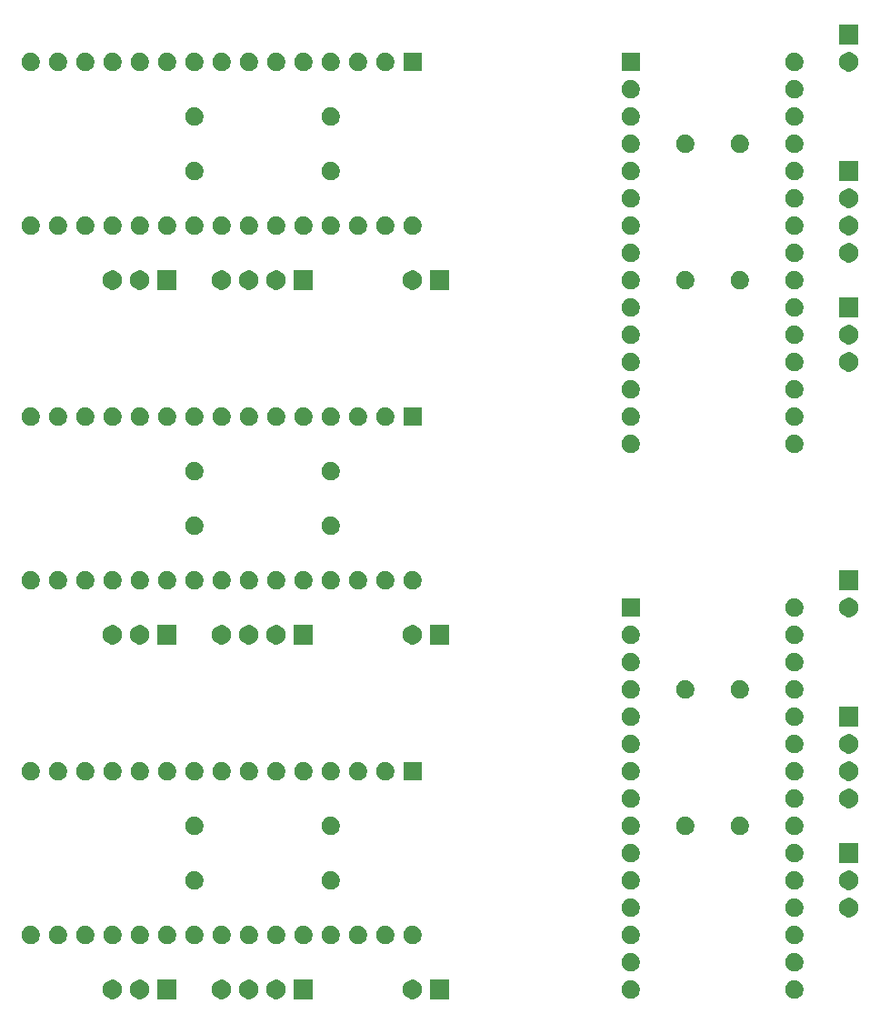
<source format=gbr>
G04 #@! TF.GenerationSoftware,KiCad,Pcbnew,5.1.5-52549c5~84~ubuntu18.04.1*
G04 #@! TF.CreationDate,2020-01-31T17:12:17+01:00*
G04 #@! TF.ProjectId,main-board,6d61696e-2d62-46f6-9172-642e6b696361,rev?*
G04 #@! TF.SameCoordinates,Original*
G04 #@! TF.FileFunction,Soldermask,Bot*
G04 #@! TF.FilePolarity,Negative*
%FSLAX46Y46*%
G04 Gerber Fmt 4.6, Leading zero omitted, Abs format (unit mm)*
G04 Created by KiCad (PCBNEW 5.1.5-52549c5~84~ubuntu18.04.1) date 2020-01-31 17:12:17*
%MOMM*%
%LPD*%
G04 APERTURE LIST*
%ADD10C,0.100000*%
G04 APERTURE END LIST*
D10*
G36*
X155841000Y-143141000D02*
G01*
X154039000Y-143141000D01*
X154039000Y-141339000D01*
X155841000Y-141339000D01*
X155841000Y-143141000D01*
G37*
G36*
X152513512Y-141343927D02*
G01*
X152662812Y-141373624D01*
X152826784Y-141441544D01*
X152974354Y-141540147D01*
X153099853Y-141665646D01*
X153198456Y-141813216D01*
X153266376Y-141977188D01*
X153301000Y-142151259D01*
X153301000Y-142328741D01*
X153266376Y-142502812D01*
X153198456Y-142666784D01*
X153099853Y-142814354D01*
X152974354Y-142939853D01*
X152826784Y-143038456D01*
X152662812Y-143106376D01*
X152513512Y-143136073D01*
X152488742Y-143141000D01*
X152311258Y-143141000D01*
X152286488Y-143136073D01*
X152137188Y-143106376D01*
X151973216Y-143038456D01*
X151825646Y-142939853D01*
X151700147Y-142814354D01*
X151601544Y-142666784D01*
X151533624Y-142502812D01*
X151499000Y-142328741D01*
X151499000Y-142151259D01*
X151533624Y-141977188D01*
X151601544Y-141813216D01*
X151700147Y-141665646D01*
X151825646Y-141540147D01*
X151973216Y-141441544D01*
X152137188Y-141373624D01*
X152286488Y-141343927D01*
X152311258Y-141339000D01*
X152488742Y-141339000D01*
X152513512Y-141343927D01*
G37*
G36*
X134733512Y-141343927D02*
G01*
X134882812Y-141373624D01*
X135046784Y-141441544D01*
X135194354Y-141540147D01*
X135319853Y-141665646D01*
X135418456Y-141813216D01*
X135486376Y-141977188D01*
X135521000Y-142151259D01*
X135521000Y-142328741D01*
X135486376Y-142502812D01*
X135418456Y-142666784D01*
X135319853Y-142814354D01*
X135194354Y-142939853D01*
X135046784Y-143038456D01*
X134882812Y-143106376D01*
X134733512Y-143136073D01*
X134708742Y-143141000D01*
X134531258Y-143141000D01*
X134506488Y-143136073D01*
X134357188Y-143106376D01*
X134193216Y-143038456D01*
X134045646Y-142939853D01*
X133920147Y-142814354D01*
X133821544Y-142666784D01*
X133753624Y-142502812D01*
X133719000Y-142328741D01*
X133719000Y-142151259D01*
X133753624Y-141977188D01*
X133821544Y-141813216D01*
X133920147Y-141665646D01*
X134045646Y-141540147D01*
X134193216Y-141441544D01*
X134357188Y-141373624D01*
X134506488Y-141343927D01*
X134531258Y-141339000D01*
X134708742Y-141339000D01*
X134733512Y-141343927D01*
G37*
G36*
X137273512Y-141343927D02*
G01*
X137422812Y-141373624D01*
X137586784Y-141441544D01*
X137734354Y-141540147D01*
X137859853Y-141665646D01*
X137958456Y-141813216D01*
X138026376Y-141977188D01*
X138061000Y-142151259D01*
X138061000Y-142328741D01*
X138026376Y-142502812D01*
X137958456Y-142666784D01*
X137859853Y-142814354D01*
X137734354Y-142939853D01*
X137586784Y-143038456D01*
X137422812Y-143106376D01*
X137273512Y-143136073D01*
X137248742Y-143141000D01*
X137071258Y-143141000D01*
X137046488Y-143136073D01*
X136897188Y-143106376D01*
X136733216Y-143038456D01*
X136585646Y-142939853D01*
X136460147Y-142814354D01*
X136361544Y-142666784D01*
X136293624Y-142502812D01*
X136259000Y-142328741D01*
X136259000Y-142151259D01*
X136293624Y-141977188D01*
X136361544Y-141813216D01*
X136460147Y-141665646D01*
X136585646Y-141540147D01*
X136733216Y-141441544D01*
X136897188Y-141373624D01*
X137046488Y-141343927D01*
X137071258Y-141339000D01*
X137248742Y-141339000D01*
X137273512Y-141343927D01*
G37*
G36*
X139813512Y-141343927D02*
G01*
X139962812Y-141373624D01*
X140126784Y-141441544D01*
X140274354Y-141540147D01*
X140399853Y-141665646D01*
X140498456Y-141813216D01*
X140566376Y-141977188D01*
X140601000Y-142151259D01*
X140601000Y-142328741D01*
X140566376Y-142502812D01*
X140498456Y-142666784D01*
X140399853Y-142814354D01*
X140274354Y-142939853D01*
X140126784Y-143038456D01*
X139962812Y-143106376D01*
X139813512Y-143136073D01*
X139788742Y-143141000D01*
X139611258Y-143141000D01*
X139586488Y-143136073D01*
X139437188Y-143106376D01*
X139273216Y-143038456D01*
X139125646Y-142939853D01*
X139000147Y-142814354D01*
X138901544Y-142666784D01*
X138833624Y-142502812D01*
X138799000Y-142328741D01*
X138799000Y-142151259D01*
X138833624Y-141977188D01*
X138901544Y-141813216D01*
X139000147Y-141665646D01*
X139125646Y-141540147D01*
X139273216Y-141441544D01*
X139437188Y-141373624D01*
X139586488Y-141343927D01*
X139611258Y-141339000D01*
X139788742Y-141339000D01*
X139813512Y-141343927D01*
G37*
G36*
X124573512Y-141343927D02*
G01*
X124722812Y-141373624D01*
X124886784Y-141441544D01*
X125034354Y-141540147D01*
X125159853Y-141665646D01*
X125258456Y-141813216D01*
X125326376Y-141977188D01*
X125361000Y-142151259D01*
X125361000Y-142328741D01*
X125326376Y-142502812D01*
X125258456Y-142666784D01*
X125159853Y-142814354D01*
X125034354Y-142939853D01*
X124886784Y-143038456D01*
X124722812Y-143106376D01*
X124573512Y-143136073D01*
X124548742Y-143141000D01*
X124371258Y-143141000D01*
X124346488Y-143136073D01*
X124197188Y-143106376D01*
X124033216Y-143038456D01*
X123885646Y-142939853D01*
X123760147Y-142814354D01*
X123661544Y-142666784D01*
X123593624Y-142502812D01*
X123559000Y-142328741D01*
X123559000Y-142151259D01*
X123593624Y-141977188D01*
X123661544Y-141813216D01*
X123760147Y-141665646D01*
X123885646Y-141540147D01*
X124033216Y-141441544D01*
X124197188Y-141373624D01*
X124346488Y-141343927D01*
X124371258Y-141339000D01*
X124548742Y-141339000D01*
X124573512Y-141343927D01*
G37*
G36*
X127113512Y-141343927D02*
G01*
X127262812Y-141373624D01*
X127426784Y-141441544D01*
X127574354Y-141540147D01*
X127699853Y-141665646D01*
X127798456Y-141813216D01*
X127866376Y-141977188D01*
X127901000Y-142151259D01*
X127901000Y-142328741D01*
X127866376Y-142502812D01*
X127798456Y-142666784D01*
X127699853Y-142814354D01*
X127574354Y-142939853D01*
X127426784Y-143038456D01*
X127262812Y-143106376D01*
X127113512Y-143136073D01*
X127088742Y-143141000D01*
X126911258Y-143141000D01*
X126886488Y-143136073D01*
X126737188Y-143106376D01*
X126573216Y-143038456D01*
X126425646Y-142939853D01*
X126300147Y-142814354D01*
X126201544Y-142666784D01*
X126133624Y-142502812D01*
X126099000Y-142328741D01*
X126099000Y-142151259D01*
X126133624Y-141977188D01*
X126201544Y-141813216D01*
X126300147Y-141665646D01*
X126425646Y-141540147D01*
X126573216Y-141441544D01*
X126737188Y-141373624D01*
X126886488Y-141343927D01*
X126911258Y-141339000D01*
X127088742Y-141339000D01*
X127113512Y-141343927D01*
G37*
G36*
X130441000Y-143141000D02*
G01*
X128639000Y-143141000D01*
X128639000Y-141339000D01*
X130441000Y-141339000D01*
X130441000Y-143141000D01*
G37*
G36*
X143141000Y-143141000D02*
G01*
X141339000Y-143141000D01*
X141339000Y-141339000D01*
X143141000Y-141339000D01*
X143141000Y-143141000D01*
G37*
G36*
X172968228Y-141421703D02*
G01*
X173123100Y-141485853D01*
X173262481Y-141578985D01*
X173381015Y-141697519D01*
X173474147Y-141836900D01*
X173538297Y-141991772D01*
X173571000Y-142156184D01*
X173571000Y-142323816D01*
X173538297Y-142488228D01*
X173474147Y-142643100D01*
X173381015Y-142782481D01*
X173262481Y-142901015D01*
X173123100Y-142994147D01*
X172968228Y-143058297D01*
X172803816Y-143091000D01*
X172636184Y-143091000D01*
X172471772Y-143058297D01*
X172316900Y-142994147D01*
X172177519Y-142901015D01*
X172058985Y-142782481D01*
X171965853Y-142643100D01*
X171901703Y-142488228D01*
X171869000Y-142323816D01*
X171869000Y-142156184D01*
X171901703Y-141991772D01*
X171965853Y-141836900D01*
X172058985Y-141697519D01*
X172177519Y-141578985D01*
X172316900Y-141485853D01*
X172471772Y-141421703D01*
X172636184Y-141389000D01*
X172803816Y-141389000D01*
X172968228Y-141421703D01*
G37*
G36*
X188208228Y-141421703D02*
G01*
X188363100Y-141485853D01*
X188502481Y-141578985D01*
X188621015Y-141697519D01*
X188714147Y-141836900D01*
X188778297Y-141991772D01*
X188811000Y-142156184D01*
X188811000Y-142323816D01*
X188778297Y-142488228D01*
X188714147Y-142643100D01*
X188621015Y-142782481D01*
X188502481Y-142901015D01*
X188363100Y-142994147D01*
X188208228Y-143058297D01*
X188043816Y-143091000D01*
X187876184Y-143091000D01*
X187711772Y-143058297D01*
X187556900Y-142994147D01*
X187417519Y-142901015D01*
X187298985Y-142782481D01*
X187205853Y-142643100D01*
X187141703Y-142488228D01*
X187109000Y-142323816D01*
X187109000Y-142156184D01*
X187141703Y-141991772D01*
X187205853Y-141836900D01*
X187298985Y-141697519D01*
X187417519Y-141578985D01*
X187556900Y-141485853D01*
X187711772Y-141421703D01*
X187876184Y-141389000D01*
X188043816Y-141389000D01*
X188208228Y-141421703D01*
G37*
G36*
X172968228Y-138881703D02*
G01*
X173123100Y-138945853D01*
X173262481Y-139038985D01*
X173381015Y-139157519D01*
X173474147Y-139296900D01*
X173538297Y-139451772D01*
X173571000Y-139616184D01*
X173571000Y-139783816D01*
X173538297Y-139948228D01*
X173474147Y-140103100D01*
X173381015Y-140242481D01*
X173262481Y-140361015D01*
X173123100Y-140454147D01*
X172968228Y-140518297D01*
X172803816Y-140551000D01*
X172636184Y-140551000D01*
X172471772Y-140518297D01*
X172316900Y-140454147D01*
X172177519Y-140361015D01*
X172058985Y-140242481D01*
X171965853Y-140103100D01*
X171901703Y-139948228D01*
X171869000Y-139783816D01*
X171869000Y-139616184D01*
X171901703Y-139451772D01*
X171965853Y-139296900D01*
X172058985Y-139157519D01*
X172177519Y-139038985D01*
X172316900Y-138945853D01*
X172471772Y-138881703D01*
X172636184Y-138849000D01*
X172803816Y-138849000D01*
X172968228Y-138881703D01*
G37*
G36*
X188208228Y-138881703D02*
G01*
X188363100Y-138945853D01*
X188502481Y-139038985D01*
X188621015Y-139157519D01*
X188714147Y-139296900D01*
X188778297Y-139451772D01*
X188811000Y-139616184D01*
X188811000Y-139783816D01*
X188778297Y-139948228D01*
X188714147Y-140103100D01*
X188621015Y-140242481D01*
X188502481Y-140361015D01*
X188363100Y-140454147D01*
X188208228Y-140518297D01*
X188043816Y-140551000D01*
X187876184Y-140551000D01*
X187711772Y-140518297D01*
X187556900Y-140454147D01*
X187417519Y-140361015D01*
X187298985Y-140242481D01*
X187205853Y-140103100D01*
X187141703Y-139948228D01*
X187109000Y-139783816D01*
X187109000Y-139616184D01*
X187141703Y-139451772D01*
X187205853Y-139296900D01*
X187298985Y-139157519D01*
X187417519Y-139038985D01*
X187556900Y-138945853D01*
X187711772Y-138881703D01*
X187876184Y-138849000D01*
X188043816Y-138849000D01*
X188208228Y-138881703D01*
G37*
G36*
X150108228Y-136341703D02*
G01*
X150263100Y-136405853D01*
X150402481Y-136498985D01*
X150521015Y-136617519D01*
X150614147Y-136756900D01*
X150678297Y-136911772D01*
X150711000Y-137076184D01*
X150711000Y-137243816D01*
X150678297Y-137408228D01*
X150614147Y-137563100D01*
X150521015Y-137702481D01*
X150402481Y-137821015D01*
X150263100Y-137914147D01*
X150108228Y-137978297D01*
X149943816Y-138011000D01*
X149776184Y-138011000D01*
X149611772Y-137978297D01*
X149456900Y-137914147D01*
X149317519Y-137821015D01*
X149198985Y-137702481D01*
X149105853Y-137563100D01*
X149041703Y-137408228D01*
X149009000Y-137243816D01*
X149009000Y-137076184D01*
X149041703Y-136911772D01*
X149105853Y-136756900D01*
X149198985Y-136617519D01*
X149317519Y-136498985D01*
X149456900Y-136405853D01*
X149611772Y-136341703D01*
X149776184Y-136309000D01*
X149943816Y-136309000D01*
X150108228Y-136341703D01*
G37*
G36*
X124708228Y-136341703D02*
G01*
X124863100Y-136405853D01*
X125002481Y-136498985D01*
X125121015Y-136617519D01*
X125214147Y-136756900D01*
X125278297Y-136911772D01*
X125311000Y-137076184D01*
X125311000Y-137243816D01*
X125278297Y-137408228D01*
X125214147Y-137563100D01*
X125121015Y-137702481D01*
X125002481Y-137821015D01*
X124863100Y-137914147D01*
X124708228Y-137978297D01*
X124543816Y-138011000D01*
X124376184Y-138011000D01*
X124211772Y-137978297D01*
X124056900Y-137914147D01*
X123917519Y-137821015D01*
X123798985Y-137702481D01*
X123705853Y-137563100D01*
X123641703Y-137408228D01*
X123609000Y-137243816D01*
X123609000Y-137076184D01*
X123641703Y-136911772D01*
X123705853Y-136756900D01*
X123798985Y-136617519D01*
X123917519Y-136498985D01*
X124056900Y-136405853D01*
X124211772Y-136341703D01*
X124376184Y-136309000D01*
X124543816Y-136309000D01*
X124708228Y-136341703D01*
G37*
G36*
X147568228Y-136341703D02*
G01*
X147723100Y-136405853D01*
X147862481Y-136498985D01*
X147981015Y-136617519D01*
X148074147Y-136756900D01*
X148138297Y-136911772D01*
X148171000Y-137076184D01*
X148171000Y-137243816D01*
X148138297Y-137408228D01*
X148074147Y-137563100D01*
X147981015Y-137702481D01*
X147862481Y-137821015D01*
X147723100Y-137914147D01*
X147568228Y-137978297D01*
X147403816Y-138011000D01*
X147236184Y-138011000D01*
X147071772Y-137978297D01*
X146916900Y-137914147D01*
X146777519Y-137821015D01*
X146658985Y-137702481D01*
X146565853Y-137563100D01*
X146501703Y-137408228D01*
X146469000Y-137243816D01*
X146469000Y-137076184D01*
X146501703Y-136911772D01*
X146565853Y-136756900D01*
X146658985Y-136617519D01*
X146777519Y-136498985D01*
X146916900Y-136405853D01*
X147071772Y-136341703D01*
X147236184Y-136309000D01*
X147403816Y-136309000D01*
X147568228Y-136341703D01*
G37*
G36*
X145028228Y-136341703D02*
G01*
X145183100Y-136405853D01*
X145322481Y-136498985D01*
X145441015Y-136617519D01*
X145534147Y-136756900D01*
X145598297Y-136911772D01*
X145631000Y-137076184D01*
X145631000Y-137243816D01*
X145598297Y-137408228D01*
X145534147Y-137563100D01*
X145441015Y-137702481D01*
X145322481Y-137821015D01*
X145183100Y-137914147D01*
X145028228Y-137978297D01*
X144863816Y-138011000D01*
X144696184Y-138011000D01*
X144531772Y-137978297D01*
X144376900Y-137914147D01*
X144237519Y-137821015D01*
X144118985Y-137702481D01*
X144025853Y-137563100D01*
X143961703Y-137408228D01*
X143929000Y-137243816D01*
X143929000Y-137076184D01*
X143961703Y-136911772D01*
X144025853Y-136756900D01*
X144118985Y-136617519D01*
X144237519Y-136498985D01*
X144376900Y-136405853D01*
X144531772Y-136341703D01*
X144696184Y-136309000D01*
X144863816Y-136309000D01*
X145028228Y-136341703D01*
G37*
G36*
X142488228Y-136341703D02*
G01*
X142643100Y-136405853D01*
X142782481Y-136498985D01*
X142901015Y-136617519D01*
X142994147Y-136756900D01*
X143058297Y-136911772D01*
X143091000Y-137076184D01*
X143091000Y-137243816D01*
X143058297Y-137408228D01*
X142994147Y-137563100D01*
X142901015Y-137702481D01*
X142782481Y-137821015D01*
X142643100Y-137914147D01*
X142488228Y-137978297D01*
X142323816Y-138011000D01*
X142156184Y-138011000D01*
X141991772Y-137978297D01*
X141836900Y-137914147D01*
X141697519Y-137821015D01*
X141578985Y-137702481D01*
X141485853Y-137563100D01*
X141421703Y-137408228D01*
X141389000Y-137243816D01*
X141389000Y-137076184D01*
X141421703Y-136911772D01*
X141485853Y-136756900D01*
X141578985Y-136617519D01*
X141697519Y-136498985D01*
X141836900Y-136405853D01*
X141991772Y-136341703D01*
X142156184Y-136309000D01*
X142323816Y-136309000D01*
X142488228Y-136341703D01*
G37*
G36*
X139948228Y-136341703D02*
G01*
X140103100Y-136405853D01*
X140242481Y-136498985D01*
X140361015Y-136617519D01*
X140454147Y-136756900D01*
X140518297Y-136911772D01*
X140551000Y-137076184D01*
X140551000Y-137243816D01*
X140518297Y-137408228D01*
X140454147Y-137563100D01*
X140361015Y-137702481D01*
X140242481Y-137821015D01*
X140103100Y-137914147D01*
X139948228Y-137978297D01*
X139783816Y-138011000D01*
X139616184Y-138011000D01*
X139451772Y-137978297D01*
X139296900Y-137914147D01*
X139157519Y-137821015D01*
X139038985Y-137702481D01*
X138945853Y-137563100D01*
X138881703Y-137408228D01*
X138849000Y-137243816D01*
X138849000Y-137076184D01*
X138881703Y-136911772D01*
X138945853Y-136756900D01*
X139038985Y-136617519D01*
X139157519Y-136498985D01*
X139296900Y-136405853D01*
X139451772Y-136341703D01*
X139616184Y-136309000D01*
X139783816Y-136309000D01*
X139948228Y-136341703D01*
G37*
G36*
X137408228Y-136341703D02*
G01*
X137563100Y-136405853D01*
X137702481Y-136498985D01*
X137821015Y-136617519D01*
X137914147Y-136756900D01*
X137978297Y-136911772D01*
X138011000Y-137076184D01*
X138011000Y-137243816D01*
X137978297Y-137408228D01*
X137914147Y-137563100D01*
X137821015Y-137702481D01*
X137702481Y-137821015D01*
X137563100Y-137914147D01*
X137408228Y-137978297D01*
X137243816Y-138011000D01*
X137076184Y-138011000D01*
X136911772Y-137978297D01*
X136756900Y-137914147D01*
X136617519Y-137821015D01*
X136498985Y-137702481D01*
X136405853Y-137563100D01*
X136341703Y-137408228D01*
X136309000Y-137243816D01*
X136309000Y-137076184D01*
X136341703Y-136911772D01*
X136405853Y-136756900D01*
X136498985Y-136617519D01*
X136617519Y-136498985D01*
X136756900Y-136405853D01*
X136911772Y-136341703D01*
X137076184Y-136309000D01*
X137243816Y-136309000D01*
X137408228Y-136341703D01*
G37*
G36*
X134868228Y-136341703D02*
G01*
X135023100Y-136405853D01*
X135162481Y-136498985D01*
X135281015Y-136617519D01*
X135374147Y-136756900D01*
X135438297Y-136911772D01*
X135471000Y-137076184D01*
X135471000Y-137243816D01*
X135438297Y-137408228D01*
X135374147Y-137563100D01*
X135281015Y-137702481D01*
X135162481Y-137821015D01*
X135023100Y-137914147D01*
X134868228Y-137978297D01*
X134703816Y-138011000D01*
X134536184Y-138011000D01*
X134371772Y-137978297D01*
X134216900Y-137914147D01*
X134077519Y-137821015D01*
X133958985Y-137702481D01*
X133865853Y-137563100D01*
X133801703Y-137408228D01*
X133769000Y-137243816D01*
X133769000Y-137076184D01*
X133801703Y-136911772D01*
X133865853Y-136756900D01*
X133958985Y-136617519D01*
X134077519Y-136498985D01*
X134216900Y-136405853D01*
X134371772Y-136341703D01*
X134536184Y-136309000D01*
X134703816Y-136309000D01*
X134868228Y-136341703D01*
G37*
G36*
X132328228Y-136341703D02*
G01*
X132483100Y-136405853D01*
X132622481Y-136498985D01*
X132741015Y-136617519D01*
X132834147Y-136756900D01*
X132898297Y-136911772D01*
X132931000Y-137076184D01*
X132931000Y-137243816D01*
X132898297Y-137408228D01*
X132834147Y-137563100D01*
X132741015Y-137702481D01*
X132622481Y-137821015D01*
X132483100Y-137914147D01*
X132328228Y-137978297D01*
X132163816Y-138011000D01*
X131996184Y-138011000D01*
X131831772Y-137978297D01*
X131676900Y-137914147D01*
X131537519Y-137821015D01*
X131418985Y-137702481D01*
X131325853Y-137563100D01*
X131261703Y-137408228D01*
X131229000Y-137243816D01*
X131229000Y-137076184D01*
X131261703Y-136911772D01*
X131325853Y-136756900D01*
X131418985Y-136617519D01*
X131537519Y-136498985D01*
X131676900Y-136405853D01*
X131831772Y-136341703D01*
X131996184Y-136309000D01*
X132163816Y-136309000D01*
X132328228Y-136341703D01*
G37*
G36*
X129788228Y-136341703D02*
G01*
X129943100Y-136405853D01*
X130082481Y-136498985D01*
X130201015Y-136617519D01*
X130294147Y-136756900D01*
X130358297Y-136911772D01*
X130391000Y-137076184D01*
X130391000Y-137243816D01*
X130358297Y-137408228D01*
X130294147Y-137563100D01*
X130201015Y-137702481D01*
X130082481Y-137821015D01*
X129943100Y-137914147D01*
X129788228Y-137978297D01*
X129623816Y-138011000D01*
X129456184Y-138011000D01*
X129291772Y-137978297D01*
X129136900Y-137914147D01*
X128997519Y-137821015D01*
X128878985Y-137702481D01*
X128785853Y-137563100D01*
X128721703Y-137408228D01*
X128689000Y-137243816D01*
X128689000Y-137076184D01*
X128721703Y-136911772D01*
X128785853Y-136756900D01*
X128878985Y-136617519D01*
X128997519Y-136498985D01*
X129136900Y-136405853D01*
X129291772Y-136341703D01*
X129456184Y-136309000D01*
X129623816Y-136309000D01*
X129788228Y-136341703D01*
G37*
G36*
X117088228Y-136341703D02*
G01*
X117243100Y-136405853D01*
X117382481Y-136498985D01*
X117501015Y-136617519D01*
X117594147Y-136756900D01*
X117658297Y-136911772D01*
X117691000Y-137076184D01*
X117691000Y-137243816D01*
X117658297Y-137408228D01*
X117594147Y-137563100D01*
X117501015Y-137702481D01*
X117382481Y-137821015D01*
X117243100Y-137914147D01*
X117088228Y-137978297D01*
X116923816Y-138011000D01*
X116756184Y-138011000D01*
X116591772Y-137978297D01*
X116436900Y-137914147D01*
X116297519Y-137821015D01*
X116178985Y-137702481D01*
X116085853Y-137563100D01*
X116021703Y-137408228D01*
X115989000Y-137243816D01*
X115989000Y-137076184D01*
X116021703Y-136911772D01*
X116085853Y-136756900D01*
X116178985Y-136617519D01*
X116297519Y-136498985D01*
X116436900Y-136405853D01*
X116591772Y-136341703D01*
X116756184Y-136309000D01*
X116923816Y-136309000D01*
X117088228Y-136341703D01*
G37*
G36*
X127248228Y-136341703D02*
G01*
X127403100Y-136405853D01*
X127542481Y-136498985D01*
X127661015Y-136617519D01*
X127754147Y-136756900D01*
X127818297Y-136911772D01*
X127851000Y-137076184D01*
X127851000Y-137243816D01*
X127818297Y-137408228D01*
X127754147Y-137563100D01*
X127661015Y-137702481D01*
X127542481Y-137821015D01*
X127403100Y-137914147D01*
X127248228Y-137978297D01*
X127083816Y-138011000D01*
X126916184Y-138011000D01*
X126751772Y-137978297D01*
X126596900Y-137914147D01*
X126457519Y-137821015D01*
X126338985Y-137702481D01*
X126245853Y-137563100D01*
X126181703Y-137408228D01*
X126149000Y-137243816D01*
X126149000Y-137076184D01*
X126181703Y-136911772D01*
X126245853Y-136756900D01*
X126338985Y-136617519D01*
X126457519Y-136498985D01*
X126596900Y-136405853D01*
X126751772Y-136341703D01*
X126916184Y-136309000D01*
X127083816Y-136309000D01*
X127248228Y-136341703D01*
G37*
G36*
X122168228Y-136341703D02*
G01*
X122323100Y-136405853D01*
X122462481Y-136498985D01*
X122581015Y-136617519D01*
X122674147Y-136756900D01*
X122738297Y-136911772D01*
X122771000Y-137076184D01*
X122771000Y-137243816D01*
X122738297Y-137408228D01*
X122674147Y-137563100D01*
X122581015Y-137702481D01*
X122462481Y-137821015D01*
X122323100Y-137914147D01*
X122168228Y-137978297D01*
X122003816Y-138011000D01*
X121836184Y-138011000D01*
X121671772Y-137978297D01*
X121516900Y-137914147D01*
X121377519Y-137821015D01*
X121258985Y-137702481D01*
X121165853Y-137563100D01*
X121101703Y-137408228D01*
X121069000Y-137243816D01*
X121069000Y-137076184D01*
X121101703Y-136911772D01*
X121165853Y-136756900D01*
X121258985Y-136617519D01*
X121377519Y-136498985D01*
X121516900Y-136405853D01*
X121671772Y-136341703D01*
X121836184Y-136309000D01*
X122003816Y-136309000D01*
X122168228Y-136341703D01*
G37*
G36*
X119628228Y-136341703D02*
G01*
X119783100Y-136405853D01*
X119922481Y-136498985D01*
X120041015Y-136617519D01*
X120134147Y-136756900D01*
X120198297Y-136911772D01*
X120231000Y-137076184D01*
X120231000Y-137243816D01*
X120198297Y-137408228D01*
X120134147Y-137563100D01*
X120041015Y-137702481D01*
X119922481Y-137821015D01*
X119783100Y-137914147D01*
X119628228Y-137978297D01*
X119463816Y-138011000D01*
X119296184Y-138011000D01*
X119131772Y-137978297D01*
X118976900Y-137914147D01*
X118837519Y-137821015D01*
X118718985Y-137702481D01*
X118625853Y-137563100D01*
X118561703Y-137408228D01*
X118529000Y-137243816D01*
X118529000Y-137076184D01*
X118561703Y-136911772D01*
X118625853Y-136756900D01*
X118718985Y-136617519D01*
X118837519Y-136498985D01*
X118976900Y-136405853D01*
X119131772Y-136341703D01*
X119296184Y-136309000D01*
X119463816Y-136309000D01*
X119628228Y-136341703D01*
G37*
G36*
X188208228Y-136341703D02*
G01*
X188363100Y-136405853D01*
X188502481Y-136498985D01*
X188621015Y-136617519D01*
X188714147Y-136756900D01*
X188778297Y-136911772D01*
X188811000Y-137076184D01*
X188811000Y-137243816D01*
X188778297Y-137408228D01*
X188714147Y-137563100D01*
X188621015Y-137702481D01*
X188502481Y-137821015D01*
X188363100Y-137914147D01*
X188208228Y-137978297D01*
X188043816Y-138011000D01*
X187876184Y-138011000D01*
X187711772Y-137978297D01*
X187556900Y-137914147D01*
X187417519Y-137821015D01*
X187298985Y-137702481D01*
X187205853Y-137563100D01*
X187141703Y-137408228D01*
X187109000Y-137243816D01*
X187109000Y-137076184D01*
X187141703Y-136911772D01*
X187205853Y-136756900D01*
X187298985Y-136617519D01*
X187417519Y-136498985D01*
X187556900Y-136405853D01*
X187711772Y-136341703D01*
X187876184Y-136309000D01*
X188043816Y-136309000D01*
X188208228Y-136341703D01*
G37*
G36*
X172968228Y-136341703D02*
G01*
X173123100Y-136405853D01*
X173262481Y-136498985D01*
X173381015Y-136617519D01*
X173474147Y-136756900D01*
X173538297Y-136911772D01*
X173571000Y-137076184D01*
X173571000Y-137243816D01*
X173538297Y-137408228D01*
X173474147Y-137563100D01*
X173381015Y-137702481D01*
X173262481Y-137821015D01*
X173123100Y-137914147D01*
X172968228Y-137978297D01*
X172803816Y-138011000D01*
X172636184Y-138011000D01*
X172471772Y-137978297D01*
X172316900Y-137914147D01*
X172177519Y-137821015D01*
X172058985Y-137702481D01*
X171965853Y-137563100D01*
X171901703Y-137408228D01*
X171869000Y-137243816D01*
X171869000Y-137076184D01*
X171901703Y-136911772D01*
X171965853Y-136756900D01*
X172058985Y-136617519D01*
X172177519Y-136498985D01*
X172316900Y-136405853D01*
X172471772Y-136341703D01*
X172636184Y-136309000D01*
X172803816Y-136309000D01*
X172968228Y-136341703D01*
G37*
G36*
X152648228Y-136341703D02*
G01*
X152803100Y-136405853D01*
X152942481Y-136498985D01*
X153061015Y-136617519D01*
X153154147Y-136756900D01*
X153218297Y-136911772D01*
X153251000Y-137076184D01*
X153251000Y-137243816D01*
X153218297Y-137408228D01*
X153154147Y-137563100D01*
X153061015Y-137702481D01*
X152942481Y-137821015D01*
X152803100Y-137914147D01*
X152648228Y-137978297D01*
X152483816Y-138011000D01*
X152316184Y-138011000D01*
X152151772Y-137978297D01*
X151996900Y-137914147D01*
X151857519Y-137821015D01*
X151738985Y-137702481D01*
X151645853Y-137563100D01*
X151581703Y-137408228D01*
X151549000Y-137243816D01*
X151549000Y-137076184D01*
X151581703Y-136911772D01*
X151645853Y-136756900D01*
X151738985Y-136617519D01*
X151857519Y-136498985D01*
X151996900Y-136405853D01*
X152151772Y-136341703D01*
X152316184Y-136309000D01*
X152483816Y-136309000D01*
X152648228Y-136341703D01*
G37*
G36*
X193153512Y-133723927D02*
G01*
X193302812Y-133753624D01*
X193466784Y-133821544D01*
X193614354Y-133920147D01*
X193739853Y-134045646D01*
X193838456Y-134193216D01*
X193906376Y-134357188D01*
X193941000Y-134531259D01*
X193941000Y-134708741D01*
X193906376Y-134882812D01*
X193838456Y-135046784D01*
X193739853Y-135194354D01*
X193614354Y-135319853D01*
X193466784Y-135418456D01*
X193302812Y-135486376D01*
X193153512Y-135516073D01*
X193128742Y-135521000D01*
X192951258Y-135521000D01*
X192926488Y-135516073D01*
X192777188Y-135486376D01*
X192613216Y-135418456D01*
X192465646Y-135319853D01*
X192340147Y-135194354D01*
X192241544Y-135046784D01*
X192173624Y-134882812D01*
X192139000Y-134708741D01*
X192139000Y-134531259D01*
X192173624Y-134357188D01*
X192241544Y-134193216D01*
X192340147Y-134045646D01*
X192465646Y-133920147D01*
X192613216Y-133821544D01*
X192777188Y-133753624D01*
X192926488Y-133723927D01*
X192951258Y-133719000D01*
X193128742Y-133719000D01*
X193153512Y-133723927D01*
G37*
G36*
X172968228Y-133801703D02*
G01*
X173123100Y-133865853D01*
X173262481Y-133958985D01*
X173381015Y-134077519D01*
X173474147Y-134216900D01*
X173538297Y-134371772D01*
X173571000Y-134536184D01*
X173571000Y-134703816D01*
X173538297Y-134868228D01*
X173474147Y-135023100D01*
X173381015Y-135162481D01*
X173262481Y-135281015D01*
X173123100Y-135374147D01*
X172968228Y-135438297D01*
X172803816Y-135471000D01*
X172636184Y-135471000D01*
X172471772Y-135438297D01*
X172316900Y-135374147D01*
X172177519Y-135281015D01*
X172058985Y-135162481D01*
X171965853Y-135023100D01*
X171901703Y-134868228D01*
X171869000Y-134703816D01*
X171869000Y-134536184D01*
X171901703Y-134371772D01*
X171965853Y-134216900D01*
X172058985Y-134077519D01*
X172177519Y-133958985D01*
X172316900Y-133865853D01*
X172471772Y-133801703D01*
X172636184Y-133769000D01*
X172803816Y-133769000D01*
X172968228Y-133801703D01*
G37*
G36*
X188208228Y-133801703D02*
G01*
X188363100Y-133865853D01*
X188502481Y-133958985D01*
X188621015Y-134077519D01*
X188714147Y-134216900D01*
X188778297Y-134371772D01*
X188811000Y-134536184D01*
X188811000Y-134703816D01*
X188778297Y-134868228D01*
X188714147Y-135023100D01*
X188621015Y-135162481D01*
X188502481Y-135281015D01*
X188363100Y-135374147D01*
X188208228Y-135438297D01*
X188043816Y-135471000D01*
X187876184Y-135471000D01*
X187711772Y-135438297D01*
X187556900Y-135374147D01*
X187417519Y-135281015D01*
X187298985Y-135162481D01*
X187205853Y-135023100D01*
X187141703Y-134868228D01*
X187109000Y-134703816D01*
X187109000Y-134536184D01*
X187141703Y-134371772D01*
X187205853Y-134216900D01*
X187298985Y-134077519D01*
X187417519Y-133958985D01*
X187556900Y-133865853D01*
X187711772Y-133801703D01*
X187876184Y-133769000D01*
X188043816Y-133769000D01*
X188208228Y-133801703D01*
G37*
G36*
X193153512Y-131183927D02*
G01*
X193302812Y-131213624D01*
X193466784Y-131281544D01*
X193614354Y-131380147D01*
X193739853Y-131505646D01*
X193838456Y-131653216D01*
X193906376Y-131817188D01*
X193941000Y-131991259D01*
X193941000Y-132168741D01*
X193906376Y-132342812D01*
X193838456Y-132506784D01*
X193739853Y-132654354D01*
X193614354Y-132779853D01*
X193466784Y-132878456D01*
X193302812Y-132946376D01*
X193153512Y-132976073D01*
X193128742Y-132981000D01*
X192951258Y-132981000D01*
X192926488Y-132976073D01*
X192777188Y-132946376D01*
X192613216Y-132878456D01*
X192465646Y-132779853D01*
X192340147Y-132654354D01*
X192241544Y-132506784D01*
X192173624Y-132342812D01*
X192139000Y-132168741D01*
X192139000Y-131991259D01*
X192173624Y-131817188D01*
X192241544Y-131653216D01*
X192340147Y-131505646D01*
X192465646Y-131380147D01*
X192613216Y-131281544D01*
X192777188Y-131213624D01*
X192926488Y-131183927D01*
X192951258Y-131179000D01*
X193128742Y-131179000D01*
X193153512Y-131183927D01*
G37*
G36*
X145028228Y-131261703D02*
G01*
X145183100Y-131325853D01*
X145322481Y-131418985D01*
X145441015Y-131537519D01*
X145534147Y-131676900D01*
X145598297Y-131831772D01*
X145631000Y-131996184D01*
X145631000Y-132163816D01*
X145598297Y-132328228D01*
X145534147Y-132483100D01*
X145441015Y-132622481D01*
X145322481Y-132741015D01*
X145183100Y-132834147D01*
X145028228Y-132898297D01*
X144863816Y-132931000D01*
X144696184Y-132931000D01*
X144531772Y-132898297D01*
X144376900Y-132834147D01*
X144237519Y-132741015D01*
X144118985Y-132622481D01*
X144025853Y-132483100D01*
X143961703Y-132328228D01*
X143929000Y-132163816D01*
X143929000Y-131996184D01*
X143961703Y-131831772D01*
X144025853Y-131676900D01*
X144118985Y-131537519D01*
X144237519Y-131418985D01*
X144376900Y-131325853D01*
X144531772Y-131261703D01*
X144696184Y-131229000D01*
X144863816Y-131229000D01*
X145028228Y-131261703D01*
G37*
G36*
X132328228Y-131261703D02*
G01*
X132483100Y-131325853D01*
X132622481Y-131418985D01*
X132741015Y-131537519D01*
X132834147Y-131676900D01*
X132898297Y-131831772D01*
X132931000Y-131996184D01*
X132931000Y-132163816D01*
X132898297Y-132328228D01*
X132834147Y-132483100D01*
X132741015Y-132622481D01*
X132622481Y-132741015D01*
X132483100Y-132834147D01*
X132328228Y-132898297D01*
X132163816Y-132931000D01*
X131996184Y-132931000D01*
X131831772Y-132898297D01*
X131676900Y-132834147D01*
X131537519Y-132741015D01*
X131418985Y-132622481D01*
X131325853Y-132483100D01*
X131261703Y-132328228D01*
X131229000Y-132163816D01*
X131229000Y-131996184D01*
X131261703Y-131831772D01*
X131325853Y-131676900D01*
X131418985Y-131537519D01*
X131537519Y-131418985D01*
X131676900Y-131325853D01*
X131831772Y-131261703D01*
X131996184Y-131229000D01*
X132163816Y-131229000D01*
X132328228Y-131261703D01*
G37*
G36*
X188208228Y-131261703D02*
G01*
X188363100Y-131325853D01*
X188502481Y-131418985D01*
X188621015Y-131537519D01*
X188714147Y-131676900D01*
X188778297Y-131831772D01*
X188811000Y-131996184D01*
X188811000Y-132163816D01*
X188778297Y-132328228D01*
X188714147Y-132483100D01*
X188621015Y-132622481D01*
X188502481Y-132741015D01*
X188363100Y-132834147D01*
X188208228Y-132898297D01*
X188043816Y-132931000D01*
X187876184Y-132931000D01*
X187711772Y-132898297D01*
X187556900Y-132834147D01*
X187417519Y-132741015D01*
X187298985Y-132622481D01*
X187205853Y-132483100D01*
X187141703Y-132328228D01*
X187109000Y-132163816D01*
X187109000Y-131996184D01*
X187141703Y-131831772D01*
X187205853Y-131676900D01*
X187298985Y-131537519D01*
X187417519Y-131418985D01*
X187556900Y-131325853D01*
X187711772Y-131261703D01*
X187876184Y-131229000D01*
X188043816Y-131229000D01*
X188208228Y-131261703D01*
G37*
G36*
X172968228Y-131261703D02*
G01*
X173123100Y-131325853D01*
X173262481Y-131418985D01*
X173381015Y-131537519D01*
X173474147Y-131676900D01*
X173538297Y-131831772D01*
X173571000Y-131996184D01*
X173571000Y-132163816D01*
X173538297Y-132328228D01*
X173474147Y-132483100D01*
X173381015Y-132622481D01*
X173262481Y-132741015D01*
X173123100Y-132834147D01*
X172968228Y-132898297D01*
X172803816Y-132931000D01*
X172636184Y-132931000D01*
X172471772Y-132898297D01*
X172316900Y-132834147D01*
X172177519Y-132741015D01*
X172058985Y-132622481D01*
X171965853Y-132483100D01*
X171901703Y-132328228D01*
X171869000Y-132163816D01*
X171869000Y-131996184D01*
X171901703Y-131831772D01*
X171965853Y-131676900D01*
X172058985Y-131537519D01*
X172177519Y-131418985D01*
X172316900Y-131325853D01*
X172471772Y-131261703D01*
X172636184Y-131229000D01*
X172803816Y-131229000D01*
X172968228Y-131261703D01*
G37*
G36*
X193941000Y-130441000D02*
G01*
X192139000Y-130441000D01*
X192139000Y-128639000D01*
X193941000Y-128639000D01*
X193941000Y-130441000D01*
G37*
G36*
X172968228Y-128721703D02*
G01*
X173123100Y-128785853D01*
X173262481Y-128878985D01*
X173381015Y-128997519D01*
X173474147Y-129136900D01*
X173538297Y-129291772D01*
X173571000Y-129456184D01*
X173571000Y-129623816D01*
X173538297Y-129788228D01*
X173474147Y-129943100D01*
X173381015Y-130082481D01*
X173262481Y-130201015D01*
X173123100Y-130294147D01*
X172968228Y-130358297D01*
X172803816Y-130391000D01*
X172636184Y-130391000D01*
X172471772Y-130358297D01*
X172316900Y-130294147D01*
X172177519Y-130201015D01*
X172058985Y-130082481D01*
X171965853Y-129943100D01*
X171901703Y-129788228D01*
X171869000Y-129623816D01*
X171869000Y-129456184D01*
X171901703Y-129291772D01*
X171965853Y-129136900D01*
X172058985Y-128997519D01*
X172177519Y-128878985D01*
X172316900Y-128785853D01*
X172471772Y-128721703D01*
X172636184Y-128689000D01*
X172803816Y-128689000D01*
X172968228Y-128721703D01*
G37*
G36*
X188208228Y-128721703D02*
G01*
X188363100Y-128785853D01*
X188502481Y-128878985D01*
X188621015Y-128997519D01*
X188714147Y-129136900D01*
X188778297Y-129291772D01*
X188811000Y-129456184D01*
X188811000Y-129623816D01*
X188778297Y-129788228D01*
X188714147Y-129943100D01*
X188621015Y-130082481D01*
X188502481Y-130201015D01*
X188363100Y-130294147D01*
X188208228Y-130358297D01*
X188043816Y-130391000D01*
X187876184Y-130391000D01*
X187711772Y-130358297D01*
X187556900Y-130294147D01*
X187417519Y-130201015D01*
X187298985Y-130082481D01*
X187205853Y-129943100D01*
X187141703Y-129788228D01*
X187109000Y-129623816D01*
X187109000Y-129456184D01*
X187141703Y-129291772D01*
X187205853Y-129136900D01*
X187298985Y-128997519D01*
X187417519Y-128878985D01*
X187556900Y-128785853D01*
X187711772Y-128721703D01*
X187876184Y-128689000D01*
X188043816Y-128689000D01*
X188208228Y-128721703D01*
G37*
G36*
X132328228Y-126181703D02*
G01*
X132483100Y-126245853D01*
X132622481Y-126338985D01*
X132741015Y-126457519D01*
X132834147Y-126596900D01*
X132898297Y-126751772D01*
X132931000Y-126916184D01*
X132931000Y-127083816D01*
X132898297Y-127248228D01*
X132834147Y-127403100D01*
X132741015Y-127542481D01*
X132622481Y-127661015D01*
X132483100Y-127754147D01*
X132328228Y-127818297D01*
X132163816Y-127851000D01*
X131996184Y-127851000D01*
X131831772Y-127818297D01*
X131676900Y-127754147D01*
X131537519Y-127661015D01*
X131418985Y-127542481D01*
X131325853Y-127403100D01*
X131261703Y-127248228D01*
X131229000Y-127083816D01*
X131229000Y-126916184D01*
X131261703Y-126751772D01*
X131325853Y-126596900D01*
X131418985Y-126457519D01*
X131537519Y-126338985D01*
X131676900Y-126245853D01*
X131831772Y-126181703D01*
X131996184Y-126149000D01*
X132163816Y-126149000D01*
X132328228Y-126181703D01*
G37*
G36*
X178048228Y-126181703D02*
G01*
X178203100Y-126245853D01*
X178342481Y-126338985D01*
X178461015Y-126457519D01*
X178554147Y-126596900D01*
X178618297Y-126751772D01*
X178651000Y-126916184D01*
X178651000Y-127083816D01*
X178618297Y-127248228D01*
X178554147Y-127403100D01*
X178461015Y-127542481D01*
X178342481Y-127661015D01*
X178203100Y-127754147D01*
X178048228Y-127818297D01*
X177883816Y-127851000D01*
X177716184Y-127851000D01*
X177551772Y-127818297D01*
X177396900Y-127754147D01*
X177257519Y-127661015D01*
X177138985Y-127542481D01*
X177045853Y-127403100D01*
X176981703Y-127248228D01*
X176949000Y-127083816D01*
X176949000Y-126916184D01*
X176981703Y-126751772D01*
X177045853Y-126596900D01*
X177138985Y-126457519D01*
X177257519Y-126338985D01*
X177396900Y-126245853D01*
X177551772Y-126181703D01*
X177716184Y-126149000D01*
X177883816Y-126149000D01*
X178048228Y-126181703D01*
G37*
G36*
X145028228Y-126181703D02*
G01*
X145183100Y-126245853D01*
X145322481Y-126338985D01*
X145441015Y-126457519D01*
X145534147Y-126596900D01*
X145598297Y-126751772D01*
X145631000Y-126916184D01*
X145631000Y-127083816D01*
X145598297Y-127248228D01*
X145534147Y-127403100D01*
X145441015Y-127542481D01*
X145322481Y-127661015D01*
X145183100Y-127754147D01*
X145028228Y-127818297D01*
X144863816Y-127851000D01*
X144696184Y-127851000D01*
X144531772Y-127818297D01*
X144376900Y-127754147D01*
X144237519Y-127661015D01*
X144118985Y-127542481D01*
X144025853Y-127403100D01*
X143961703Y-127248228D01*
X143929000Y-127083816D01*
X143929000Y-126916184D01*
X143961703Y-126751772D01*
X144025853Y-126596900D01*
X144118985Y-126457519D01*
X144237519Y-126338985D01*
X144376900Y-126245853D01*
X144531772Y-126181703D01*
X144696184Y-126149000D01*
X144863816Y-126149000D01*
X145028228Y-126181703D01*
G37*
G36*
X188208228Y-126181703D02*
G01*
X188363100Y-126245853D01*
X188502481Y-126338985D01*
X188621015Y-126457519D01*
X188714147Y-126596900D01*
X188778297Y-126751772D01*
X188811000Y-126916184D01*
X188811000Y-127083816D01*
X188778297Y-127248228D01*
X188714147Y-127403100D01*
X188621015Y-127542481D01*
X188502481Y-127661015D01*
X188363100Y-127754147D01*
X188208228Y-127818297D01*
X188043816Y-127851000D01*
X187876184Y-127851000D01*
X187711772Y-127818297D01*
X187556900Y-127754147D01*
X187417519Y-127661015D01*
X187298985Y-127542481D01*
X187205853Y-127403100D01*
X187141703Y-127248228D01*
X187109000Y-127083816D01*
X187109000Y-126916184D01*
X187141703Y-126751772D01*
X187205853Y-126596900D01*
X187298985Y-126457519D01*
X187417519Y-126338985D01*
X187556900Y-126245853D01*
X187711772Y-126181703D01*
X187876184Y-126149000D01*
X188043816Y-126149000D01*
X188208228Y-126181703D01*
G37*
G36*
X183128228Y-126181703D02*
G01*
X183283100Y-126245853D01*
X183422481Y-126338985D01*
X183541015Y-126457519D01*
X183634147Y-126596900D01*
X183698297Y-126751772D01*
X183731000Y-126916184D01*
X183731000Y-127083816D01*
X183698297Y-127248228D01*
X183634147Y-127403100D01*
X183541015Y-127542481D01*
X183422481Y-127661015D01*
X183283100Y-127754147D01*
X183128228Y-127818297D01*
X182963816Y-127851000D01*
X182796184Y-127851000D01*
X182631772Y-127818297D01*
X182476900Y-127754147D01*
X182337519Y-127661015D01*
X182218985Y-127542481D01*
X182125853Y-127403100D01*
X182061703Y-127248228D01*
X182029000Y-127083816D01*
X182029000Y-126916184D01*
X182061703Y-126751772D01*
X182125853Y-126596900D01*
X182218985Y-126457519D01*
X182337519Y-126338985D01*
X182476900Y-126245853D01*
X182631772Y-126181703D01*
X182796184Y-126149000D01*
X182963816Y-126149000D01*
X183128228Y-126181703D01*
G37*
G36*
X172968228Y-126181703D02*
G01*
X173123100Y-126245853D01*
X173262481Y-126338985D01*
X173381015Y-126457519D01*
X173474147Y-126596900D01*
X173538297Y-126751772D01*
X173571000Y-126916184D01*
X173571000Y-127083816D01*
X173538297Y-127248228D01*
X173474147Y-127403100D01*
X173381015Y-127542481D01*
X173262481Y-127661015D01*
X173123100Y-127754147D01*
X172968228Y-127818297D01*
X172803816Y-127851000D01*
X172636184Y-127851000D01*
X172471772Y-127818297D01*
X172316900Y-127754147D01*
X172177519Y-127661015D01*
X172058985Y-127542481D01*
X171965853Y-127403100D01*
X171901703Y-127248228D01*
X171869000Y-127083816D01*
X171869000Y-126916184D01*
X171901703Y-126751772D01*
X171965853Y-126596900D01*
X172058985Y-126457519D01*
X172177519Y-126338985D01*
X172316900Y-126245853D01*
X172471772Y-126181703D01*
X172636184Y-126149000D01*
X172803816Y-126149000D01*
X172968228Y-126181703D01*
G37*
G36*
X193153512Y-123563927D02*
G01*
X193302812Y-123593624D01*
X193466784Y-123661544D01*
X193614354Y-123760147D01*
X193739853Y-123885646D01*
X193838456Y-124033216D01*
X193906376Y-124197188D01*
X193941000Y-124371259D01*
X193941000Y-124548741D01*
X193906376Y-124722812D01*
X193838456Y-124886784D01*
X193739853Y-125034354D01*
X193614354Y-125159853D01*
X193466784Y-125258456D01*
X193302812Y-125326376D01*
X193153512Y-125356073D01*
X193128742Y-125361000D01*
X192951258Y-125361000D01*
X192926488Y-125356073D01*
X192777188Y-125326376D01*
X192613216Y-125258456D01*
X192465646Y-125159853D01*
X192340147Y-125034354D01*
X192241544Y-124886784D01*
X192173624Y-124722812D01*
X192139000Y-124548741D01*
X192139000Y-124371259D01*
X192173624Y-124197188D01*
X192241544Y-124033216D01*
X192340147Y-123885646D01*
X192465646Y-123760147D01*
X192613216Y-123661544D01*
X192777188Y-123593624D01*
X192926488Y-123563927D01*
X192951258Y-123559000D01*
X193128742Y-123559000D01*
X193153512Y-123563927D01*
G37*
G36*
X172968228Y-123641703D02*
G01*
X173123100Y-123705853D01*
X173262481Y-123798985D01*
X173381015Y-123917519D01*
X173474147Y-124056900D01*
X173538297Y-124211772D01*
X173571000Y-124376184D01*
X173571000Y-124543816D01*
X173538297Y-124708228D01*
X173474147Y-124863100D01*
X173381015Y-125002481D01*
X173262481Y-125121015D01*
X173123100Y-125214147D01*
X172968228Y-125278297D01*
X172803816Y-125311000D01*
X172636184Y-125311000D01*
X172471772Y-125278297D01*
X172316900Y-125214147D01*
X172177519Y-125121015D01*
X172058985Y-125002481D01*
X171965853Y-124863100D01*
X171901703Y-124708228D01*
X171869000Y-124543816D01*
X171869000Y-124376184D01*
X171901703Y-124211772D01*
X171965853Y-124056900D01*
X172058985Y-123917519D01*
X172177519Y-123798985D01*
X172316900Y-123705853D01*
X172471772Y-123641703D01*
X172636184Y-123609000D01*
X172803816Y-123609000D01*
X172968228Y-123641703D01*
G37*
G36*
X188208228Y-123641703D02*
G01*
X188363100Y-123705853D01*
X188502481Y-123798985D01*
X188621015Y-123917519D01*
X188714147Y-124056900D01*
X188778297Y-124211772D01*
X188811000Y-124376184D01*
X188811000Y-124543816D01*
X188778297Y-124708228D01*
X188714147Y-124863100D01*
X188621015Y-125002481D01*
X188502481Y-125121015D01*
X188363100Y-125214147D01*
X188208228Y-125278297D01*
X188043816Y-125311000D01*
X187876184Y-125311000D01*
X187711772Y-125278297D01*
X187556900Y-125214147D01*
X187417519Y-125121015D01*
X187298985Y-125002481D01*
X187205853Y-124863100D01*
X187141703Y-124708228D01*
X187109000Y-124543816D01*
X187109000Y-124376184D01*
X187141703Y-124211772D01*
X187205853Y-124056900D01*
X187298985Y-123917519D01*
X187417519Y-123798985D01*
X187556900Y-123705853D01*
X187711772Y-123641703D01*
X187876184Y-123609000D01*
X188043816Y-123609000D01*
X188208228Y-123641703D01*
G37*
G36*
X193153512Y-121023927D02*
G01*
X193302812Y-121053624D01*
X193466784Y-121121544D01*
X193614354Y-121220147D01*
X193739853Y-121345646D01*
X193838456Y-121493216D01*
X193906376Y-121657188D01*
X193941000Y-121831259D01*
X193941000Y-122008741D01*
X193906376Y-122182812D01*
X193838456Y-122346784D01*
X193739853Y-122494354D01*
X193614354Y-122619853D01*
X193466784Y-122718456D01*
X193302812Y-122786376D01*
X193153512Y-122816073D01*
X193128742Y-122821000D01*
X192951258Y-122821000D01*
X192926488Y-122816073D01*
X192777188Y-122786376D01*
X192613216Y-122718456D01*
X192465646Y-122619853D01*
X192340147Y-122494354D01*
X192241544Y-122346784D01*
X192173624Y-122182812D01*
X192139000Y-122008741D01*
X192139000Y-121831259D01*
X192173624Y-121657188D01*
X192241544Y-121493216D01*
X192340147Y-121345646D01*
X192465646Y-121220147D01*
X192613216Y-121121544D01*
X192777188Y-121053624D01*
X192926488Y-121023927D01*
X192951258Y-121019000D01*
X193128742Y-121019000D01*
X193153512Y-121023927D01*
G37*
G36*
X150108228Y-121101703D02*
G01*
X150263100Y-121165853D01*
X150402481Y-121258985D01*
X150521015Y-121377519D01*
X150614147Y-121516900D01*
X150678297Y-121671772D01*
X150711000Y-121836184D01*
X150711000Y-122003816D01*
X150678297Y-122168228D01*
X150614147Y-122323100D01*
X150521015Y-122462481D01*
X150402481Y-122581015D01*
X150263100Y-122674147D01*
X150108228Y-122738297D01*
X149943816Y-122771000D01*
X149776184Y-122771000D01*
X149611772Y-122738297D01*
X149456900Y-122674147D01*
X149317519Y-122581015D01*
X149198985Y-122462481D01*
X149105853Y-122323100D01*
X149041703Y-122168228D01*
X149009000Y-122003816D01*
X149009000Y-121836184D01*
X149041703Y-121671772D01*
X149105853Y-121516900D01*
X149198985Y-121377519D01*
X149317519Y-121258985D01*
X149456900Y-121165853D01*
X149611772Y-121101703D01*
X149776184Y-121069000D01*
X149943816Y-121069000D01*
X150108228Y-121101703D01*
G37*
G36*
X117088228Y-121101703D02*
G01*
X117243100Y-121165853D01*
X117382481Y-121258985D01*
X117501015Y-121377519D01*
X117594147Y-121516900D01*
X117658297Y-121671772D01*
X117691000Y-121836184D01*
X117691000Y-122003816D01*
X117658297Y-122168228D01*
X117594147Y-122323100D01*
X117501015Y-122462481D01*
X117382481Y-122581015D01*
X117243100Y-122674147D01*
X117088228Y-122738297D01*
X116923816Y-122771000D01*
X116756184Y-122771000D01*
X116591772Y-122738297D01*
X116436900Y-122674147D01*
X116297519Y-122581015D01*
X116178985Y-122462481D01*
X116085853Y-122323100D01*
X116021703Y-122168228D01*
X115989000Y-122003816D01*
X115989000Y-121836184D01*
X116021703Y-121671772D01*
X116085853Y-121516900D01*
X116178985Y-121377519D01*
X116297519Y-121258985D01*
X116436900Y-121165853D01*
X116591772Y-121101703D01*
X116756184Y-121069000D01*
X116923816Y-121069000D01*
X117088228Y-121101703D01*
G37*
G36*
X119628228Y-121101703D02*
G01*
X119783100Y-121165853D01*
X119922481Y-121258985D01*
X120041015Y-121377519D01*
X120134147Y-121516900D01*
X120198297Y-121671772D01*
X120231000Y-121836184D01*
X120231000Y-122003816D01*
X120198297Y-122168228D01*
X120134147Y-122323100D01*
X120041015Y-122462481D01*
X119922481Y-122581015D01*
X119783100Y-122674147D01*
X119628228Y-122738297D01*
X119463816Y-122771000D01*
X119296184Y-122771000D01*
X119131772Y-122738297D01*
X118976900Y-122674147D01*
X118837519Y-122581015D01*
X118718985Y-122462481D01*
X118625853Y-122323100D01*
X118561703Y-122168228D01*
X118529000Y-122003816D01*
X118529000Y-121836184D01*
X118561703Y-121671772D01*
X118625853Y-121516900D01*
X118718985Y-121377519D01*
X118837519Y-121258985D01*
X118976900Y-121165853D01*
X119131772Y-121101703D01*
X119296184Y-121069000D01*
X119463816Y-121069000D01*
X119628228Y-121101703D01*
G37*
G36*
X188208228Y-121101703D02*
G01*
X188363100Y-121165853D01*
X188502481Y-121258985D01*
X188621015Y-121377519D01*
X188714147Y-121516900D01*
X188778297Y-121671772D01*
X188811000Y-121836184D01*
X188811000Y-122003816D01*
X188778297Y-122168228D01*
X188714147Y-122323100D01*
X188621015Y-122462481D01*
X188502481Y-122581015D01*
X188363100Y-122674147D01*
X188208228Y-122738297D01*
X188043816Y-122771000D01*
X187876184Y-122771000D01*
X187711772Y-122738297D01*
X187556900Y-122674147D01*
X187417519Y-122581015D01*
X187298985Y-122462481D01*
X187205853Y-122323100D01*
X187141703Y-122168228D01*
X187109000Y-122003816D01*
X187109000Y-121836184D01*
X187141703Y-121671772D01*
X187205853Y-121516900D01*
X187298985Y-121377519D01*
X187417519Y-121258985D01*
X187556900Y-121165853D01*
X187711772Y-121101703D01*
X187876184Y-121069000D01*
X188043816Y-121069000D01*
X188208228Y-121101703D01*
G37*
G36*
X137408228Y-121101703D02*
G01*
X137563100Y-121165853D01*
X137702481Y-121258985D01*
X137821015Y-121377519D01*
X137914147Y-121516900D01*
X137978297Y-121671772D01*
X138011000Y-121836184D01*
X138011000Y-122003816D01*
X137978297Y-122168228D01*
X137914147Y-122323100D01*
X137821015Y-122462481D01*
X137702481Y-122581015D01*
X137563100Y-122674147D01*
X137408228Y-122738297D01*
X137243816Y-122771000D01*
X137076184Y-122771000D01*
X136911772Y-122738297D01*
X136756900Y-122674147D01*
X136617519Y-122581015D01*
X136498985Y-122462481D01*
X136405853Y-122323100D01*
X136341703Y-122168228D01*
X136309000Y-122003816D01*
X136309000Y-121836184D01*
X136341703Y-121671772D01*
X136405853Y-121516900D01*
X136498985Y-121377519D01*
X136617519Y-121258985D01*
X136756900Y-121165853D01*
X136911772Y-121101703D01*
X137076184Y-121069000D01*
X137243816Y-121069000D01*
X137408228Y-121101703D01*
G37*
G36*
X153251000Y-122771000D02*
G01*
X151549000Y-122771000D01*
X151549000Y-121069000D01*
X153251000Y-121069000D01*
X153251000Y-122771000D01*
G37*
G36*
X134868228Y-121101703D02*
G01*
X135023100Y-121165853D01*
X135162481Y-121258985D01*
X135281015Y-121377519D01*
X135374147Y-121516900D01*
X135438297Y-121671772D01*
X135471000Y-121836184D01*
X135471000Y-122003816D01*
X135438297Y-122168228D01*
X135374147Y-122323100D01*
X135281015Y-122462481D01*
X135162481Y-122581015D01*
X135023100Y-122674147D01*
X134868228Y-122738297D01*
X134703816Y-122771000D01*
X134536184Y-122771000D01*
X134371772Y-122738297D01*
X134216900Y-122674147D01*
X134077519Y-122581015D01*
X133958985Y-122462481D01*
X133865853Y-122323100D01*
X133801703Y-122168228D01*
X133769000Y-122003816D01*
X133769000Y-121836184D01*
X133801703Y-121671772D01*
X133865853Y-121516900D01*
X133958985Y-121377519D01*
X134077519Y-121258985D01*
X134216900Y-121165853D01*
X134371772Y-121101703D01*
X134536184Y-121069000D01*
X134703816Y-121069000D01*
X134868228Y-121101703D01*
G37*
G36*
X122168228Y-121101703D02*
G01*
X122323100Y-121165853D01*
X122462481Y-121258985D01*
X122581015Y-121377519D01*
X122674147Y-121516900D01*
X122738297Y-121671772D01*
X122771000Y-121836184D01*
X122771000Y-122003816D01*
X122738297Y-122168228D01*
X122674147Y-122323100D01*
X122581015Y-122462481D01*
X122462481Y-122581015D01*
X122323100Y-122674147D01*
X122168228Y-122738297D01*
X122003816Y-122771000D01*
X121836184Y-122771000D01*
X121671772Y-122738297D01*
X121516900Y-122674147D01*
X121377519Y-122581015D01*
X121258985Y-122462481D01*
X121165853Y-122323100D01*
X121101703Y-122168228D01*
X121069000Y-122003816D01*
X121069000Y-121836184D01*
X121101703Y-121671772D01*
X121165853Y-121516900D01*
X121258985Y-121377519D01*
X121377519Y-121258985D01*
X121516900Y-121165853D01*
X121671772Y-121101703D01*
X121836184Y-121069000D01*
X122003816Y-121069000D01*
X122168228Y-121101703D01*
G37*
G36*
X172968228Y-121101703D02*
G01*
X173123100Y-121165853D01*
X173262481Y-121258985D01*
X173381015Y-121377519D01*
X173474147Y-121516900D01*
X173538297Y-121671772D01*
X173571000Y-121836184D01*
X173571000Y-122003816D01*
X173538297Y-122168228D01*
X173474147Y-122323100D01*
X173381015Y-122462481D01*
X173262481Y-122581015D01*
X173123100Y-122674147D01*
X172968228Y-122738297D01*
X172803816Y-122771000D01*
X172636184Y-122771000D01*
X172471772Y-122738297D01*
X172316900Y-122674147D01*
X172177519Y-122581015D01*
X172058985Y-122462481D01*
X171965853Y-122323100D01*
X171901703Y-122168228D01*
X171869000Y-122003816D01*
X171869000Y-121836184D01*
X171901703Y-121671772D01*
X171965853Y-121516900D01*
X172058985Y-121377519D01*
X172177519Y-121258985D01*
X172316900Y-121165853D01*
X172471772Y-121101703D01*
X172636184Y-121069000D01*
X172803816Y-121069000D01*
X172968228Y-121101703D01*
G37*
G36*
X124708228Y-121101703D02*
G01*
X124863100Y-121165853D01*
X125002481Y-121258985D01*
X125121015Y-121377519D01*
X125214147Y-121516900D01*
X125278297Y-121671772D01*
X125311000Y-121836184D01*
X125311000Y-122003816D01*
X125278297Y-122168228D01*
X125214147Y-122323100D01*
X125121015Y-122462481D01*
X125002481Y-122581015D01*
X124863100Y-122674147D01*
X124708228Y-122738297D01*
X124543816Y-122771000D01*
X124376184Y-122771000D01*
X124211772Y-122738297D01*
X124056900Y-122674147D01*
X123917519Y-122581015D01*
X123798985Y-122462481D01*
X123705853Y-122323100D01*
X123641703Y-122168228D01*
X123609000Y-122003816D01*
X123609000Y-121836184D01*
X123641703Y-121671772D01*
X123705853Y-121516900D01*
X123798985Y-121377519D01*
X123917519Y-121258985D01*
X124056900Y-121165853D01*
X124211772Y-121101703D01*
X124376184Y-121069000D01*
X124543816Y-121069000D01*
X124708228Y-121101703D01*
G37*
G36*
X142488228Y-121101703D02*
G01*
X142643100Y-121165853D01*
X142782481Y-121258985D01*
X142901015Y-121377519D01*
X142994147Y-121516900D01*
X143058297Y-121671772D01*
X143091000Y-121836184D01*
X143091000Y-122003816D01*
X143058297Y-122168228D01*
X142994147Y-122323100D01*
X142901015Y-122462481D01*
X142782481Y-122581015D01*
X142643100Y-122674147D01*
X142488228Y-122738297D01*
X142323816Y-122771000D01*
X142156184Y-122771000D01*
X141991772Y-122738297D01*
X141836900Y-122674147D01*
X141697519Y-122581015D01*
X141578985Y-122462481D01*
X141485853Y-122323100D01*
X141421703Y-122168228D01*
X141389000Y-122003816D01*
X141389000Y-121836184D01*
X141421703Y-121671772D01*
X141485853Y-121516900D01*
X141578985Y-121377519D01*
X141697519Y-121258985D01*
X141836900Y-121165853D01*
X141991772Y-121101703D01*
X142156184Y-121069000D01*
X142323816Y-121069000D01*
X142488228Y-121101703D01*
G37*
G36*
X127248228Y-121101703D02*
G01*
X127403100Y-121165853D01*
X127542481Y-121258985D01*
X127661015Y-121377519D01*
X127754147Y-121516900D01*
X127818297Y-121671772D01*
X127851000Y-121836184D01*
X127851000Y-122003816D01*
X127818297Y-122168228D01*
X127754147Y-122323100D01*
X127661015Y-122462481D01*
X127542481Y-122581015D01*
X127403100Y-122674147D01*
X127248228Y-122738297D01*
X127083816Y-122771000D01*
X126916184Y-122771000D01*
X126751772Y-122738297D01*
X126596900Y-122674147D01*
X126457519Y-122581015D01*
X126338985Y-122462481D01*
X126245853Y-122323100D01*
X126181703Y-122168228D01*
X126149000Y-122003816D01*
X126149000Y-121836184D01*
X126181703Y-121671772D01*
X126245853Y-121516900D01*
X126338985Y-121377519D01*
X126457519Y-121258985D01*
X126596900Y-121165853D01*
X126751772Y-121101703D01*
X126916184Y-121069000D01*
X127083816Y-121069000D01*
X127248228Y-121101703D01*
G37*
G36*
X145028228Y-121101703D02*
G01*
X145183100Y-121165853D01*
X145322481Y-121258985D01*
X145441015Y-121377519D01*
X145534147Y-121516900D01*
X145598297Y-121671772D01*
X145631000Y-121836184D01*
X145631000Y-122003816D01*
X145598297Y-122168228D01*
X145534147Y-122323100D01*
X145441015Y-122462481D01*
X145322481Y-122581015D01*
X145183100Y-122674147D01*
X145028228Y-122738297D01*
X144863816Y-122771000D01*
X144696184Y-122771000D01*
X144531772Y-122738297D01*
X144376900Y-122674147D01*
X144237519Y-122581015D01*
X144118985Y-122462481D01*
X144025853Y-122323100D01*
X143961703Y-122168228D01*
X143929000Y-122003816D01*
X143929000Y-121836184D01*
X143961703Y-121671772D01*
X144025853Y-121516900D01*
X144118985Y-121377519D01*
X144237519Y-121258985D01*
X144376900Y-121165853D01*
X144531772Y-121101703D01*
X144696184Y-121069000D01*
X144863816Y-121069000D01*
X145028228Y-121101703D01*
G37*
G36*
X129788228Y-121101703D02*
G01*
X129943100Y-121165853D01*
X130082481Y-121258985D01*
X130201015Y-121377519D01*
X130294147Y-121516900D01*
X130358297Y-121671772D01*
X130391000Y-121836184D01*
X130391000Y-122003816D01*
X130358297Y-122168228D01*
X130294147Y-122323100D01*
X130201015Y-122462481D01*
X130082481Y-122581015D01*
X129943100Y-122674147D01*
X129788228Y-122738297D01*
X129623816Y-122771000D01*
X129456184Y-122771000D01*
X129291772Y-122738297D01*
X129136900Y-122674147D01*
X128997519Y-122581015D01*
X128878985Y-122462481D01*
X128785853Y-122323100D01*
X128721703Y-122168228D01*
X128689000Y-122003816D01*
X128689000Y-121836184D01*
X128721703Y-121671772D01*
X128785853Y-121516900D01*
X128878985Y-121377519D01*
X128997519Y-121258985D01*
X129136900Y-121165853D01*
X129291772Y-121101703D01*
X129456184Y-121069000D01*
X129623816Y-121069000D01*
X129788228Y-121101703D01*
G37*
G36*
X147568228Y-121101703D02*
G01*
X147723100Y-121165853D01*
X147862481Y-121258985D01*
X147981015Y-121377519D01*
X148074147Y-121516900D01*
X148138297Y-121671772D01*
X148171000Y-121836184D01*
X148171000Y-122003816D01*
X148138297Y-122168228D01*
X148074147Y-122323100D01*
X147981015Y-122462481D01*
X147862481Y-122581015D01*
X147723100Y-122674147D01*
X147568228Y-122738297D01*
X147403816Y-122771000D01*
X147236184Y-122771000D01*
X147071772Y-122738297D01*
X146916900Y-122674147D01*
X146777519Y-122581015D01*
X146658985Y-122462481D01*
X146565853Y-122323100D01*
X146501703Y-122168228D01*
X146469000Y-122003816D01*
X146469000Y-121836184D01*
X146501703Y-121671772D01*
X146565853Y-121516900D01*
X146658985Y-121377519D01*
X146777519Y-121258985D01*
X146916900Y-121165853D01*
X147071772Y-121101703D01*
X147236184Y-121069000D01*
X147403816Y-121069000D01*
X147568228Y-121101703D01*
G37*
G36*
X132328228Y-121101703D02*
G01*
X132483100Y-121165853D01*
X132622481Y-121258985D01*
X132741015Y-121377519D01*
X132834147Y-121516900D01*
X132898297Y-121671772D01*
X132931000Y-121836184D01*
X132931000Y-122003816D01*
X132898297Y-122168228D01*
X132834147Y-122323100D01*
X132741015Y-122462481D01*
X132622481Y-122581015D01*
X132483100Y-122674147D01*
X132328228Y-122738297D01*
X132163816Y-122771000D01*
X131996184Y-122771000D01*
X131831772Y-122738297D01*
X131676900Y-122674147D01*
X131537519Y-122581015D01*
X131418985Y-122462481D01*
X131325853Y-122323100D01*
X131261703Y-122168228D01*
X131229000Y-122003816D01*
X131229000Y-121836184D01*
X131261703Y-121671772D01*
X131325853Y-121516900D01*
X131418985Y-121377519D01*
X131537519Y-121258985D01*
X131676900Y-121165853D01*
X131831772Y-121101703D01*
X131996184Y-121069000D01*
X132163816Y-121069000D01*
X132328228Y-121101703D01*
G37*
G36*
X139948228Y-121101703D02*
G01*
X140103100Y-121165853D01*
X140242481Y-121258985D01*
X140361015Y-121377519D01*
X140454147Y-121516900D01*
X140518297Y-121671772D01*
X140551000Y-121836184D01*
X140551000Y-122003816D01*
X140518297Y-122168228D01*
X140454147Y-122323100D01*
X140361015Y-122462481D01*
X140242481Y-122581015D01*
X140103100Y-122674147D01*
X139948228Y-122738297D01*
X139783816Y-122771000D01*
X139616184Y-122771000D01*
X139451772Y-122738297D01*
X139296900Y-122674147D01*
X139157519Y-122581015D01*
X139038985Y-122462481D01*
X138945853Y-122323100D01*
X138881703Y-122168228D01*
X138849000Y-122003816D01*
X138849000Y-121836184D01*
X138881703Y-121671772D01*
X138945853Y-121516900D01*
X139038985Y-121377519D01*
X139157519Y-121258985D01*
X139296900Y-121165853D01*
X139451772Y-121101703D01*
X139616184Y-121069000D01*
X139783816Y-121069000D01*
X139948228Y-121101703D01*
G37*
G36*
X193153512Y-118483927D02*
G01*
X193302812Y-118513624D01*
X193466784Y-118581544D01*
X193614354Y-118680147D01*
X193739853Y-118805646D01*
X193838456Y-118953216D01*
X193906376Y-119117188D01*
X193941000Y-119291259D01*
X193941000Y-119468741D01*
X193906376Y-119642812D01*
X193838456Y-119806784D01*
X193739853Y-119954354D01*
X193614354Y-120079853D01*
X193466784Y-120178456D01*
X193302812Y-120246376D01*
X193153512Y-120276073D01*
X193128742Y-120281000D01*
X192951258Y-120281000D01*
X192926488Y-120276073D01*
X192777188Y-120246376D01*
X192613216Y-120178456D01*
X192465646Y-120079853D01*
X192340147Y-119954354D01*
X192241544Y-119806784D01*
X192173624Y-119642812D01*
X192139000Y-119468741D01*
X192139000Y-119291259D01*
X192173624Y-119117188D01*
X192241544Y-118953216D01*
X192340147Y-118805646D01*
X192465646Y-118680147D01*
X192613216Y-118581544D01*
X192777188Y-118513624D01*
X192926488Y-118483927D01*
X192951258Y-118479000D01*
X193128742Y-118479000D01*
X193153512Y-118483927D01*
G37*
G36*
X188208228Y-118561703D02*
G01*
X188363100Y-118625853D01*
X188502481Y-118718985D01*
X188621015Y-118837519D01*
X188714147Y-118976900D01*
X188778297Y-119131772D01*
X188811000Y-119296184D01*
X188811000Y-119463816D01*
X188778297Y-119628228D01*
X188714147Y-119783100D01*
X188621015Y-119922481D01*
X188502481Y-120041015D01*
X188363100Y-120134147D01*
X188208228Y-120198297D01*
X188043816Y-120231000D01*
X187876184Y-120231000D01*
X187711772Y-120198297D01*
X187556900Y-120134147D01*
X187417519Y-120041015D01*
X187298985Y-119922481D01*
X187205853Y-119783100D01*
X187141703Y-119628228D01*
X187109000Y-119463816D01*
X187109000Y-119296184D01*
X187141703Y-119131772D01*
X187205853Y-118976900D01*
X187298985Y-118837519D01*
X187417519Y-118718985D01*
X187556900Y-118625853D01*
X187711772Y-118561703D01*
X187876184Y-118529000D01*
X188043816Y-118529000D01*
X188208228Y-118561703D01*
G37*
G36*
X172968228Y-118561703D02*
G01*
X173123100Y-118625853D01*
X173262481Y-118718985D01*
X173381015Y-118837519D01*
X173474147Y-118976900D01*
X173538297Y-119131772D01*
X173571000Y-119296184D01*
X173571000Y-119463816D01*
X173538297Y-119628228D01*
X173474147Y-119783100D01*
X173381015Y-119922481D01*
X173262481Y-120041015D01*
X173123100Y-120134147D01*
X172968228Y-120198297D01*
X172803816Y-120231000D01*
X172636184Y-120231000D01*
X172471772Y-120198297D01*
X172316900Y-120134147D01*
X172177519Y-120041015D01*
X172058985Y-119922481D01*
X171965853Y-119783100D01*
X171901703Y-119628228D01*
X171869000Y-119463816D01*
X171869000Y-119296184D01*
X171901703Y-119131772D01*
X171965853Y-118976900D01*
X172058985Y-118837519D01*
X172177519Y-118718985D01*
X172316900Y-118625853D01*
X172471772Y-118561703D01*
X172636184Y-118529000D01*
X172803816Y-118529000D01*
X172968228Y-118561703D01*
G37*
G36*
X193941000Y-117741000D02*
G01*
X192139000Y-117741000D01*
X192139000Y-115939000D01*
X193941000Y-115939000D01*
X193941000Y-117741000D01*
G37*
G36*
X172968228Y-116021703D02*
G01*
X173123100Y-116085853D01*
X173262481Y-116178985D01*
X173381015Y-116297519D01*
X173474147Y-116436900D01*
X173538297Y-116591772D01*
X173571000Y-116756184D01*
X173571000Y-116923816D01*
X173538297Y-117088228D01*
X173474147Y-117243100D01*
X173381015Y-117382481D01*
X173262481Y-117501015D01*
X173123100Y-117594147D01*
X172968228Y-117658297D01*
X172803816Y-117691000D01*
X172636184Y-117691000D01*
X172471772Y-117658297D01*
X172316900Y-117594147D01*
X172177519Y-117501015D01*
X172058985Y-117382481D01*
X171965853Y-117243100D01*
X171901703Y-117088228D01*
X171869000Y-116923816D01*
X171869000Y-116756184D01*
X171901703Y-116591772D01*
X171965853Y-116436900D01*
X172058985Y-116297519D01*
X172177519Y-116178985D01*
X172316900Y-116085853D01*
X172471772Y-116021703D01*
X172636184Y-115989000D01*
X172803816Y-115989000D01*
X172968228Y-116021703D01*
G37*
G36*
X188208228Y-116021703D02*
G01*
X188363100Y-116085853D01*
X188502481Y-116178985D01*
X188621015Y-116297519D01*
X188714147Y-116436900D01*
X188778297Y-116591772D01*
X188811000Y-116756184D01*
X188811000Y-116923816D01*
X188778297Y-117088228D01*
X188714147Y-117243100D01*
X188621015Y-117382481D01*
X188502481Y-117501015D01*
X188363100Y-117594147D01*
X188208228Y-117658297D01*
X188043816Y-117691000D01*
X187876184Y-117691000D01*
X187711772Y-117658297D01*
X187556900Y-117594147D01*
X187417519Y-117501015D01*
X187298985Y-117382481D01*
X187205853Y-117243100D01*
X187141703Y-117088228D01*
X187109000Y-116923816D01*
X187109000Y-116756184D01*
X187141703Y-116591772D01*
X187205853Y-116436900D01*
X187298985Y-116297519D01*
X187417519Y-116178985D01*
X187556900Y-116085853D01*
X187711772Y-116021703D01*
X187876184Y-115989000D01*
X188043816Y-115989000D01*
X188208228Y-116021703D01*
G37*
G36*
X183128228Y-113481703D02*
G01*
X183283100Y-113545853D01*
X183422481Y-113638985D01*
X183541015Y-113757519D01*
X183634147Y-113896900D01*
X183698297Y-114051772D01*
X183731000Y-114216184D01*
X183731000Y-114383816D01*
X183698297Y-114548228D01*
X183634147Y-114703100D01*
X183541015Y-114842481D01*
X183422481Y-114961015D01*
X183283100Y-115054147D01*
X183128228Y-115118297D01*
X182963816Y-115151000D01*
X182796184Y-115151000D01*
X182631772Y-115118297D01*
X182476900Y-115054147D01*
X182337519Y-114961015D01*
X182218985Y-114842481D01*
X182125853Y-114703100D01*
X182061703Y-114548228D01*
X182029000Y-114383816D01*
X182029000Y-114216184D01*
X182061703Y-114051772D01*
X182125853Y-113896900D01*
X182218985Y-113757519D01*
X182337519Y-113638985D01*
X182476900Y-113545853D01*
X182631772Y-113481703D01*
X182796184Y-113449000D01*
X182963816Y-113449000D01*
X183128228Y-113481703D01*
G37*
G36*
X172968228Y-113481703D02*
G01*
X173123100Y-113545853D01*
X173262481Y-113638985D01*
X173381015Y-113757519D01*
X173474147Y-113896900D01*
X173538297Y-114051772D01*
X173571000Y-114216184D01*
X173571000Y-114383816D01*
X173538297Y-114548228D01*
X173474147Y-114703100D01*
X173381015Y-114842481D01*
X173262481Y-114961015D01*
X173123100Y-115054147D01*
X172968228Y-115118297D01*
X172803816Y-115151000D01*
X172636184Y-115151000D01*
X172471772Y-115118297D01*
X172316900Y-115054147D01*
X172177519Y-114961015D01*
X172058985Y-114842481D01*
X171965853Y-114703100D01*
X171901703Y-114548228D01*
X171869000Y-114383816D01*
X171869000Y-114216184D01*
X171901703Y-114051772D01*
X171965853Y-113896900D01*
X172058985Y-113757519D01*
X172177519Y-113638985D01*
X172316900Y-113545853D01*
X172471772Y-113481703D01*
X172636184Y-113449000D01*
X172803816Y-113449000D01*
X172968228Y-113481703D01*
G37*
G36*
X188208228Y-113481703D02*
G01*
X188363100Y-113545853D01*
X188502481Y-113638985D01*
X188621015Y-113757519D01*
X188714147Y-113896900D01*
X188778297Y-114051772D01*
X188811000Y-114216184D01*
X188811000Y-114383816D01*
X188778297Y-114548228D01*
X188714147Y-114703100D01*
X188621015Y-114842481D01*
X188502481Y-114961015D01*
X188363100Y-115054147D01*
X188208228Y-115118297D01*
X188043816Y-115151000D01*
X187876184Y-115151000D01*
X187711772Y-115118297D01*
X187556900Y-115054147D01*
X187417519Y-114961015D01*
X187298985Y-114842481D01*
X187205853Y-114703100D01*
X187141703Y-114548228D01*
X187109000Y-114383816D01*
X187109000Y-114216184D01*
X187141703Y-114051772D01*
X187205853Y-113896900D01*
X187298985Y-113757519D01*
X187417519Y-113638985D01*
X187556900Y-113545853D01*
X187711772Y-113481703D01*
X187876184Y-113449000D01*
X188043816Y-113449000D01*
X188208228Y-113481703D01*
G37*
G36*
X178048228Y-113481703D02*
G01*
X178203100Y-113545853D01*
X178342481Y-113638985D01*
X178461015Y-113757519D01*
X178554147Y-113896900D01*
X178618297Y-114051772D01*
X178651000Y-114216184D01*
X178651000Y-114383816D01*
X178618297Y-114548228D01*
X178554147Y-114703100D01*
X178461015Y-114842481D01*
X178342481Y-114961015D01*
X178203100Y-115054147D01*
X178048228Y-115118297D01*
X177883816Y-115151000D01*
X177716184Y-115151000D01*
X177551772Y-115118297D01*
X177396900Y-115054147D01*
X177257519Y-114961015D01*
X177138985Y-114842481D01*
X177045853Y-114703100D01*
X176981703Y-114548228D01*
X176949000Y-114383816D01*
X176949000Y-114216184D01*
X176981703Y-114051772D01*
X177045853Y-113896900D01*
X177138985Y-113757519D01*
X177257519Y-113638985D01*
X177396900Y-113545853D01*
X177551772Y-113481703D01*
X177716184Y-113449000D01*
X177883816Y-113449000D01*
X178048228Y-113481703D01*
G37*
G36*
X172968228Y-110941703D02*
G01*
X173123100Y-111005853D01*
X173262481Y-111098985D01*
X173381015Y-111217519D01*
X173474147Y-111356900D01*
X173538297Y-111511772D01*
X173571000Y-111676184D01*
X173571000Y-111843816D01*
X173538297Y-112008228D01*
X173474147Y-112163100D01*
X173381015Y-112302481D01*
X173262481Y-112421015D01*
X173123100Y-112514147D01*
X172968228Y-112578297D01*
X172803816Y-112611000D01*
X172636184Y-112611000D01*
X172471772Y-112578297D01*
X172316900Y-112514147D01*
X172177519Y-112421015D01*
X172058985Y-112302481D01*
X171965853Y-112163100D01*
X171901703Y-112008228D01*
X171869000Y-111843816D01*
X171869000Y-111676184D01*
X171901703Y-111511772D01*
X171965853Y-111356900D01*
X172058985Y-111217519D01*
X172177519Y-111098985D01*
X172316900Y-111005853D01*
X172471772Y-110941703D01*
X172636184Y-110909000D01*
X172803816Y-110909000D01*
X172968228Y-110941703D01*
G37*
G36*
X188208228Y-110941703D02*
G01*
X188363100Y-111005853D01*
X188502481Y-111098985D01*
X188621015Y-111217519D01*
X188714147Y-111356900D01*
X188778297Y-111511772D01*
X188811000Y-111676184D01*
X188811000Y-111843816D01*
X188778297Y-112008228D01*
X188714147Y-112163100D01*
X188621015Y-112302481D01*
X188502481Y-112421015D01*
X188363100Y-112514147D01*
X188208228Y-112578297D01*
X188043816Y-112611000D01*
X187876184Y-112611000D01*
X187711772Y-112578297D01*
X187556900Y-112514147D01*
X187417519Y-112421015D01*
X187298985Y-112302481D01*
X187205853Y-112163100D01*
X187141703Y-112008228D01*
X187109000Y-111843816D01*
X187109000Y-111676184D01*
X187141703Y-111511772D01*
X187205853Y-111356900D01*
X187298985Y-111217519D01*
X187417519Y-111098985D01*
X187556900Y-111005853D01*
X187711772Y-110941703D01*
X187876184Y-110909000D01*
X188043816Y-110909000D01*
X188208228Y-110941703D01*
G37*
G36*
X155841000Y-110121000D02*
G01*
X154039000Y-110121000D01*
X154039000Y-108319000D01*
X155841000Y-108319000D01*
X155841000Y-110121000D01*
G37*
G36*
X139813512Y-108323927D02*
G01*
X139962812Y-108353624D01*
X140126784Y-108421544D01*
X140274354Y-108520147D01*
X140399853Y-108645646D01*
X140498456Y-108793216D01*
X140566376Y-108957188D01*
X140601000Y-109131259D01*
X140601000Y-109308741D01*
X140566376Y-109482812D01*
X140498456Y-109646784D01*
X140399853Y-109794354D01*
X140274354Y-109919853D01*
X140126784Y-110018456D01*
X139962812Y-110086376D01*
X139813512Y-110116073D01*
X139788742Y-110121000D01*
X139611258Y-110121000D01*
X139586488Y-110116073D01*
X139437188Y-110086376D01*
X139273216Y-110018456D01*
X139125646Y-109919853D01*
X139000147Y-109794354D01*
X138901544Y-109646784D01*
X138833624Y-109482812D01*
X138799000Y-109308741D01*
X138799000Y-109131259D01*
X138833624Y-108957188D01*
X138901544Y-108793216D01*
X139000147Y-108645646D01*
X139125646Y-108520147D01*
X139273216Y-108421544D01*
X139437188Y-108353624D01*
X139586488Y-108323927D01*
X139611258Y-108319000D01*
X139788742Y-108319000D01*
X139813512Y-108323927D01*
G37*
G36*
X152513512Y-108323927D02*
G01*
X152662812Y-108353624D01*
X152826784Y-108421544D01*
X152974354Y-108520147D01*
X153099853Y-108645646D01*
X153198456Y-108793216D01*
X153266376Y-108957188D01*
X153301000Y-109131259D01*
X153301000Y-109308741D01*
X153266376Y-109482812D01*
X153198456Y-109646784D01*
X153099853Y-109794354D01*
X152974354Y-109919853D01*
X152826784Y-110018456D01*
X152662812Y-110086376D01*
X152513512Y-110116073D01*
X152488742Y-110121000D01*
X152311258Y-110121000D01*
X152286488Y-110116073D01*
X152137188Y-110086376D01*
X151973216Y-110018456D01*
X151825646Y-109919853D01*
X151700147Y-109794354D01*
X151601544Y-109646784D01*
X151533624Y-109482812D01*
X151499000Y-109308741D01*
X151499000Y-109131259D01*
X151533624Y-108957188D01*
X151601544Y-108793216D01*
X151700147Y-108645646D01*
X151825646Y-108520147D01*
X151973216Y-108421544D01*
X152137188Y-108353624D01*
X152286488Y-108323927D01*
X152311258Y-108319000D01*
X152488742Y-108319000D01*
X152513512Y-108323927D01*
G37*
G36*
X143141000Y-110121000D02*
G01*
X141339000Y-110121000D01*
X141339000Y-108319000D01*
X143141000Y-108319000D01*
X143141000Y-110121000D01*
G37*
G36*
X127113512Y-108323927D02*
G01*
X127262812Y-108353624D01*
X127426784Y-108421544D01*
X127574354Y-108520147D01*
X127699853Y-108645646D01*
X127798456Y-108793216D01*
X127866376Y-108957188D01*
X127901000Y-109131259D01*
X127901000Y-109308741D01*
X127866376Y-109482812D01*
X127798456Y-109646784D01*
X127699853Y-109794354D01*
X127574354Y-109919853D01*
X127426784Y-110018456D01*
X127262812Y-110086376D01*
X127113512Y-110116073D01*
X127088742Y-110121000D01*
X126911258Y-110121000D01*
X126886488Y-110116073D01*
X126737188Y-110086376D01*
X126573216Y-110018456D01*
X126425646Y-109919853D01*
X126300147Y-109794354D01*
X126201544Y-109646784D01*
X126133624Y-109482812D01*
X126099000Y-109308741D01*
X126099000Y-109131259D01*
X126133624Y-108957188D01*
X126201544Y-108793216D01*
X126300147Y-108645646D01*
X126425646Y-108520147D01*
X126573216Y-108421544D01*
X126737188Y-108353624D01*
X126886488Y-108323927D01*
X126911258Y-108319000D01*
X127088742Y-108319000D01*
X127113512Y-108323927D01*
G37*
G36*
X134733512Y-108323927D02*
G01*
X134882812Y-108353624D01*
X135046784Y-108421544D01*
X135194354Y-108520147D01*
X135319853Y-108645646D01*
X135418456Y-108793216D01*
X135486376Y-108957188D01*
X135521000Y-109131259D01*
X135521000Y-109308741D01*
X135486376Y-109482812D01*
X135418456Y-109646784D01*
X135319853Y-109794354D01*
X135194354Y-109919853D01*
X135046784Y-110018456D01*
X134882812Y-110086376D01*
X134733512Y-110116073D01*
X134708742Y-110121000D01*
X134531258Y-110121000D01*
X134506488Y-110116073D01*
X134357188Y-110086376D01*
X134193216Y-110018456D01*
X134045646Y-109919853D01*
X133920147Y-109794354D01*
X133821544Y-109646784D01*
X133753624Y-109482812D01*
X133719000Y-109308741D01*
X133719000Y-109131259D01*
X133753624Y-108957188D01*
X133821544Y-108793216D01*
X133920147Y-108645646D01*
X134045646Y-108520147D01*
X134193216Y-108421544D01*
X134357188Y-108353624D01*
X134506488Y-108323927D01*
X134531258Y-108319000D01*
X134708742Y-108319000D01*
X134733512Y-108323927D01*
G37*
G36*
X137273512Y-108323927D02*
G01*
X137422812Y-108353624D01*
X137586784Y-108421544D01*
X137734354Y-108520147D01*
X137859853Y-108645646D01*
X137958456Y-108793216D01*
X138026376Y-108957188D01*
X138061000Y-109131259D01*
X138061000Y-109308741D01*
X138026376Y-109482812D01*
X137958456Y-109646784D01*
X137859853Y-109794354D01*
X137734354Y-109919853D01*
X137586784Y-110018456D01*
X137422812Y-110086376D01*
X137273512Y-110116073D01*
X137248742Y-110121000D01*
X137071258Y-110121000D01*
X137046488Y-110116073D01*
X136897188Y-110086376D01*
X136733216Y-110018456D01*
X136585646Y-109919853D01*
X136460147Y-109794354D01*
X136361544Y-109646784D01*
X136293624Y-109482812D01*
X136259000Y-109308741D01*
X136259000Y-109131259D01*
X136293624Y-108957188D01*
X136361544Y-108793216D01*
X136460147Y-108645646D01*
X136585646Y-108520147D01*
X136733216Y-108421544D01*
X136897188Y-108353624D01*
X137046488Y-108323927D01*
X137071258Y-108319000D01*
X137248742Y-108319000D01*
X137273512Y-108323927D01*
G37*
G36*
X124573512Y-108323927D02*
G01*
X124722812Y-108353624D01*
X124886784Y-108421544D01*
X125034354Y-108520147D01*
X125159853Y-108645646D01*
X125258456Y-108793216D01*
X125326376Y-108957188D01*
X125361000Y-109131259D01*
X125361000Y-109308741D01*
X125326376Y-109482812D01*
X125258456Y-109646784D01*
X125159853Y-109794354D01*
X125034354Y-109919853D01*
X124886784Y-110018456D01*
X124722812Y-110086376D01*
X124573512Y-110116073D01*
X124548742Y-110121000D01*
X124371258Y-110121000D01*
X124346488Y-110116073D01*
X124197188Y-110086376D01*
X124033216Y-110018456D01*
X123885646Y-109919853D01*
X123760147Y-109794354D01*
X123661544Y-109646784D01*
X123593624Y-109482812D01*
X123559000Y-109308741D01*
X123559000Y-109131259D01*
X123593624Y-108957188D01*
X123661544Y-108793216D01*
X123760147Y-108645646D01*
X123885646Y-108520147D01*
X124033216Y-108421544D01*
X124197188Y-108353624D01*
X124346488Y-108323927D01*
X124371258Y-108319000D01*
X124548742Y-108319000D01*
X124573512Y-108323927D01*
G37*
G36*
X130441000Y-110121000D02*
G01*
X128639000Y-110121000D01*
X128639000Y-108319000D01*
X130441000Y-108319000D01*
X130441000Y-110121000D01*
G37*
G36*
X172968228Y-108401703D02*
G01*
X173123100Y-108465853D01*
X173262481Y-108558985D01*
X173381015Y-108677519D01*
X173474147Y-108816900D01*
X173538297Y-108971772D01*
X173571000Y-109136184D01*
X173571000Y-109303816D01*
X173538297Y-109468228D01*
X173474147Y-109623100D01*
X173381015Y-109762481D01*
X173262481Y-109881015D01*
X173123100Y-109974147D01*
X172968228Y-110038297D01*
X172803816Y-110071000D01*
X172636184Y-110071000D01*
X172471772Y-110038297D01*
X172316900Y-109974147D01*
X172177519Y-109881015D01*
X172058985Y-109762481D01*
X171965853Y-109623100D01*
X171901703Y-109468228D01*
X171869000Y-109303816D01*
X171869000Y-109136184D01*
X171901703Y-108971772D01*
X171965853Y-108816900D01*
X172058985Y-108677519D01*
X172177519Y-108558985D01*
X172316900Y-108465853D01*
X172471772Y-108401703D01*
X172636184Y-108369000D01*
X172803816Y-108369000D01*
X172968228Y-108401703D01*
G37*
G36*
X188208228Y-108401703D02*
G01*
X188363100Y-108465853D01*
X188502481Y-108558985D01*
X188621015Y-108677519D01*
X188714147Y-108816900D01*
X188778297Y-108971772D01*
X188811000Y-109136184D01*
X188811000Y-109303816D01*
X188778297Y-109468228D01*
X188714147Y-109623100D01*
X188621015Y-109762481D01*
X188502481Y-109881015D01*
X188363100Y-109974147D01*
X188208228Y-110038297D01*
X188043816Y-110071000D01*
X187876184Y-110071000D01*
X187711772Y-110038297D01*
X187556900Y-109974147D01*
X187417519Y-109881015D01*
X187298985Y-109762481D01*
X187205853Y-109623100D01*
X187141703Y-109468228D01*
X187109000Y-109303816D01*
X187109000Y-109136184D01*
X187141703Y-108971772D01*
X187205853Y-108816900D01*
X187298985Y-108677519D01*
X187417519Y-108558985D01*
X187556900Y-108465853D01*
X187711772Y-108401703D01*
X187876184Y-108369000D01*
X188043816Y-108369000D01*
X188208228Y-108401703D01*
G37*
G36*
X193153512Y-105783927D02*
G01*
X193302812Y-105813624D01*
X193466784Y-105881544D01*
X193614354Y-105980147D01*
X193739853Y-106105646D01*
X193838456Y-106253216D01*
X193906376Y-106417188D01*
X193941000Y-106591259D01*
X193941000Y-106768741D01*
X193906376Y-106942812D01*
X193838456Y-107106784D01*
X193739853Y-107254354D01*
X193614354Y-107379853D01*
X193466784Y-107478456D01*
X193302812Y-107546376D01*
X193153512Y-107576073D01*
X193128742Y-107581000D01*
X192951258Y-107581000D01*
X192926488Y-107576073D01*
X192777188Y-107546376D01*
X192613216Y-107478456D01*
X192465646Y-107379853D01*
X192340147Y-107254354D01*
X192241544Y-107106784D01*
X192173624Y-106942812D01*
X192139000Y-106768741D01*
X192139000Y-106591259D01*
X192173624Y-106417188D01*
X192241544Y-106253216D01*
X192340147Y-106105646D01*
X192465646Y-105980147D01*
X192613216Y-105881544D01*
X192777188Y-105813624D01*
X192926488Y-105783927D01*
X192951258Y-105779000D01*
X193128742Y-105779000D01*
X193153512Y-105783927D01*
G37*
G36*
X188208228Y-105861703D02*
G01*
X188363100Y-105925853D01*
X188502481Y-106018985D01*
X188621015Y-106137519D01*
X188714147Y-106276900D01*
X188778297Y-106431772D01*
X188811000Y-106596184D01*
X188811000Y-106763816D01*
X188778297Y-106928228D01*
X188714147Y-107083100D01*
X188621015Y-107222481D01*
X188502481Y-107341015D01*
X188363100Y-107434147D01*
X188208228Y-107498297D01*
X188043816Y-107531000D01*
X187876184Y-107531000D01*
X187711772Y-107498297D01*
X187556900Y-107434147D01*
X187417519Y-107341015D01*
X187298985Y-107222481D01*
X187205853Y-107083100D01*
X187141703Y-106928228D01*
X187109000Y-106763816D01*
X187109000Y-106596184D01*
X187141703Y-106431772D01*
X187205853Y-106276900D01*
X187298985Y-106137519D01*
X187417519Y-106018985D01*
X187556900Y-105925853D01*
X187711772Y-105861703D01*
X187876184Y-105829000D01*
X188043816Y-105829000D01*
X188208228Y-105861703D01*
G37*
G36*
X173571000Y-107531000D02*
G01*
X171869000Y-107531000D01*
X171869000Y-105829000D01*
X173571000Y-105829000D01*
X173571000Y-107531000D01*
G37*
G36*
X193941000Y-105041000D02*
G01*
X192139000Y-105041000D01*
X192139000Y-103239000D01*
X193941000Y-103239000D01*
X193941000Y-105041000D01*
G37*
G36*
X142488228Y-103321703D02*
G01*
X142643100Y-103385853D01*
X142782481Y-103478985D01*
X142901015Y-103597519D01*
X142994147Y-103736900D01*
X143058297Y-103891772D01*
X143091000Y-104056184D01*
X143091000Y-104223816D01*
X143058297Y-104388228D01*
X142994147Y-104543100D01*
X142901015Y-104682481D01*
X142782481Y-104801015D01*
X142643100Y-104894147D01*
X142488228Y-104958297D01*
X142323816Y-104991000D01*
X142156184Y-104991000D01*
X141991772Y-104958297D01*
X141836900Y-104894147D01*
X141697519Y-104801015D01*
X141578985Y-104682481D01*
X141485853Y-104543100D01*
X141421703Y-104388228D01*
X141389000Y-104223816D01*
X141389000Y-104056184D01*
X141421703Y-103891772D01*
X141485853Y-103736900D01*
X141578985Y-103597519D01*
X141697519Y-103478985D01*
X141836900Y-103385853D01*
X141991772Y-103321703D01*
X142156184Y-103289000D01*
X142323816Y-103289000D01*
X142488228Y-103321703D01*
G37*
G36*
X139948228Y-103321703D02*
G01*
X140103100Y-103385853D01*
X140242481Y-103478985D01*
X140361015Y-103597519D01*
X140454147Y-103736900D01*
X140518297Y-103891772D01*
X140551000Y-104056184D01*
X140551000Y-104223816D01*
X140518297Y-104388228D01*
X140454147Y-104543100D01*
X140361015Y-104682481D01*
X140242481Y-104801015D01*
X140103100Y-104894147D01*
X139948228Y-104958297D01*
X139783816Y-104991000D01*
X139616184Y-104991000D01*
X139451772Y-104958297D01*
X139296900Y-104894147D01*
X139157519Y-104801015D01*
X139038985Y-104682481D01*
X138945853Y-104543100D01*
X138881703Y-104388228D01*
X138849000Y-104223816D01*
X138849000Y-104056184D01*
X138881703Y-103891772D01*
X138945853Y-103736900D01*
X139038985Y-103597519D01*
X139157519Y-103478985D01*
X139296900Y-103385853D01*
X139451772Y-103321703D01*
X139616184Y-103289000D01*
X139783816Y-103289000D01*
X139948228Y-103321703D01*
G37*
G36*
X127248228Y-103321703D02*
G01*
X127403100Y-103385853D01*
X127542481Y-103478985D01*
X127661015Y-103597519D01*
X127754147Y-103736900D01*
X127818297Y-103891772D01*
X127851000Y-104056184D01*
X127851000Y-104223816D01*
X127818297Y-104388228D01*
X127754147Y-104543100D01*
X127661015Y-104682481D01*
X127542481Y-104801015D01*
X127403100Y-104894147D01*
X127248228Y-104958297D01*
X127083816Y-104991000D01*
X126916184Y-104991000D01*
X126751772Y-104958297D01*
X126596900Y-104894147D01*
X126457519Y-104801015D01*
X126338985Y-104682481D01*
X126245853Y-104543100D01*
X126181703Y-104388228D01*
X126149000Y-104223816D01*
X126149000Y-104056184D01*
X126181703Y-103891772D01*
X126245853Y-103736900D01*
X126338985Y-103597519D01*
X126457519Y-103478985D01*
X126596900Y-103385853D01*
X126751772Y-103321703D01*
X126916184Y-103289000D01*
X127083816Y-103289000D01*
X127248228Y-103321703D01*
G37*
G36*
X124708228Y-103321703D02*
G01*
X124863100Y-103385853D01*
X125002481Y-103478985D01*
X125121015Y-103597519D01*
X125214147Y-103736900D01*
X125278297Y-103891772D01*
X125311000Y-104056184D01*
X125311000Y-104223816D01*
X125278297Y-104388228D01*
X125214147Y-104543100D01*
X125121015Y-104682481D01*
X125002481Y-104801015D01*
X124863100Y-104894147D01*
X124708228Y-104958297D01*
X124543816Y-104991000D01*
X124376184Y-104991000D01*
X124211772Y-104958297D01*
X124056900Y-104894147D01*
X123917519Y-104801015D01*
X123798985Y-104682481D01*
X123705853Y-104543100D01*
X123641703Y-104388228D01*
X123609000Y-104223816D01*
X123609000Y-104056184D01*
X123641703Y-103891772D01*
X123705853Y-103736900D01*
X123798985Y-103597519D01*
X123917519Y-103478985D01*
X124056900Y-103385853D01*
X124211772Y-103321703D01*
X124376184Y-103289000D01*
X124543816Y-103289000D01*
X124708228Y-103321703D01*
G37*
G36*
X117088228Y-103321703D02*
G01*
X117243100Y-103385853D01*
X117382481Y-103478985D01*
X117501015Y-103597519D01*
X117594147Y-103736900D01*
X117658297Y-103891772D01*
X117691000Y-104056184D01*
X117691000Y-104223816D01*
X117658297Y-104388228D01*
X117594147Y-104543100D01*
X117501015Y-104682481D01*
X117382481Y-104801015D01*
X117243100Y-104894147D01*
X117088228Y-104958297D01*
X116923816Y-104991000D01*
X116756184Y-104991000D01*
X116591772Y-104958297D01*
X116436900Y-104894147D01*
X116297519Y-104801015D01*
X116178985Y-104682481D01*
X116085853Y-104543100D01*
X116021703Y-104388228D01*
X115989000Y-104223816D01*
X115989000Y-104056184D01*
X116021703Y-103891772D01*
X116085853Y-103736900D01*
X116178985Y-103597519D01*
X116297519Y-103478985D01*
X116436900Y-103385853D01*
X116591772Y-103321703D01*
X116756184Y-103289000D01*
X116923816Y-103289000D01*
X117088228Y-103321703D01*
G37*
G36*
X119628228Y-103321703D02*
G01*
X119783100Y-103385853D01*
X119922481Y-103478985D01*
X120041015Y-103597519D01*
X120134147Y-103736900D01*
X120198297Y-103891772D01*
X120231000Y-104056184D01*
X120231000Y-104223816D01*
X120198297Y-104388228D01*
X120134147Y-104543100D01*
X120041015Y-104682481D01*
X119922481Y-104801015D01*
X119783100Y-104894147D01*
X119628228Y-104958297D01*
X119463816Y-104991000D01*
X119296184Y-104991000D01*
X119131772Y-104958297D01*
X118976900Y-104894147D01*
X118837519Y-104801015D01*
X118718985Y-104682481D01*
X118625853Y-104543100D01*
X118561703Y-104388228D01*
X118529000Y-104223816D01*
X118529000Y-104056184D01*
X118561703Y-103891772D01*
X118625853Y-103736900D01*
X118718985Y-103597519D01*
X118837519Y-103478985D01*
X118976900Y-103385853D01*
X119131772Y-103321703D01*
X119296184Y-103289000D01*
X119463816Y-103289000D01*
X119628228Y-103321703D01*
G37*
G36*
X145028228Y-103321703D02*
G01*
X145183100Y-103385853D01*
X145322481Y-103478985D01*
X145441015Y-103597519D01*
X145534147Y-103736900D01*
X145598297Y-103891772D01*
X145631000Y-104056184D01*
X145631000Y-104223816D01*
X145598297Y-104388228D01*
X145534147Y-104543100D01*
X145441015Y-104682481D01*
X145322481Y-104801015D01*
X145183100Y-104894147D01*
X145028228Y-104958297D01*
X144863816Y-104991000D01*
X144696184Y-104991000D01*
X144531772Y-104958297D01*
X144376900Y-104894147D01*
X144237519Y-104801015D01*
X144118985Y-104682481D01*
X144025853Y-104543100D01*
X143961703Y-104388228D01*
X143929000Y-104223816D01*
X143929000Y-104056184D01*
X143961703Y-103891772D01*
X144025853Y-103736900D01*
X144118985Y-103597519D01*
X144237519Y-103478985D01*
X144376900Y-103385853D01*
X144531772Y-103321703D01*
X144696184Y-103289000D01*
X144863816Y-103289000D01*
X145028228Y-103321703D01*
G37*
G36*
X134868228Y-103321703D02*
G01*
X135023100Y-103385853D01*
X135162481Y-103478985D01*
X135281015Y-103597519D01*
X135374147Y-103736900D01*
X135438297Y-103891772D01*
X135471000Y-104056184D01*
X135471000Y-104223816D01*
X135438297Y-104388228D01*
X135374147Y-104543100D01*
X135281015Y-104682481D01*
X135162481Y-104801015D01*
X135023100Y-104894147D01*
X134868228Y-104958297D01*
X134703816Y-104991000D01*
X134536184Y-104991000D01*
X134371772Y-104958297D01*
X134216900Y-104894147D01*
X134077519Y-104801015D01*
X133958985Y-104682481D01*
X133865853Y-104543100D01*
X133801703Y-104388228D01*
X133769000Y-104223816D01*
X133769000Y-104056184D01*
X133801703Y-103891772D01*
X133865853Y-103736900D01*
X133958985Y-103597519D01*
X134077519Y-103478985D01*
X134216900Y-103385853D01*
X134371772Y-103321703D01*
X134536184Y-103289000D01*
X134703816Y-103289000D01*
X134868228Y-103321703D01*
G37*
G36*
X137408228Y-103321703D02*
G01*
X137563100Y-103385853D01*
X137702481Y-103478985D01*
X137821015Y-103597519D01*
X137914147Y-103736900D01*
X137978297Y-103891772D01*
X138011000Y-104056184D01*
X138011000Y-104223816D01*
X137978297Y-104388228D01*
X137914147Y-104543100D01*
X137821015Y-104682481D01*
X137702481Y-104801015D01*
X137563100Y-104894147D01*
X137408228Y-104958297D01*
X137243816Y-104991000D01*
X137076184Y-104991000D01*
X136911772Y-104958297D01*
X136756900Y-104894147D01*
X136617519Y-104801015D01*
X136498985Y-104682481D01*
X136405853Y-104543100D01*
X136341703Y-104388228D01*
X136309000Y-104223816D01*
X136309000Y-104056184D01*
X136341703Y-103891772D01*
X136405853Y-103736900D01*
X136498985Y-103597519D01*
X136617519Y-103478985D01*
X136756900Y-103385853D01*
X136911772Y-103321703D01*
X137076184Y-103289000D01*
X137243816Y-103289000D01*
X137408228Y-103321703D01*
G37*
G36*
X122168228Y-103321703D02*
G01*
X122323100Y-103385853D01*
X122462481Y-103478985D01*
X122581015Y-103597519D01*
X122674147Y-103736900D01*
X122738297Y-103891772D01*
X122771000Y-104056184D01*
X122771000Y-104223816D01*
X122738297Y-104388228D01*
X122674147Y-104543100D01*
X122581015Y-104682481D01*
X122462481Y-104801015D01*
X122323100Y-104894147D01*
X122168228Y-104958297D01*
X122003816Y-104991000D01*
X121836184Y-104991000D01*
X121671772Y-104958297D01*
X121516900Y-104894147D01*
X121377519Y-104801015D01*
X121258985Y-104682481D01*
X121165853Y-104543100D01*
X121101703Y-104388228D01*
X121069000Y-104223816D01*
X121069000Y-104056184D01*
X121101703Y-103891772D01*
X121165853Y-103736900D01*
X121258985Y-103597519D01*
X121377519Y-103478985D01*
X121516900Y-103385853D01*
X121671772Y-103321703D01*
X121836184Y-103289000D01*
X122003816Y-103289000D01*
X122168228Y-103321703D01*
G37*
G36*
X129788228Y-103321703D02*
G01*
X129943100Y-103385853D01*
X130082481Y-103478985D01*
X130201015Y-103597519D01*
X130294147Y-103736900D01*
X130358297Y-103891772D01*
X130391000Y-104056184D01*
X130391000Y-104223816D01*
X130358297Y-104388228D01*
X130294147Y-104543100D01*
X130201015Y-104682481D01*
X130082481Y-104801015D01*
X129943100Y-104894147D01*
X129788228Y-104958297D01*
X129623816Y-104991000D01*
X129456184Y-104991000D01*
X129291772Y-104958297D01*
X129136900Y-104894147D01*
X128997519Y-104801015D01*
X128878985Y-104682481D01*
X128785853Y-104543100D01*
X128721703Y-104388228D01*
X128689000Y-104223816D01*
X128689000Y-104056184D01*
X128721703Y-103891772D01*
X128785853Y-103736900D01*
X128878985Y-103597519D01*
X128997519Y-103478985D01*
X129136900Y-103385853D01*
X129291772Y-103321703D01*
X129456184Y-103289000D01*
X129623816Y-103289000D01*
X129788228Y-103321703D01*
G37*
G36*
X132328228Y-103321703D02*
G01*
X132483100Y-103385853D01*
X132622481Y-103478985D01*
X132741015Y-103597519D01*
X132834147Y-103736900D01*
X132898297Y-103891772D01*
X132931000Y-104056184D01*
X132931000Y-104223816D01*
X132898297Y-104388228D01*
X132834147Y-104543100D01*
X132741015Y-104682481D01*
X132622481Y-104801015D01*
X132483100Y-104894147D01*
X132328228Y-104958297D01*
X132163816Y-104991000D01*
X131996184Y-104991000D01*
X131831772Y-104958297D01*
X131676900Y-104894147D01*
X131537519Y-104801015D01*
X131418985Y-104682481D01*
X131325853Y-104543100D01*
X131261703Y-104388228D01*
X131229000Y-104223816D01*
X131229000Y-104056184D01*
X131261703Y-103891772D01*
X131325853Y-103736900D01*
X131418985Y-103597519D01*
X131537519Y-103478985D01*
X131676900Y-103385853D01*
X131831772Y-103321703D01*
X131996184Y-103289000D01*
X132163816Y-103289000D01*
X132328228Y-103321703D01*
G37*
G36*
X150108228Y-103321703D02*
G01*
X150263100Y-103385853D01*
X150402481Y-103478985D01*
X150521015Y-103597519D01*
X150614147Y-103736900D01*
X150678297Y-103891772D01*
X150711000Y-104056184D01*
X150711000Y-104223816D01*
X150678297Y-104388228D01*
X150614147Y-104543100D01*
X150521015Y-104682481D01*
X150402481Y-104801015D01*
X150263100Y-104894147D01*
X150108228Y-104958297D01*
X149943816Y-104991000D01*
X149776184Y-104991000D01*
X149611772Y-104958297D01*
X149456900Y-104894147D01*
X149317519Y-104801015D01*
X149198985Y-104682481D01*
X149105853Y-104543100D01*
X149041703Y-104388228D01*
X149009000Y-104223816D01*
X149009000Y-104056184D01*
X149041703Y-103891772D01*
X149105853Y-103736900D01*
X149198985Y-103597519D01*
X149317519Y-103478985D01*
X149456900Y-103385853D01*
X149611772Y-103321703D01*
X149776184Y-103289000D01*
X149943816Y-103289000D01*
X150108228Y-103321703D01*
G37*
G36*
X152648228Y-103321703D02*
G01*
X152803100Y-103385853D01*
X152942481Y-103478985D01*
X153061015Y-103597519D01*
X153154147Y-103736900D01*
X153218297Y-103891772D01*
X153251000Y-104056184D01*
X153251000Y-104223816D01*
X153218297Y-104388228D01*
X153154147Y-104543100D01*
X153061015Y-104682481D01*
X152942481Y-104801015D01*
X152803100Y-104894147D01*
X152648228Y-104958297D01*
X152483816Y-104991000D01*
X152316184Y-104991000D01*
X152151772Y-104958297D01*
X151996900Y-104894147D01*
X151857519Y-104801015D01*
X151738985Y-104682481D01*
X151645853Y-104543100D01*
X151581703Y-104388228D01*
X151549000Y-104223816D01*
X151549000Y-104056184D01*
X151581703Y-103891772D01*
X151645853Y-103736900D01*
X151738985Y-103597519D01*
X151857519Y-103478985D01*
X151996900Y-103385853D01*
X152151772Y-103321703D01*
X152316184Y-103289000D01*
X152483816Y-103289000D01*
X152648228Y-103321703D01*
G37*
G36*
X147568228Y-103321703D02*
G01*
X147723100Y-103385853D01*
X147862481Y-103478985D01*
X147981015Y-103597519D01*
X148074147Y-103736900D01*
X148138297Y-103891772D01*
X148171000Y-104056184D01*
X148171000Y-104223816D01*
X148138297Y-104388228D01*
X148074147Y-104543100D01*
X147981015Y-104682481D01*
X147862481Y-104801015D01*
X147723100Y-104894147D01*
X147568228Y-104958297D01*
X147403816Y-104991000D01*
X147236184Y-104991000D01*
X147071772Y-104958297D01*
X146916900Y-104894147D01*
X146777519Y-104801015D01*
X146658985Y-104682481D01*
X146565853Y-104543100D01*
X146501703Y-104388228D01*
X146469000Y-104223816D01*
X146469000Y-104056184D01*
X146501703Y-103891772D01*
X146565853Y-103736900D01*
X146658985Y-103597519D01*
X146777519Y-103478985D01*
X146916900Y-103385853D01*
X147071772Y-103321703D01*
X147236184Y-103289000D01*
X147403816Y-103289000D01*
X147568228Y-103321703D01*
G37*
G36*
X132328228Y-98241703D02*
G01*
X132483100Y-98305853D01*
X132622481Y-98398985D01*
X132741015Y-98517519D01*
X132834147Y-98656900D01*
X132898297Y-98811772D01*
X132931000Y-98976184D01*
X132931000Y-99143816D01*
X132898297Y-99308228D01*
X132834147Y-99463100D01*
X132741015Y-99602481D01*
X132622481Y-99721015D01*
X132483100Y-99814147D01*
X132328228Y-99878297D01*
X132163816Y-99911000D01*
X131996184Y-99911000D01*
X131831772Y-99878297D01*
X131676900Y-99814147D01*
X131537519Y-99721015D01*
X131418985Y-99602481D01*
X131325853Y-99463100D01*
X131261703Y-99308228D01*
X131229000Y-99143816D01*
X131229000Y-98976184D01*
X131261703Y-98811772D01*
X131325853Y-98656900D01*
X131418985Y-98517519D01*
X131537519Y-98398985D01*
X131676900Y-98305853D01*
X131831772Y-98241703D01*
X131996184Y-98209000D01*
X132163816Y-98209000D01*
X132328228Y-98241703D01*
G37*
G36*
X145028228Y-98241703D02*
G01*
X145183100Y-98305853D01*
X145322481Y-98398985D01*
X145441015Y-98517519D01*
X145534147Y-98656900D01*
X145598297Y-98811772D01*
X145631000Y-98976184D01*
X145631000Y-99143816D01*
X145598297Y-99308228D01*
X145534147Y-99463100D01*
X145441015Y-99602481D01*
X145322481Y-99721015D01*
X145183100Y-99814147D01*
X145028228Y-99878297D01*
X144863816Y-99911000D01*
X144696184Y-99911000D01*
X144531772Y-99878297D01*
X144376900Y-99814147D01*
X144237519Y-99721015D01*
X144118985Y-99602481D01*
X144025853Y-99463100D01*
X143961703Y-99308228D01*
X143929000Y-99143816D01*
X143929000Y-98976184D01*
X143961703Y-98811772D01*
X144025853Y-98656900D01*
X144118985Y-98517519D01*
X144237519Y-98398985D01*
X144376900Y-98305853D01*
X144531772Y-98241703D01*
X144696184Y-98209000D01*
X144863816Y-98209000D01*
X145028228Y-98241703D01*
G37*
G36*
X132328228Y-93161703D02*
G01*
X132483100Y-93225853D01*
X132622481Y-93318985D01*
X132741015Y-93437519D01*
X132834147Y-93576900D01*
X132898297Y-93731772D01*
X132931000Y-93896184D01*
X132931000Y-94063816D01*
X132898297Y-94228228D01*
X132834147Y-94383100D01*
X132741015Y-94522481D01*
X132622481Y-94641015D01*
X132483100Y-94734147D01*
X132328228Y-94798297D01*
X132163816Y-94831000D01*
X131996184Y-94831000D01*
X131831772Y-94798297D01*
X131676900Y-94734147D01*
X131537519Y-94641015D01*
X131418985Y-94522481D01*
X131325853Y-94383100D01*
X131261703Y-94228228D01*
X131229000Y-94063816D01*
X131229000Y-93896184D01*
X131261703Y-93731772D01*
X131325853Y-93576900D01*
X131418985Y-93437519D01*
X131537519Y-93318985D01*
X131676900Y-93225853D01*
X131831772Y-93161703D01*
X131996184Y-93129000D01*
X132163816Y-93129000D01*
X132328228Y-93161703D01*
G37*
G36*
X145028228Y-93161703D02*
G01*
X145183100Y-93225853D01*
X145322481Y-93318985D01*
X145441015Y-93437519D01*
X145534147Y-93576900D01*
X145598297Y-93731772D01*
X145631000Y-93896184D01*
X145631000Y-94063816D01*
X145598297Y-94228228D01*
X145534147Y-94383100D01*
X145441015Y-94522481D01*
X145322481Y-94641015D01*
X145183100Y-94734147D01*
X145028228Y-94798297D01*
X144863816Y-94831000D01*
X144696184Y-94831000D01*
X144531772Y-94798297D01*
X144376900Y-94734147D01*
X144237519Y-94641015D01*
X144118985Y-94522481D01*
X144025853Y-94383100D01*
X143961703Y-94228228D01*
X143929000Y-94063816D01*
X143929000Y-93896184D01*
X143961703Y-93731772D01*
X144025853Y-93576900D01*
X144118985Y-93437519D01*
X144237519Y-93318985D01*
X144376900Y-93225853D01*
X144531772Y-93161703D01*
X144696184Y-93129000D01*
X144863816Y-93129000D01*
X145028228Y-93161703D01*
G37*
G36*
X188208228Y-90621703D02*
G01*
X188363100Y-90685853D01*
X188502481Y-90778985D01*
X188621015Y-90897519D01*
X188714147Y-91036900D01*
X188778297Y-91191772D01*
X188811000Y-91356184D01*
X188811000Y-91523816D01*
X188778297Y-91688228D01*
X188714147Y-91843100D01*
X188621015Y-91982481D01*
X188502481Y-92101015D01*
X188363100Y-92194147D01*
X188208228Y-92258297D01*
X188043816Y-92291000D01*
X187876184Y-92291000D01*
X187711772Y-92258297D01*
X187556900Y-92194147D01*
X187417519Y-92101015D01*
X187298985Y-91982481D01*
X187205853Y-91843100D01*
X187141703Y-91688228D01*
X187109000Y-91523816D01*
X187109000Y-91356184D01*
X187141703Y-91191772D01*
X187205853Y-91036900D01*
X187298985Y-90897519D01*
X187417519Y-90778985D01*
X187556900Y-90685853D01*
X187711772Y-90621703D01*
X187876184Y-90589000D01*
X188043816Y-90589000D01*
X188208228Y-90621703D01*
G37*
G36*
X172968228Y-90621703D02*
G01*
X173123100Y-90685853D01*
X173262481Y-90778985D01*
X173381015Y-90897519D01*
X173474147Y-91036900D01*
X173538297Y-91191772D01*
X173571000Y-91356184D01*
X173571000Y-91523816D01*
X173538297Y-91688228D01*
X173474147Y-91843100D01*
X173381015Y-91982481D01*
X173262481Y-92101015D01*
X173123100Y-92194147D01*
X172968228Y-92258297D01*
X172803816Y-92291000D01*
X172636184Y-92291000D01*
X172471772Y-92258297D01*
X172316900Y-92194147D01*
X172177519Y-92101015D01*
X172058985Y-91982481D01*
X171965853Y-91843100D01*
X171901703Y-91688228D01*
X171869000Y-91523816D01*
X171869000Y-91356184D01*
X171901703Y-91191772D01*
X171965853Y-91036900D01*
X172058985Y-90897519D01*
X172177519Y-90778985D01*
X172316900Y-90685853D01*
X172471772Y-90621703D01*
X172636184Y-90589000D01*
X172803816Y-90589000D01*
X172968228Y-90621703D01*
G37*
G36*
X188208228Y-88081703D02*
G01*
X188363100Y-88145853D01*
X188502481Y-88238985D01*
X188621015Y-88357519D01*
X188714147Y-88496900D01*
X188778297Y-88651772D01*
X188811000Y-88816184D01*
X188811000Y-88983816D01*
X188778297Y-89148228D01*
X188714147Y-89303100D01*
X188621015Y-89442481D01*
X188502481Y-89561015D01*
X188363100Y-89654147D01*
X188208228Y-89718297D01*
X188043816Y-89751000D01*
X187876184Y-89751000D01*
X187711772Y-89718297D01*
X187556900Y-89654147D01*
X187417519Y-89561015D01*
X187298985Y-89442481D01*
X187205853Y-89303100D01*
X187141703Y-89148228D01*
X187109000Y-88983816D01*
X187109000Y-88816184D01*
X187141703Y-88651772D01*
X187205853Y-88496900D01*
X187298985Y-88357519D01*
X187417519Y-88238985D01*
X187556900Y-88145853D01*
X187711772Y-88081703D01*
X187876184Y-88049000D01*
X188043816Y-88049000D01*
X188208228Y-88081703D01*
G37*
G36*
X139948228Y-88081703D02*
G01*
X140103100Y-88145853D01*
X140242481Y-88238985D01*
X140361015Y-88357519D01*
X140454147Y-88496900D01*
X140518297Y-88651772D01*
X140551000Y-88816184D01*
X140551000Y-88983816D01*
X140518297Y-89148228D01*
X140454147Y-89303100D01*
X140361015Y-89442481D01*
X140242481Y-89561015D01*
X140103100Y-89654147D01*
X139948228Y-89718297D01*
X139783816Y-89751000D01*
X139616184Y-89751000D01*
X139451772Y-89718297D01*
X139296900Y-89654147D01*
X139157519Y-89561015D01*
X139038985Y-89442481D01*
X138945853Y-89303100D01*
X138881703Y-89148228D01*
X138849000Y-88983816D01*
X138849000Y-88816184D01*
X138881703Y-88651772D01*
X138945853Y-88496900D01*
X139038985Y-88357519D01*
X139157519Y-88238985D01*
X139296900Y-88145853D01*
X139451772Y-88081703D01*
X139616184Y-88049000D01*
X139783816Y-88049000D01*
X139948228Y-88081703D01*
G37*
G36*
X145028228Y-88081703D02*
G01*
X145183100Y-88145853D01*
X145322481Y-88238985D01*
X145441015Y-88357519D01*
X145534147Y-88496900D01*
X145598297Y-88651772D01*
X145631000Y-88816184D01*
X145631000Y-88983816D01*
X145598297Y-89148228D01*
X145534147Y-89303100D01*
X145441015Y-89442481D01*
X145322481Y-89561015D01*
X145183100Y-89654147D01*
X145028228Y-89718297D01*
X144863816Y-89751000D01*
X144696184Y-89751000D01*
X144531772Y-89718297D01*
X144376900Y-89654147D01*
X144237519Y-89561015D01*
X144118985Y-89442481D01*
X144025853Y-89303100D01*
X143961703Y-89148228D01*
X143929000Y-88983816D01*
X143929000Y-88816184D01*
X143961703Y-88651772D01*
X144025853Y-88496900D01*
X144118985Y-88357519D01*
X144237519Y-88238985D01*
X144376900Y-88145853D01*
X144531772Y-88081703D01*
X144696184Y-88049000D01*
X144863816Y-88049000D01*
X145028228Y-88081703D01*
G37*
G36*
X147568228Y-88081703D02*
G01*
X147723100Y-88145853D01*
X147862481Y-88238985D01*
X147981015Y-88357519D01*
X148074147Y-88496900D01*
X148138297Y-88651772D01*
X148171000Y-88816184D01*
X148171000Y-88983816D01*
X148138297Y-89148228D01*
X148074147Y-89303100D01*
X147981015Y-89442481D01*
X147862481Y-89561015D01*
X147723100Y-89654147D01*
X147568228Y-89718297D01*
X147403816Y-89751000D01*
X147236184Y-89751000D01*
X147071772Y-89718297D01*
X146916900Y-89654147D01*
X146777519Y-89561015D01*
X146658985Y-89442481D01*
X146565853Y-89303100D01*
X146501703Y-89148228D01*
X146469000Y-88983816D01*
X146469000Y-88816184D01*
X146501703Y-88651772D01*
X146565853Y-88496900D01*
X146658985Y-88357519D01*
X146777519Y-88238985D01*
X146916900Y-88145853D01*
X147071772Y-88081703D01*
X147236184Y-88049000D01*
X147403816Y-88049000D01*
X147568228Y-88081703D01*
G37*
G36*
X129788228Y-88081703D02*
G01*
X129943100Y-88145853D01*
X130082481Y-88238985D01*
X130201015Y-88357519D01*
X130294147Y-88496900D01*
X130358297Y-88651772D01*
X130391000Y-88816184D01*
X130391000Y-88983816D01*
X130358297Y-89148228D01*
X130294147Y-89303100D01*
X130201015Y-89442481D01*
X130082481Y-89561015D01*
X129943100Y-89654147D01*
X129788228Y-89718297D01*
X129623816Y-89751000D01*
X129456184Y-89751000D01*
X129291772Y-89718297D01*
X129136900Y-89654147D01*
X128997519Y-89561015D01*
X128878985Y-89442481D01*
X128785853Y-89303100D01*
X128721703Y-89148228D01*
X128689000Y-88983816D01*
X128689000Y-88816184D01*
X128721703Y-88651772D01*
X128785853Y-88496900D01*
X128878985Y-88357519D01*
X128997519Y-88238985D01*
X129136900Y-88145853D01*
X129291772Y-88081703D01*
X129456184Y-88049000D01*
X129623816Y-88049000D01*
X129788228Y-88081703D01*
G37*
G36*
X127248228Y-88081703D02*
G01*
X127403100Y-88145853D01*
X127542481Y-88238985D01*
X127661015Y-88357519D01*
X127754147Y-88496900D01*
X127818297Y-88651772D01*
X127851000Y-88816184D01*
X127851000Y-88983816D01*
X127818297Y-89148228D01*
X127754147Y-89303100D01*
X127661015Y-89442481D01*
X127542481Y-89561015D01*
X127403100Y-89654147D01*
X127248228Y-89718297D01*
X127083816Y-89751000D01*
X126916184Y-89751000D01*
X126751772Y-89718297D01*
X126596900Y-89654147D01*
X126457519Y-89561015D01*
X126338985Y-89442481D01*
X126245853Y-89303100D01*
X126181703Y-89148228D01*
X126149000Y-88983816D01*
X126149000Y-88816184D01*
X126181703Y-88651772D01*
X126245853Y-88496900D01*
X126338985Y-88357519D01*
X126457519Y-88238985D01*
X126596900Y-88145853D01*
X126751772Y-88081703D01*
X126916184Y-88049000D01*
X127083816Y-88049000D01*
X127248228Y-88081703D01*
G37*
G36*
X124708228Y-88081703D02*
G01*
X124863100Y-88145853D01*
X125002481Y-88238985D01*
X125121015Y-88357519D01*
X125214147Y-88496900D01*
X125278297Y-88651772D01*
X125311000Y-88816184D01*
X125311000Y-88983816D01*
X125278297Y-89148228D01*
X125214147Y-89303100D01*
X125121015Y-89442481D01*
X125002481Y-89561015D01*
X124863100Y-89654147D01*
X124708228Y-89718297D01*
X124543816Y-89751000D01*
X124376184Y-89751000D01*
X124211772Y-89718297D01*
X124056900Y-89654147D01*
X123917519Y-89561015D01*
X123798985Y-89442481D01*
X123705853Y-89303100D01*
X123641703Y-89148228D01*
X123609000Y-88983816D01*
X123609000Y-88816184D01*
X123641703Y-88651772D01*
X123705853Y-88496900D01*
X123798985Y-88357519D01*
X123917519Y-88238985D01*
X124056900Y-88145853D01*
X124211772Y-88081703D01*
X124376184Y-88049000D01*
X124543816Y-88049000D01*
X124708228Y-88081703D01*
G37*
G36*
X122168228Y-88081703D02*
G01*
X122323100Y-88145853D01*
X122462481Y-88238985D01*
X122581015Y-88357519D01*
X122674147Y-88496900D01*
X122738297Y-88651772D01*
X122771000Y-88816184D01*
X122771000Y-88983816D01*
X122738297Y-89148228D01*
X122674147Y-89303100D01*
X122581015Y-89442481D01*
X122462481Y-89561015D01*
X122323100Y-89654147D01*
X122168228Y-89718297D01*
X122003816Y-89751000D01*
X121836184Y-89751000D01*
X121671772Y-89718297D01*
X121516900Y-89654147D01*
X121377519Y-89561015D01*
X121258985Y-89442481D01*
X121165853Y-89303100D01*
X121101703Y-89148228D01*
X121069000Y-88983816D01*
X121069000Y-88816184D01*
X121101703Y-88651772D01*
X121165853Y-88496900D01*
X121258985Y-88357519D01*
X121377519Y-88238985D01*
X121516900Y-88145853D01*
X121671772Y-88081703D01*
X121836184Y-88049000D01*
X122003816Y-88049000D01*
X122168228Y-88081703D01*
G37*
G36*
X119628228Y-88081703D02*
G01*
X119783100Y-88145853D01*
X119922481Y-88238985D01*
X120041015Y-88357519D01*
X120134147Y-88496900D01*
X120198297Y-88651772D01*
X120231000Y-88816184D01*
X120231000Y-88983816D01*
X120198297Y-89148228D01*
X120134147Y-89303100D01*
X120041015Y-89442481D01*
X119922481Y-89561015D01*
X119783100Y-89654147D01*
X119628228Y-89718297D01*
X119463816Y-89751000D01*
X119296184Y-89751000D01*
X119131772Y-89718297D01*
X118976900Y-89654147D01*
X118837519Y-89561015D01*
X118718985Y-89442481D01*
X118625853Y-89303100D01*
X118561703Y-89148228D01*
X118529000Y-88983816D01*
X118529000Y-88816184D01*
X118561703Y-88651772D01*
X118625853Y-88496900D01*
X118718985Y-88357519D01*
X118837519Y-88238985D01*
X118976900Y-88145853D01*
X119131772Y-88081703D01*
X119296184Y-88049000D01*
X119463816Y-88049000D01*
X119628228Y-88081703D01*
G37*
G36*
X117088228Y-88081703D02*
G01*
X117243100Y-88145853D01*
X117382481Y-88238985D01*
X117501015Y-88357519D01*
X117594147Y-88496900D01*
X117658297Y-88651772D01*
X117691000Y-88816184D01*
X117691000Y-88983816D01*
X117658297Y-89148228D01*
X117594147Y-89303100D01*
X117501015Y-89442481D01*
X117382481Y-89561015D01*
X117243100Y-89654147D01*
X117088228Y-89718297D01*
X116923816Y-89751000D01*
X116756184Y-89751000D01*
X116591772Y-89718297D01*
X116436900Y-89654147D01*
X116297519Y-89561015D01*
X116178985Y-89442481D01*
X116085853Y-89303100D01*
X116021703Y-89148228D01*
X115989000Y-88983816D01*
X115989000Y-88816184D01*
X116021703Y-88651772D01*
X116085853Y-88496900D01*
X116178985Y-88357519D01*
X116297519Y-88238985D01*
X116436900Y-88145853D01*
X116591772Y-88081703D01*
X116756184Y-88049000D01*
X116923816Y-88049000D01*
X117088228Y-88081703D01*
G37*
G36*
X150108228Y-88081703D02*
G01*
X150263100Y-88145853D01*
X150402481Y-88238985D01*
X150521015Y-88357519D01*
X150614147Y-88496900D01*
X150678297Y-88651772D01*
X150711000Y-88816184D01*
X150711000Y-88983816D01*
X150678297Y-89148228D01*
X150614147Y-89303100D01*
X150521015Y-89442481D01*
X150402481Y-89561015D01*
X150263100Y-89654147D01*
X150108228Y-89718297D01*
X149943816Y-89751000D01*
X149776184Y-89751000D01*
X149611772Y-89718297D01*
X149456900Y-89654147D01*
X149317519Y-89561015D01*
X149198985Y-89442481D01*
X149105853Y-89303100D01*
X149041703Y-89148228D01*
X149009000Y-88983816D01*
X149009000Y-88816184D01*
X149041703Y-88651772D01*
X149105853Y-88496900D01*
X149198985Y-88357519D01*
X149317519Y-88238985D01*
X149456900Y-88145853D01*
X149611772Y-88081703D01*
X149776184Y-88049000D01*
X149943816Y-88049000D01*
X150108228Y-88081703D01*
G37*
G36*
X153251000Y-89751000D02*
G01*
X151549000Y-89751000D01*
X151549000Y-88049000D01*
X153251000Y-88049000D01*
X153251000Y-89751000D01*
G37*
G36*
X132328228Y-88081703D02*
G01*
X132483100Y-88145853D01*
X132622481Y-88238985D01*
X132741015Y-88357519D01*
X132834147Y-88496900D01*
X132898297Y-88651772D01*
X132931000Y-88816184D01*
X132931000Y-88983816D01*
X132898297Y-89148228D01*
X132834147Y-89303100D01*
X132741015Y-89442481D01*
X132622481Y-89561015D01*
X132483100Y-89654147D01*
X132328228Y-89718297D01*
X132163816Y-89751000D01*
X131996184Y-89751000D01*
X131831772Y-89718297D01*
X131676900Y-89654147D01*
X131537519Y-89561015D01*
X131418985Y-89442481D01*
X131325853Y-89303100D01*
X131261703Y-89148228D01*
X131229000Y-88983816D01*
X131229000Y-88816184D01*
X131261703Y-88651772D01*
X131325853Y-88496900D01*
X131418985Y-88357519D01*
X131537519Y-88238985D01*
X131676900Y-88145853D01*
X131831772Y-88081703D01*
X131996184Y-88049000D01*
X132163816Y-88049000D01*
X132328228Y-88081703D01*
G37*
G36*
X142488228Y-88081703D02*
G01*
X142643100Y-88145853D01*
X142782481Y-88238985D01*
X142901015Y-88357519D01*
X142994147Y-88496900D01*
X143058297Y-88651772D01*
X143091000Y-88816184D01*
X143091000Y-88983816D01*
X143058297Y-89148228D01*
X142994147Y-89303100D01*
X142901015Y-89442481D01*
X142782481Y-89561015D01*
X142643100Y-89654147D01*
X142488228Y-89718297D01*
X142323816Y-89751000D01*
X142156184Y-89751000D01*
X141991772Y-89718297D01*
X141836900Y-89654147D01*
X141697519Y-89561015D01*
X141578985Y-89442481D01*
X141485853Y-89303100D01*
X141421703Y-89148228D01*
X141389000Y-88983816D01*
X141389000Y-88816184D01*
X141421703Y-88651772D01*
X141485853Y-88496900D01*
X141578985Y-88357519D01*
X141697519Y-88238985D01*
X141836900Y-88145853D01*
X141991772Y-88081703D01*
X142156184Y-88049000D01*
X142323816Y-88049000D01*
X142488228Y-88081703D01*
G37*
G36*
X134868228Y-88081703D02*
G01*
X135023100Y-88145853D01*
X135162481Y-88238985D01*
X135281015Y-88357519D01*
X135374147Y-88496900D01*
X135438297Y-88651772D01*
X135471000Y-88816184D01*
X135471000Y-88983816D01*
X135438297Y-89148228D01*
X135374147Y-89303100D01*
X135281015Y-89442481D01*
X135162481Y-89561015D01*
X135023100Y-89654147D01*
X134868228Y-89718297D01*
X134703816Y-89751000D01*
X134536184Y-89751000D01*
X134371772Y-89718297D01*
X134216900Y-89654147D01*
X134077519Y-89561015D01*
X133958985Y-89442481D01*
X133865853Y-89303100D01*
X133801703Y-89148228D01*
X133769000Y-88983816D01*
X133769000Y-88816184D01*
X133801703Y-88651772D01*
X133865853Y-88496900D01*
X133958985Y-88357519D01*
X134077519Y-88238985D01*
X134216900Y-88145853D01*
X134371772Y-88081703D01*
X134536184Y-88049000D01*
X134703816Y-88049000D01*
X134868228Y-88081703D01*
G37*
G36*
X137408228Y-88081703D02*
G01*
X137563100Y-88145853D01*
X137702481Y-88238985D01*
X137821015Y-88357519D01*
X137914147Y-88496900D01*
X137978297Y-88651772D01*
X138011000Y-88816184D01*
X138011000Y-88983816D01*
X137978297Y-89148228D01*
X137914147Y-89303100D01*
X137821015Y-89442481D01*
X137702481Y-89561015D01*
X137563100Y-89654147D01*
X137408228Y-89718297D01*
X137243816Y-89751000D01*
X137076184Y-89751000D01*
X136911772Y-89718297D01*
X136756900Y-89654147D01*
X136617519Y-89561015D01*
X136498985Y-89442481D01*
X136405853Y-89303100D01*
X136341703Y-89148228D01*
X136309000Y-88983816D01*
X136309000Y-88816184D01*
X136341703Y-88651772D01*
X136405853Y-88496900D01*
X136498985Y-88357519D01*
X136617519Y-88238985D01*
X136756900Y-88145853D01*
X136911772Y-88081703D01*
X137076184Y-88049000D01*
X137243816Y-88049000D01*
X137408228Y-88081703D01*
G37*
G36*
X172968228Y-88081703D02*
G01*
X173123100Y-88145853D01*
X173262481Y-88238985D01*
X173381015Y-88357519D01*
X173474147Y-88496900D01*
X173538297Y-88651772D01*
X173571000Y-88816184D01*
X173571000Y-88983816D01*
X173538297Y-89148228D01*
X173474147Y-89303100D01*
X173381015Y-89442481D01*
X173262481Y-89561015D01*
X173123100Y-89654147D01*
X172968228Y-89718297D01*
X172803816Y-89751000D01*
X172636184Y-89751000D01*
X172471772Y-89718297D01*
X172316900Y-89654147D01*
X172177519Y-89561015D01*
X172058985Y-89442481D01*
X171965853Y-89303100D01*
X171901703Y-89148228D01*
X171869000Y-88983816D01*
X171869000Y-88816184D01*
X171901703Y-88651772D01*
X171965853Y-88496900D01*
X172058985Y-88357519D01*
X172177519Y-88238985D01*
X172316900Y-88145853D01*
X172471772Y-88081703D01*
X172636184Y-88049000D01*
X172803816Y-88049000D01*
X172968228Y-88081703D01*
G37*
G36*
X172968228Y-85541703D02*
G01*
X173123100Y-85605853D01*
X173262481Y-85698985D01*
X173381015Y-85817519D01*
X173474147Y-85956900D01*
X173538297Y-86111772D01*
X173571000Y-86276184D01*
X173571000Y-86443816D01*
X173538297Y-86608228D01*
X173474147Y-86763100D01*
X173381015Y-86902481D01*
X173262481Y-87021015D01*
X173123100Y-87114147D01*
X172968228Y-87178297D01*
X172803816Y-87211000D01*
X172636184Y-87211000D01*
X172471772Y-87178297D01*
X172316900Y-87114147D01*
X172177519Y-87021015D01*
X172058985Y-86902481D01*
X171965853Y-86763100D01*
X171901703Y-86608228D01*
X171869000Y-86443816D01*
X171869000Y-86276184D01*
X171901703Y-86111772D01*
X171965853Y-85956900D01*
X172058985Y-85817519D01*
X172177519Y-85698985D01*
X172316900Y-85605853D01*
X172471772Y-85541703D01*
X172636184Y-85509000D01*
X172803816Y-85509000D01*
X172968228Y-85541703D01*
G37*
G36*
X188208228Y-85541703D02*
G01*
X188363100Y-85605853D01*
X188502481Y-85698985D01*
X188621015Y-85817519D01*
X188714147Y-85956900D01*
X188778297Y-86111772D01*
X188811000Y-86276184D01*
X188811000Y-86443816D01*
X188778297Y-86608228D01*
X188714147Y-86763100D01*
X188621015Y-86902481D01*
X188502481Y-87021015D01*
X188363100Y-87114147D01*
X188208228Y-87178297D01*
X188043816Y-87211000D01*
X187876184Y-87211000D01*
X187711772Y-87178297D01*
X187556900Y-87114147D01*
X187417519Y-87021015D01*
X187298985Y-86902481D01*
X187205853Y-86763100D01*
X187141703Y-86608228D01*
X187109000Y-86443816D01*
X187109000Y-86276184D01*
X187141703Y-86111772D01*
X187205853Y-85956900D01*
X187298985Y-85817519D01*
X187417519Y-85698985D01*
X187556900Y-85605853D01*
X187711772Y-85541703D01*
X187876184Y-85509000D01*
X188043816Y-85509000D01*
X188208228Y-85541703D01*
G37*
G36*
X193153512Y-82923927D02*
G01*
X193302812Y-82953624D01*
X193466784Y-83021544D01*
X193614354Y-83120147D01*
X193739853Y-83245646D01*
X193838456Y-83393216D01*
X193906376Y-83557188D01*
X193941000Y-83731259D01*
X193941000Y-83908741D01*
X193906376Y-84082812D01*
X193838456Y-84246784D01*
X193739853Y-84394354D01*
X193614354Y-84519853D01*
X193466784Y-84618456D01*
X193302812Y-84686376D01*
X193153512Y-84716073D01*
X193128742Y-84721000D01*
X192951258Y-84721000D01*
X192926488Y-84716073D01*
X192777188Y-84686376D01*
X192613216Y-84618456D01*
X192465646Y-84519853D01*
X192340147Y-84394354D01*
X192241544Y-84246784D01*
X192173624Y-84082812D01*
X192139000Y-83908741D01*
X192139000Y-83731259D01*
X192173624Y-83557188D01*
X192241544Y-83393216D01*
X192340147Y-83245646D01*
X192465646Y-83120147D01*
X192613216Y-83021544D01*
X192777188Y-82953624D01*
X192926488Y-82923927D01*
X192951258Y-82919000D01*
X193128742Y-82919000D01*
X193153512Y-82923927D01*
G37*
G36*
X172968228Y-83001703D02*
G01*
X173123100Y-83065853D01*
X173262481Y-83158985D01*
X173381015Y-83277519D01*
X173474147Y-83416900D01*
X173538297Y-83571772D01*
X173571000Y-83736184D01*
X173571000Y-83903816D01*
X173538297Y-84068228D01*
X173474147Y-84223100D01*
X173381015Y-84362481D01*
X173262481Y-84481015D01*
X173123100Y-84574147D01*
X172968228Y-84638297D01*
X172803816Y-84671000D01*
X172636184Y-84671000D01*
X172471772Y-84638297D01*
X172316900Y-84574147D01*
X172177519Y-84481015D01*
X172058985Y-84362481D01*
X171965853Y-84223100D01*
X171901703Y-84068228D01*
X171869000Y-83903816D01*
X171869000Y-83736184D01*
X171901703Y-83571772D01*
X171965853Y-83416900D01*
X172058985Y-83277519D01*
X172177519Y-83158985D01*
X172316900Y-83065853D01*
X172471772Y-83001703D01*
X172636184Y-82969000D01*
X172803816Y-82969000D01*
X172968228Y-83001703D01*
G37*
G36*
X188208228Y-83001703D02*
G01*
X188363100Y-83065853D01*
X188502481Y-83158985D01*
X188621015Y-83277519D01*
X188714147Y-83416900D01*
X188778297Y-83571772D01*
X188811000Y-83736184D01*
X188811000Y-83903816D01*
X188778297Y-84068228D01*
X188714147Y-84223100D01*
X188621015Y-84362481D01*
X188502481Y-84481015D01*
X188363100Y-84574147D01*
X188208228Y-84638297D01*
X188043816Y-84671000D01*
X187876184Y-84671000D01*
X187711772Y-84638297D01*
X187556900Y-84574147D01*
X187417519Y-84481015D01*
X187298985Y-84362481D01*
X187205853Y-84223100D01*
X187141703Y-84068228D01*
X187109000Y-83903816D01*
X187109000Y-83736184D01*
X187141703Y-83571772D01*
X187205853Y-83416900D01*
X187298985Y-83277519D01*
X187417519Y-83158985D01*
X187556900Y-83065853D01*
X187711772Y-83001703D01*
X187876184Y-82969000D01*
X188043816Y-82969000D01*
X188208228Y-83001703D01*
G37*
G36*
X193153512Y-80383927D02*
G01*
X193302812Y-80413624D01*
X193466784Y-80481544D01*
X193614354Y-80580147D01*
X193739853Y-80705646D01*
X193838456Y-80853216D01*
X193906376Y-81017188D01*
X193941000Y-81191259D01*
X193941000Y-81368741D01*
X193906376Y-81542812D01*
X193838456Y-81706784D01*
X193739853Y-81854354D01*
X193614354Y-81979853D01*
X193466784Y-82078456D01*
X193302812Y-82146376D01*
X193153512Y-82176073D01*
X193128742Y-82181000D01*
X192951258Y-82181000D01*
X192926488Y-82176073D01*
X192777188Y-82146376D01*
X192613216Y-82078456D01*
X192465646Y-81979853D01*
X192340147Y-81854354D01*
X192241544Y-81706784D01*
X192173624Y-81542812D01*
X192139000Y-81368741D01*
X192139000Y-81191259D01*
X192173624Y-81017188D01*
X192241544Y-80853216D01*
X192340147Y-80705646D01*
X192465646Y-80580147D01*
X192613216Y-80481544D01*
X192777188Y-80413624D01*
X192926488Y-80383927D01*
X192951258Y-80379000D01*
X193128742Y-80379000D01*
X193153512Y-80383927D01*
G37*
G36*
X188208228Y-80461703D02*
G01*
X188363100Y-80525853D01*
X188502481Y-80618985D01*
X188621015Y-80737519D01*
X188714147Y-80876900D01*
X188778297Y-81031772D01*
X188811000Y-81196184D01*
X188811000Y-81363816D01*
X188778297Y-81528228D01*
X188714147Y-81683100D01*
X188621015Y-81822481D01*
X188502481Y-81941015D01*
X188363100Y-82034147D01*
X188208228Y-82098297D01*
X188043816Y-82131000D01*
X187876184Y-82131000D01*
X187711772Y-82098297D01*
X187556900Y-82034147D01*
X187417519Y-81941015D01*
X187298985Y-81822481D01*
X187205853Y-81683100D01*
X187141703Y-81528228D01*
X187109000Y-81363816D01*
X187109000Y-81196184D01*
X187141703Y-81031772D01*
X187205853Y-80876900D01*
X187298985Y-80737519D01*
X187417519Y-80618985D01*
X187556900Y-80525853D01*
X187711772Y-80461703D01*
X187876184Y-80429000D01*
X188043816Y-80429000D01*
X188208228Y-80461703D01*
G37*
G36*
X172968228Y-80461703D02*
G01*
X173123100Y-80525853D01*
X173262481Y-80618985D01*
X173381015Y-80737519D01*
X173474147Y-80876900D01*
X173538297Y-81031772D01*
X173571000Y-81196184D01*
X173571000Y-81363816D01*
X173538297Y-81528228D01*
X173474147Y-81683100D01*
X173381015Y-81822481D01*
X173262481Y-81941015D01*
X173123100Y-82034147D01*
X172968228Y-82098297D01*
X172803816Y-82131000D01*
X172636184Y-82131000D01*
X172471772Y-82098297D01*
X172316900Y-82034147D01*
X172177519Y-81941015D01*
X172058985Y-81822481D01*
X171965853Y-81683100D01*
X171901703Y-81528228D01*
X171869000Y-81363816D01*
X171869000Y-81196184D01*
X171901703Y-81031772D01*
X171965853Y-80876900D01*
X172058985Y-80737519D01*
X172177519Y-80618985D01*
X172316900Y-80525853D01*
X172471772Y-80461703D01*
X172636184Y-80429000D01*
X172803816Y-80429000D01*
X172968228Y-80461703D01*
G37*
G36*
X193941000Y-79641000D02*
G01*
X192139000Y-79641000D01*
X192139000Y-77839000D01*
X193941000Y-77839000D01*
X193941000Y-79641000D01*
G37*
G36*
X172968228Y-77921703D02*
G01*
X173123100Y-77985853D01*
X173262481Y-78078985D01*
X173381015Y-78197519D01*
X173474147Y-78336900D01*
X173538297Y-78491772D01*
X173571000Y-78656184D01*
X173571000Y-78823816D01*
X173538297Y-78988228D01*
X173474147Y-79143100D01*
X173381015Y-79282481D01*
X173262481Y-79401015D01*
X173123100Y-79494147D01*
X172968228Y-79558297D01*
X172803816Y-79591000D01*
X172636184Y-79591000D01*
X172471772Y-79558297D01*
X172316900Y-79494147D01*
X172177519Y-79401015D01*
X172058985Y-79282481D01*
X171965853Y-79143100D01*
X171901703Y-78988228D01*
X171869000Y-78823816D01*
X171869000Y-78656184D01*
X171901703Y-78491772D01*
X171965853Y-78336900D01*
X172058985Y-78197519D01*
X172177519Y-78078985D01*
X172316900Y-77985853D01*
X172471772Y-77921703D01*
X172636184Y-77889000D01*
X172803816Y-77889000D01*
X172968228Y-77921703D01*
G37*
G36*
X188208228Y-77921703D02*
G01*
X188363100Y-77985853D01*
X188502481Y-78078985D01*
X188621015Y-78197519D01*
X188714147Y-78336900D01*
X188778297Y-78491772D01*
X188811000Y-78656184D01*
X188811000Y-78823816D01*
X188778297Y-78988228D01*
X188714147Y-79143100D01*
X188621015Y-79282481D01*
X188502481Y-79401015D01*
X188363100Y-79494147D01*
X188208228Y-79558297D01*
X188043816Y-79591000D01*
X187876184Y-79591000D01*
X187711772Y-79558297D01*
X187556900Y-79494147D01*
X187417519Y-79401015D01*
X187298985Y-79282481D01*
X187205853Y-79143100D01*
X187141703Y-78988228D01*
X187109000Y-78823816D01*
X187109000Y-78656184D01*
X187141703Y-78491772D01*
X187205853Y-78336900D01*
X187298985Y-78197519D01*
X187417519Y-78078985D01*
X187556900Y-77985853D01*
X187711772Y-77921703D01*
X187876184Y-77889000D01*
X188043816Y-77889000D01*
X188208228Y-77921703D01*
G37*
G36*
X127113512Y-75303927D02*
G01*
X127262812Y-75333624D01*
X127426784Y-75401544D01*
X127574354Y-75500147D01*
X127699853Y-75625646D01*
X127798456Y-75773216D01*
X127866376Y-75937188D01*
X127901000Y-76111259D01*
X127901000Y-76288741D01*
X127866376Y-76462812D01*
X127798456Y-76626784D01*
X127699853Y-76774354D01*
X127574354Y-76899853D01*
X127426784Y-76998456D01*
X127262812Y-77066376D01*
X127113512Y-77096073D01*
X127088742Y-77101000D01*
X126911258Y-77101000D01*
X126886488Y-77096073D01*
X126737188Y-77066376D01*
X126573216Y-76998456D01*
X126425646Y-76899853D01*
X126300147Y-76774354D01*
X126201544Y-76626784D01*
X126133624Y-76462812D01*
X126099000Y-76288741D01*
X126099000Y-76111259D01*
X126133624Y-75937188D01*
X126201544Y-75773216D01*
X126300147Y-75625646D01*
X126425646Y-75500147D01*
X126573216Y-75401544D01*
X126737188Y-75333624D01*
X126886488Y-75303927D01*
X126911258Y-75299000D01*
X127088742Y-75299000D01*
X127113512Y-75303927D01*
G37*
G36*
X155841000Y-77101000D02*
G01*
X154039000Y-77101000D01*
X154039000Y-75299000D01*
X155841000Y-75299000D01*
X155841000Y-77101000D01*
G37*
G36*
X134733512Y-75303927D02*
G01*
X134882812Y-75333624D01*
X135046784Y-75401544D01*
X135194354Y-75500147D01*
X135319853Y-75625646D01*
X135418456Y-75773216D01*
X135486376Y-75937188D01*
X135521000Y-76111259D01*
X135521000Y-76288741D01*
X135486376Y-76462812D01*
X135418456Y-76626784D01*
X135319853Y-76774354D01*
X135194354Y-76899853D01*
X135046784Y-76998456D01*
X134882812Y-77066376D01*
X134733512Y-77096073D01*
X134708742Y-77101000D01*
X134531258Y-77101000D01*
X134506488Y-77096073D01*
X134357188Y-77066376D01*
X134193216Y-76998456D01*
X134045646Y-76899853D01*
X133920147Y-76774354D01*
X133821544Y-76626784D01*
X133753624Y-76462812D01*
X133719000Y-76288741D01*
X133719000Y-76111259D01*
X133753624Y-75937188D01*
X133821544Y-75773216D01*
X133920147Y-75625646D01*
X134045646Y-75500147D01*
X134193216Y-75401544D01*
X134357188Y-75333624D01*
X134506488Y-75303927D01*
X134531258Y-75299000D01*
X134708742Y-75299000D01*
X134733512Y-75303927D01*
G37*
G36*
X137273512Y-75303927D02*
G01*
X137422812Y-75333624D01*
X137586784Y-75401544D01*
X137734354Y-75500147D01*
X137859853Y-75625646D01*
X137958456Y-75773216D01*
X138026376Y-75937188D01*
X138061000Y-76111259D01*
X138061000Y-76288741D01*
X138026376Y-76462812D01*
X137958456Y-76626784D01*
X137859853Y-76774354D01*
X137734354Y-76899853D01*
X137586784Y-76998456D01*
X137422812Y-77066376D01*
X137273512Y-77096073D01*
X137248742Y-77101000D01*
X137071258Y-77101000D01*
X137046488Y-77096073D01*
X136897188Y-77066376D01*
X136733216Y-76998456D01*
X136585646Y-76899853D01*
X136460147Y-76774354D01*
X136361544Y-76626784D01*
X136293624Y-76462812D01*
X136259000Y-76288741D01*
X136259000Y-76111259D01*
X136293624Y-75937188D01*
X136361544Y-75773216D01*
X136460147Y-75625646D01*
X136585646Y-75500147D01*
X136733216Y-75401544D01*
X136897188Y-75333624D01*
X137046488Y-75303927D01*
X137071258Y-75299000D01*
X137248742Y-75299000D01*
X137273512Y-75303927D01*
G37*
G36*
X139813512Y-75303927D02*
G01*
X139962812Y-75333624D01*
X140126784Y-75401544D01*
X140274354Y-75500147D01*
X140399853Y-75625646D01*
X140498456Y-75773216D01*
X140566376Y-75937188D01*
X140601000Y-76111259D01*
X140601000Y-76288741D01*
X140566376Y-76462812D01*
X140498456Y-76626784D01*
X140399853Y-76774354D01*
X140274354Y-76899853D01*
X140126784Y-76998456D01*
X139962812Y-77066376D01*
X139813512Y-77096073D01*
X139788742Y-77101000D01*
X139611258Y-77101000D01*
X139586488Y-77096073D01*
X139437188Y-77066376D01*
X139273216Y-76998456D01*
X139125646Y-76899853D01*
X139000147Y-76774354D01*
X138901544Y-76626784D01*
X138833624Y-76462812D01*
X138799000Y-76288741D01*
X138799000Y-76111259D01*
X138833624Y-75937188D01*
X138901544Y-75773216D01*
X139000147Y-75625646D01*
X139125646Y-75500147D01*
X139273216Y-75401544D01*
X139437188Y-75333624D01*
X139586488Y-75303927D01*
X139611258Y-75299000D01*
X139788742Y-75299000D01*
X139813512Y-75303927D01*
G37*
G36*
X143141000Y-77101000D02*
G01*
X141339000Y-77101000D01*
X141339000Y-75299000D01*
X143141000Y-75299000D01*
X143141000Y-77101000D01*
G37*
G36*
X124573512Y-75303927D02*
G01*
X124722812Y-75333624D01*
X124886784Y-75401544D01*
X125034354Y-75500147D01*
X125159853Y-75625646D01*
X125258456Y-75773216D01*
X125326376Y-75937188D01*
X125361000Y-76111259D01*
X125361000Y-76288741D01*
X125326376Y-76462812D01*
X125258456Y-76626784D01*
X125159853Y-76774354D01*
X125034354Y-76899853D01*
X124886784Y-76998456D01*
X124722812Y-77066376D01*
X124573512Y-77096073D01*
X124548742Y-77101000D01*
X124371258Y-77101000D01*
X124346488Y-77096073D01*
X124197188Y-77066376D01*
X124033216Y-76998456D01*
X123885646Y-76899853D01*
X123760147Y-76774354D01*
X123661544Y-76626784D01*
X123593624Y-76462812D01*
X123559000Y-76288741D01*
X123559000Y-76111259D01*
X123593624Y-75937188D01*
X123661544Y-75773216D01*
X123760147Y-75625646D01*
X123885646Y-75500147D01*
X124033216Y-75401544D01*
X124197188Y-75333624D01*
X124346488Y-75303927D01*
X124371258Y-75299000D01*
X124548742Y-75299000D01*
X124573512Y-75303927D01*
G37*
G36*
X130441000Y-77101000D02*
G01*
X128639000Y-77101000D01*
X128639000Y-75299000D01*
X130441000Y-75299000D01*
X130441000Y-77101000D01*
G37*
G36*
X152513512Y-75303927D02*
G01*
X152662812Y-75333624D01*
X152826784Y-75401544D01*
X152974354Y-75500147D01*
X153099853Y-75625646D01*
X153198456Y-75773216D01*
X153266376Y-75937188D01*
X153301000Y-76111259D01*
X153301000Y-76288741D01*
X153266376Y-76462812D01*
X153198456Y-76626784D01*
X153099853Y-76774354D01*
X152974354Y-76899853D01*
X152826784Y-76998456D01*
X152662812Y-77066376D01*
X152513512Y-77096073D01*
X152488742Y-77101000D01*
X152311258Y-77101000D01*
X152286488Y-77096073D01*
X152137188Y-77066376D01*
X151973216Y-76998456D01*
X151825646Y-76899853D01*
X151700147Y-76774354D01*
X151601544Y-76626784D01*
X151533624Y-76462812D01*
X151499000Y-76288741D01*
X151499000Y-76111259D01*
X151533624Y-75937188D01*
X151601544Y-75773216D01*
X151700147Y-75625646D01*
X151825646Y-75500147D01*
X151973216Y-75401544D01*
X152137188Y-75333624D01*
X152286488Y-75303927D01*
X152311258Y-75299000D01*
X152488742Y-75299000D01*
X152513512Y-75303927D01*
G37*
G36*
X178048228Y-75381703D02*
G01*
X178203100Y-75445853D01*
X178342481Y-75538985D01*
X178461015Y-75657519D01*
X178554147Y-75796900D01*
X178618297Y-75951772D01*
X178651000Y-76116184D01*
X178651000Y-76283816D01*
X178618297Y-76448228D01*
X178554147Y-76603100D01*
X178461015Y-76742481D01*
X178342481Y-76861015D01*
X178203100Y-76954147D01*
X178048228Y-77018297D01*
X177883816Y-77051000D01*
X177716184Y-77051000D01*
X177551772Y-77018297D01*
X177396900Y-76954147D01*
X177257519Y-76861015D01*
X177138985Y-76742481D01*
X177045853Y-76603100D01*
X176981703Y-76448228D01*
X176949000Y-76283816D01*
X176949000Y-76116184D01*
X176981703Y-75951772D01*
X177045853Y-75796900D01*
X177138985Y-75657519D01*
X177257519Y-75538985D01*
X177396900Y-75445853D01*
X177551772Y-75381703D01*
X177716184Y-75349000D01*
X177883816Y-75349000D01*
X178048228Y-75381703D01*
G37*
G36*
X183128228Y-75381703D02*
G01*
X183283100Y-75445853D01*
X183422481Y-75538985D01*
X183541015Y-75657519D01*
X183634147Y-75796900D01*
X183698297Y-75951772D01*
X183731000Y-76116184D01*
X183731000Y-76283816D01*
X183698297Y-76448228D01*
X183634147Y-76603100D01*
X183541015Y-76742481D01*
X183422481Y-76861015D01*
X183283100Y-76954147D01*
X183128228Y-77018297D01*
X182963816Y-77051000D01*
X182796184Y-77051000D01*
X182631772Y-77018297D01*
X182476900Y-76954147D01*
X182337519Y-76861015D01*
X182218985Y-76742481D01*
X182125853Y-76603100D01*
X182061703Y-76448228D01*
X182029000Y-76283816D01*
X182029000Y-76116184D01*
X182061703Y-75951772D01*
X182125853Y-75796900D01*
X182218985Y-75657519D01*
X182337519Y-75538985D01*
X182476900Y-75445853D01*
X182631772Y-75381703D01*
X182796184Y-75349000D01*
X182963816Y-75349000D01*
X183128228Y-75381703D01*
G37*
G36*
X172968228Y-75381703D02*
G01*
X173123100Y-75445853D01*
X173262481Y-75538985D01*
X173381015Y-75657519D01*
X173474147Y-75796900D01*
X173538297Y-75951772D01*
X173571000Y-76116184D01*
X173571000Y-76283816D01*
X173538297Y-76448228D01*
X173474147Y-76603100D01*
X173381015Y-76742481D01*
X173262481Y-76861015D01*
X173123100Y-76954147D01*
X172968228Y-77018297D01*
X172803816Y-77051000D01*
X172636184Y-77051000D01*
X172471772Y-77018297D01*
X172316900Y-76954147D01*
X172177519Y-76861015D01*
X172058985Y-76742481D01*
X171965853Y-76603100D01*
X171901703Y-76448228D01*
X171869000Y-76283816D01*
X171869000Y-76116184D01*
X171901703Y-75951772D01*
X171965853Y-75796900D01*
X172058985Y-75657519D01*
X172177519Y-75538985D01*
X172316900Y-75445853D01*
X172471772Y-75381703D01*
X172636184Y-75349000D01*
X172803816Y-75349000D01*
X172968228Y-75381703D01*
G37*
G36*
X188208228Y-75381703D02*
G01*
X188363100Y-75445853D01*
X188502481Y-75538985D01*
X188621015Y-75657519D01*
X188714147Y-75796900D01*
X188778297Y-75951772D01*
X188811000Y-76116184D01*
X188811000Y-76283816D01*
X188778297Y-76448228D01*
X188714147Y-76603100D01*
X188621015Y-76742481D01*
X188502481Y-76861015D01*
X188363100Y-76954147D01*
X188208228Y-77018297D01*
X188043816Y-77051000D01*
X187876184Y-77051000D01*
X187711772Y-77018297D01*
X187556900Y-76954147D01*
X187417519Y-76861015D01*
X187298985Y-76742481D01*
X187205853Y-76603100D01*
X187141703Y-76448228D01*
X187109000Y-76283816D01*
X187109000Y-76116184D01*
X187141703Y-75951772D01*
X187205853Y-75796900D01*
X187298985Y-75657519D01*
X187417519Y-75538985D01*
X187556900Y-75445853D01*
X187711772Y-75381703D01*
X187876184Y-75349000D01*
X188043816Y-75349000D01*
X188208228Y-75381703D01*
G37*
G36*
X193153512Y-72763927D02*
G01*
X193302812Y-72793624D01*
X193466784Y-72861544D01*
X193614354Y-72960147D01*
X193739853Y-73085646D01*
X193838456Y-73233216D01*
X193906376Y-73397188D01*
X193941000Y-73571259D01*
X193941000Y-73748741D01*
X193906376Y-73922812D01*
X193838456Y-74086784D01*
X193739853Y-74234354D01*
X193614354Y-74359853D01*
X193466784Y-74458456D01*
X193302812Y-74526376D01*
X193153512Y-74556073D01*
X193128742Y-74561000D01*
X192951258Y-74561000D01*
X192926488Y-74556073D01*
X192777188Y-74526376D01*
X192613216Y-74458456D01*
X192465646Y-74359853D01*
X192340147Y-74234354D01*
X192241544Y-74086784D01*
X192173624Y-73922812D01*
X192139000Y-73748741D01*
X192139000Y-73571259D01*
X192173624Y-73397188D01*
X192241544Y-73233216D01*
X192340147Y-73085646D01*
X192465646Y-72960147D01*
X192613216Y-72861544D01*
X192777188Y-72793624D01*
X192926488Y-72763927D01*
X192951258Y-72759000D01*
X193128742Y-72759000D01*
X193153512Y-72763927D01*
G37*
G36*
X172968228Y-72841703D02*
G01*
X173123100Y-72905853D01*
X173262481Y-72998985D01*
X173381015Y-73117519D01*
X173474147Y-73256900D01*
X173538297Y-73411772D01*
X173571000Y-73576184D01*
X173571000Y-73743816D01*
X173538297Y-73908228D01*
X173474147Y-74063100D01*
X173381015Y-74202481D01*
X173262481Y-74321015D01*
X173123100Y-74414147D01*
X172968228Y-74478297D01*
X172803816Y-74511000D01*
X172636184Y-74511000D01*
X172471772Y-74478297D01*
X172316900Y-74414147D01*
X172177519Y-74321015D01*
X172058985Y-74202481D01*
X171965853Y-74063100D01*
X171901703Y-73908228D01*
X171869000Y-73743816D01*
X171869000Y-73576184D01*
X171901703Y-73411772D01*
X171965853Y-73256900D01*
X172058985Y-73117519D01*
X172177519Y-72998985D01*
X172316900Y-72905853D01*
X172471772Y-72841703D01*
X172636184Y-72809000D01*
X172803816Y-72809000D01*
X172968228Y-72841703D01*
G37*
G36*
X188208228Y-72841703D02*
G01*
X188363100Y-72905853D01*
X188502481Y-72998985D01*
X188621015Y-73117519D01*
X188714147Y-73256900D01*
X188778297Y-73411772D01*
X188811000Y-73576184D01*
X188811000Y-73743816D01*
X188778297Y-73908228D01*
X188714147Y-74063100D01*
X188621015Y-74202481D01*
X188502481Y-74321015D01*
X188363100Y-74414147D01*
X188208228Y-74478297D01*
X188043816Y-74511000D01*
X187876184Y-74511000D01*
X187711772Y-74478297D01*
X187556900Y-74414147D01*
X187417519Y-74321015D01*
X187298985Y-74202481D01*
X187205853Y-74063100D01*
X187141703Y-73908228D01*
X187109000Y-73743816D01*
X187109000Y-73576184D01*
X187141703Y-73411772D01*
X187205853Y-73256900D01*
X187298985Y-73117519D01*
X187417519Y-72998985D01*
X187556900Y-72905853D01*
X187711772Y-72841703D01*
X187876184Y-72809000D01*
X188043816Y-72809000D01*
X188208228Y-72841703D01*
G37*
G36*
X193153512Y-70223927D02*
G01*
X193302812Y-70253624D01*
X193466784Y-70321544D01*
X193614354Y-70420147D01*
X193739853Y-70545646D01*
X193838456Y-70693216D01*
X193906376Y-70857188D01*
X193941000Y-71031259D01*
X193941000Y-71208741D01*
X193906376Y-71382812D01*
X193838456Y-71546784D01*
X193739853Y-71694354D01*
X193614354Y-71819853D01*
X193466784Y-71918456D01*
X193302812Y-71986376D01*
X193153512Y-72016073D01*
X193128742Y-72021000D01*
X192951258Y-72021000D01*
X192926488Y-72016073D01*
X192777188Y-71986376D01*
X192613216Y-71918456D01*
X192465646Y-71819853D01*
X192340147Y-71694354D01*
X192241544Y-71546784D01*
X192173624Y-71382812D01*
X192139000Y-71208741D01*
X192139000Y-71031259D01*
X192173624Y-70857188D01*
X192241544Y-70693216D01*
X192340147Y-70545646D01*
X192465646Y-70420147D01*
X192613216Y-70321544D01*
X192777188Y-70253624D01*
X192926488Y-70223927D01*
X192951258Y-70219000D01*
X193128742Y-70219000D01*
X193153512Y-70223927D01*
G37*
G36*
X119628228Y-70301703D02*
G01*
X119783100Y-70365853D01*
X119922481Y-70458985D01*
X120041015Y-70577519D01*
X120134147Y-70716900D01*
X120198297Y-70871772D01*
X120231000Y-71036184D01*
X120231000Y-71203816D01*
X120198297Y-71368228D01*
X120134147Y-71523100D01*
X120041015Y-71662481D01*
X119922481Y-71781015D01*
X119783100Y-71874147D01*
X119628228Y-71938297D01*
X119463816Y-71971000D01*
X119296184Y-71971000D01*
X119131772Y-71938297D01*
X118976900Y-71874147D01*
X118837519Y-71781015D01*
X118718985Y-71662481D01*
X118625853Y-71523100D01*
X118561703Y-71368228D01*
X118529000Y-71203816D01*
X118529000Y-71036184D01*
X118561703Y-70871772D01*
X118625853Y-70716900D01*
X118718985Y-70577519D01*
X118837519Y-70458985D01*
X118976900Y-70365853D01*
X119131772Y-70301703D01*
X119296184Y-70269000D01*
X119463816Y-70269000D01*
X119628228Y-70301703D01*
G37*
G36*
X137408228Y-70301703D02*
G01*
X137563100Y-70365853D01*
X137702481Y-70458985D01*
X137821015Y-70577519D01*
X137914147Y-70716900D01*
X137978297Y-70871772D01*
X138011000Y-71036184D01*
X138011000Y-71203816D01*
X137978297Y-71368228D01*
X137914147Y-71523100D01*
X137821015Y-71662481D01*
X137702481Y-71781015D01*
X137563100Y-71874147D01*
X137408228Y-71938297D01*
X137243816Y-71971000D01*
X137076184Y-71971000D01*
X136911772Y-71938297D01*
X136756900Y-71874147D01*
X136617519Y-71781015D01*
X136498985Y-71662481D01*
X136405853Y-71523100D01*
X136341703Y-71368228D01*
X136309000Y-71203816D01*
X136309000Y-71036184D01*
X136341703Y-70871772D01*
X136405853Y-70716900D01*
X136498985Y-70577519D01*
X136617519Y-70458985D01*
X136756900Y-70365853D01*
X136911772Y-70301703D01*
X137076184Y-70269000D01*
X137243816Y-70269000D01*
X137408228Y-70301703D01*
G37*
G36*
X188208228Y-70301703D02*
G01*
X188363100Y-70365853D01*
X188502481Y-70458985D01*
X188621015Y-70577519D01*
X188714147Y-70716900D01*
X188778297Y-70871772D01*
X188811000Y-71036184D01*
X188811000Y-71203816D01*
X188778297Y-71368228D01*
X188714147Y-71523100D01*
X188621015Y-71662481D01*
X188502481Y-71781015D01*
X188363100Y-71874147D01*
X188208228Y-71938297D01*
X188043816Y-71971000D01*
X187876184Y-71971000D01*
X187711772Y-71938297D01*
X187556900Y-71874147D01*
X187417519Y-71781015D01*
X187298985Y-71662481D01*
X187205853Y-71523100D01*
X187141703Y-71368228D01*
X187109000Y-71203816D01*
X187109000Y-71036184D01*
X187141703Y-70871772D01*
X187205853Y-70716900D01*
X187298985Y-70577519D01*
X187417519Y-70458985D01*
X187556900Y-70365853D01*
X187711772Y-70301703D01*
X187876184Y-70269000D01*
X188043816Y-70269000D01*
X188208228Y-70301703D01*
G37*
G36*
X172968228Y-70301703D02*
G01*
X173123100Y-70365853D01*
X173262481Y-70458985D01*
X173381015Y-70577519D01*
X173474147Y-70716900D01*
X173538297Y-70871772D01*
X173571000Y-71036184D01*
X173571000Y-71203816D01*
X173538297Y-71368228D01*
X173474147Y-71523100D01*
X173381015Y-71662481D01*
X173262481Y-71781015D01*
X173123100Y-71874147D01*
X172968228Y-71938297D01*
X172803816Y-71971000D01*
X172636184Y-71971000D01*
X172471772Y-71938297D01*
X172316900Y-71874147D01*
X172177519Y-71781015D01*
X172058985Y-71662481D01*
X171965853Y-71523100D01*
X171901703Y-71368228D01*
X171869000Y-71203816D01*
X171869000Y-71036184D01*
X171901703Y-70871772D01*
X171965853Y-70716900D01*
X172058985Y-70577519D01*
X172177519Y-70458985D01*
X172316900Y-70365853D01*
X172471772Y-70301703D01*
X172636184Y-70269000D01*
X172803816Y-70269000D01*
X172968228Y-70301703D01*
G37*
G36*
X127248228Y-70301703D02*
G01*
X127403100Y-70365853D01*
X127542481Y-70458985D01*
X127661015Y-70577519D01*
X127754147Y-70716900D01*
X127818297Y-70871772D01*
X127851000Y-71036184D01*
X127851000Y-71203816D01*
X127818297Y-71368228D01*
X127754147Y-71523100D01*
X127661015Y-71662481D01*
X127542481Y-71781015D01*
X127403100Y-71874147D01*
X127248228Y-71938297D01*
X127083816Y-71971000D01*
X126916184Y-71971000D01*
X126751772Y-71938297D01*
X126596900Y-71874147D01*
X126457519Y-71781015D01*
X126338985Y-71662481D01*
X126245853Y-71523100D01*
X126181703Y-71368228D01*
X126149000Y-71203816D01*
X126149000Y-71036184D01*
X126181703Y-70871772D01*
X126245853Y-70716900D01*
X126338985Y-70577519D01*
X126457519Y-70458985D01*
X126596900Y-70365853D01*
X126751772Y-70301703D01*
X126916184Y-70269000D01*
X127083816Y-70269000D01*
X127248228Y-70301703D01*
G37*
G36*
X129788228Y-70301703D02*
G01*
X129943100Y-70365853D01*
X130082481Y-70458985D01*
X130201015Y-70577519D01*
X130294147Y-70716900D01*
X130358297Y-70871772D01*
X130391000Y-71036184D01*
X130391000Y-71203816D01*
X130358297Y-71368228D01*
X130294147Y-71523100D01*
X130201015Y-71662481D01*
X130082481Y-71781015D01*
X129943100Y-71874147D01*
X129788228Y-71938297D01*
X129623816Y-71971000D01*
X129456184Y-71971000D01*
X129291772Y-71938297D01*
X129136900Y-71874147D01*
X128997519Y-71781015D01*
X128878985Y-71662481D01*
X128785853Y-71523100D01*
X128721703Y-71368228D01*
X128689000Y-71203816D01*
X128689000Y-71036184D01*
X128721703Y-70871772D01*
X128785853Y-70716900D01*
X128878985Y-70577519D01*
X128997519Y-70458985D01*
X129136900Y-70365853D01*
X129291772Y-70301703D01*
X129456184Y-70269000D01*
X129623816Y-70269000D01*
X129788228Y-70301703D01*
G37*
G36*
X132328228Y-70301703D02*
G01*
X132483100Y-70365853D01*
X132622481Y-70458985D01*
X132741015Y-70577519D01*
X132834147Y-70716900D01*
X132898297Y-70871772D01*
X132931000Y-71036184D01*
X132931000Y-71203816D01*
X132898297Y-71368228D01*
X132834147Y-71523100D01*
X132741015Y-71662481D01*
X132622481Y-71781015D01*
X132483100Y-71874147D01*
X132328228Y-71938297D01*
X132163816Y-71971000D01*
X131996184Y-71971000D01*
X131831772Y-71938297D01*
X131676900Y-71874147D01*
X131537519Y-71781015D01*
X131418985Y-71662481D01*
X131325853Y-71523100D01*
X131261703Y-71368228D01*
X131229000Y-71203816D01*
X131229000Y-71036184D01*
X131261703Y-70871772D01*
X131325853Y-70716900D01*
X131418985Y-70577519D01*
X131537519Y-70458985D01*
X131676900Y-70365853D01*
X131831772Y-70301703D01*
X131996184Y-70269000D01*
X132163816Y-70269000D01*
X132328228Y-70301703D01*
G37*
G36*
X134868228Y-70301703D02*
G01*
X135023100Y-70365853D01*
X135162481Y-70458985D01*
X135281015Y-70577519D01*
X135374147Y-70716900D01*
X135438297Y-70871772D01*
X135471000Y-71036184D01*
X135471000Y-71203816D01*
X135438297Y-71368228D01*
X135374147Y-71523100D01*
X135281015Y-71662481D01*
X135162481Y-71781015D01*
X135023100Y-71874147D01*
X134868228Y-71938297D01*
X134703816Y-71971000D01*
X134536184Y-71971000D01*
X134371772Y-71938297D01*
X134216900Y-71874147D01*
X134077519Y-71781015D01*
X133958985Y-71662481D01*
X133865853Y-71523100D01*
X133801703Y-71368228D01*
X133769000Y-71203816D01*
X133769000Y-71036184D01*
X133801703Y-70871772D01*
X133865853Y-70716900D01*
X133958985Y-70577519D01*
X134077519Y-70458985D01*
X134216900Y-70365853D01*
X134371772Y-70301703D01*
X134536184Y-70269000D01*
X134703816Y-70269000D01*
X134868228Y-70301703D01*
G37*
G36*
X122168228Y-70301703D02*
G01*
X122323100Y-70365853D01*
X122462481Y-70458985D01*
X122581015Y-70577519D01*
X122674147Y-70716900D01*
X122738297Y-70871772D01*
X122771000Y-71036184D01*
X122771000Y-71203816D01*
X122738297Y-71368228D01*
X122674147Y-71523100D01*
X122581015Y-71662481D01*
X122462481Y-71781015D01*
X122323100Y-71874147D01*
X122168228Y-71938297D01*
X122003816Y-71971000D01*
X121836184Y-71971000D01*
X121671772Y-71938297D01*
X121516900Y-71874147D01*
X121377519Y-71781015D01*
X121258985Y-71662481D01*
X121165853Y-71523100D01*
X121101703Y-71368228D01*
X121069000Y-71203816D01*
X121069000Y-71036184D01*
X121101703Y-70871772D01*
X121165853Y-70716900D01*
X121258985Y-70577519D01*
X121377519Y-70458985D01*
X121516900Y-70365853D01*
X121671772Y-70301703D01*
X121836184Y-70269000D01*
X122003816Y-70269000D01*
X122168228Y-70301703D01*
G37*
G36*
X117088228Y-70301703D02*
G01*
X117243100Y-70365853D01*
X117382481Y-70458985D01*
X117501015Y-70577519D01*
X117594147Y-70716900D01*
X117658297Y-70871772D01*
X117691000Y-71036184D01*
X117691000Y-71203816D01*
X117658297Y-71368228D01*
X117594147Y-71523100D01*
X117501015Y-71662481D01*
X117382481Y-71781015D01*
X117243100Y-71874147D01*
X117088228Y-71938297D01*
X116923816Y-71971000D01*
X116756184Y-71971000D01*
X116591772Y-71938297D01*
X116436900Y-71874147D01*
X116297519Y-71781015D01*
X116178985Y-71662481D01*
X116085853Y-71523100D01*
X116021703Y-71368228D01*
X115989000Y-71203816D01*
X115989000Y-71036184D01*
X116021703Y-70871772D01*
X116085853Y-70716900D01*
X116178985Y-70577519D01*
X116297519Y-70458985D01*
X116436900Y-70365853D01*
X116591772Y-70301703D01*
X116756184Y-70269000D01*
X116923816Y-70269000D01*
X117088228Y-70301703D01*
G37*
G36*
X152648228Y-70301703D02*
G01*
X152803100Y-70365853D01*
X152942481Y-70458985D01*
X153061015Y-70577519D01*
X153154147Y-70716900D01*
X153218297Y-70871772D01*
X153251000Y-71036184D01*
X153251000Y-71203816D01*
X153218297Y-71368228D01*
X153154147Y-71523100D01*
X153061015Y-71662481D01*
X152942481Y-71781015D01*
X152803100Y-71874147D01*
X152648228Y-71938297D01*
X152483816Y-71971000D01*
X152316184Y-71971000D01*
X152151772Y-71938297D01*
X151996900Y-71874147D01*
X151857519Y-71781015D01*
X151738985Y-71662481D01*
X151645853Y-71523100D01*
X151581703Y-71368228D01*
X151549000Y-71203816D01*
X151549000Y-71036184D01*
X151581703Y-70871772D01*
X151645853Y-70716900D01*
X151738985Y-70577519D01*
X151857519Y-70458985D01*
X151996900Y-70365853D01*
X152151772Y-70301703D01*
X152316184Y-70269000D01*
X152483816Y-70269000D01*
X152648228Y-70301703D01*
G37*
G36*
X150108228Y-70301703D02*
G01*
X150263100Y-70365853D01*
X150402481Y-70458985D01*
X150521015Y-70577519D01*
X150614147Y-70716900D01*
X150678297Y-70871772D01*
X150711000Y-71036184D01*
X150711000Y-71203816D01*
X150678297Y-71368228D01*
X150614147Y-71523100D01*
X150521015Y-71662481D01*
X150402481Y-71781015D01*
X150263100Y-71874147D01*
X150108228Y-71938297D01*
X149943816Y-71971000D01*
X149776184Y-71971000D01*
X149611772Y-71938297D01*
X149456900Y-71874147D01*
X149317519Y-71781015D01*
X149198985Y-71662481D01*
X149105853Y-71523100D01*
X149041703Y-71368228D01*
X149009000Y-71203816D01*
X149009000Y-71036184D01*
X149041703Y-70871772D01*
X149105853Y-70716900D01*
X149198985Y-70577519D01*
X149317519Y-70458985D01*
X149456900Y-70365853D01*
X149611772Y-70301703D01*
X149776184Y-70269000D01*
X149943816Y-70269000D01*
X150108228Y-70301703D01*
G37*
G36*
X147568228Y-70301703D02*
G01*
X147723100Y-70365853D01*
X147862481Y-70458985D01*
X147981015Y-70577519D01*
X148074147Y-70716900D01*
X148138297Y-70871772D01*
X148171000Y-71036184D01*
X148171000Y-71203816D01*
X148138297Y-71368228D01*
X148074147Y-71523100D01*
X147981015Y-71662481D01*
X147862481Y-71781015D01*
X147723100Y-71874147D01*
X147568228Y-71938297D01*
X147403816Y-71971000D01*
X147236184Y-71971000D01*
X147071772Y-71938297D01*
X146916900Y-71874147D01*
X146777519Y-71781015D01*
X146658985Y-71662481D01*
X146565853Y-71523100D01*
X146501703Y-71368228D01*
X146469000Y-71203816D01*
X146469000Y-71036184D01*
X146501703Y-70871772D01*
X146565853Y-70716900D01*
X146658985Y-70577519D01*
X146777519Y-70458985D01*
X146916900Y-70365853D01*
X147071772Y-70301703D01*
X147236184Y-70269000D01*
X147403816Y-70269000D01*
X147568228Y-70301703D01*
G37*
G36*
X145028228Y-70301703D02*
G01*
X145183100Y-70365853D01*
X145322481Y-70458985D01*
X145441015Y-70577519D01*
X145534147Y-70716900D01*
X145598297Y-70871772D01*
X145631000Y-71036184D01*
X145631000Y-71203816D01*
X145598297Y-71368228D01*
X145534147Y-71523100D01*
X145441015Y-71662481D01*
X145322481Y-71781015D01*
X145183100Y-71874147D01*
X145028228Y-71938297D01*
X144863816Y-71971000D01*
X144696184Y-71971000D01*
X144531772Y-71938297D01*
X144376900Y-71874147D01*
X144237519Y-71781015D01*
X144118985Y-71662481D01*
X144025853Y-71523100D01*
X143961703Y-71368228D01*
X143929000Y-71203816D01*
X143929000Y-71036184D01*
X143961703Y-70871772D01*
X144025853Y-70716900D01*
X144118985Y-70577519D01*
X144237519Y-70458985D01*
X144376900Y-70365853D01*
X144531772Y-70301703D01*
X144696184Y-70269000D01*
X144863816Y-70269000D01*
X145028228Y-70301703D01*
G37*
G36*
X142488228Y-70301703D02*
G01*
X142643100Y-70365853D01*
X142782481Y-70458985D01*
X142901015Y-70577519D01*
X142994147Y-70716900D01*
X143058297Y-70871772D01*
X143091000Y-71036184D01*
X143091000Y-71203816D01*
X143058297Y-71368228D01*
X142994147Y-71523100D01*
X142901015Y-71662481D01*
X142782481Y-71781015D01*
X142643100Y-71874147D01*
X142488228Y-71938297D01*
X142323816Y-71971000D01*
X142156184Y-71971000D01*
X141991772Y-71938297D01*
X141836900Y-71874147D01*
X141697519Y-71781015D01*
X141578985Y-71662481D01*
X141485853Y-71523100D01*
X141421703Y-71368228D01*
X141389000Y-71203816D01*
X141389000Y-71036184D01*
X141421703Y-70871772D01*
X141485853Y-70716900D01*
X141578985Y-70577519D01*
X141697519Y-70458985D01*
X141836900Y-70365853D01*
X141991772Y-70301703D01*
X142156184Y-70269000D01*
X142323816Y-70269000D01*
X142488228Y-70301703D01*
G37*
G36*
X139948228Y-70301703D02*
G01*
X140103100Y-70365853D01*
X140242481Y-70458985D01*
X140361015Y-70577519D01*
X140454147Y-70716900D01*
X140518297Y-70871772D01*
X140551000Y-71036184D01*
X140551000Y-71203816D01*
X140518297Y-71368228D01*
X140454147Y-71523100D01*
X140361015Y-71662481D01*
X140242481Y-71781015D01*
X140103100Y-71874147D01*
X139948228Y-71938297D01*
X139783816Y-71971000D01*
X139616184Y-71971000D01*
X139451772Y-71938297D01*
X139296900Y-71874147D01*
X139157519Y-71781015D01*
X139038985Y-71662481D01*
X138945853Y-71523100D01*
X138881703Y-71368228D01*
X138849000Y-71203816D01*
X138849000Y-71036184D01*
X138881703Y-70871772D01*
X138945853Y-70716900D01*
X139038985Y-70577519D01*
X139157519Y-70458985D01*
X139296900Y-70365853D01*
X139451772Y-70301703D01*
X139616184Y-70269000D01*
X139783816Y-70269000D01*
X139948228Y-70301703D01*
G37*
G36*
X124708228Y-70301703D02*
G01*
X124863100Y-70365853D01*
X125002481Y-70458985D01*
X125121015Y-70577519D01*
X125214147Y-70716900D01*
X125278297Y-70871772D01*
X125311000Y-71036184D01*
X125311000Y-71203816D01*
X125278297Y-71368228D01*
X125214147Y-71523100D01*
X125121015Y-71662481D01*
X125002481Y-71781015D01*
X124863100Y-71874147D01*
X124708228Y-71938297D01*
X124543816Y-71971000D01*
X124376184Y-71971000D01*
X124211772Y-71938297D01*
X124056900Y-71874147D01*
X123917519Y-71781015D01*
X123798985Y-71662481D01*
X123705853Y-71523100D01*
X123641703Y-71368228D01*
X123609000Y-71203816D01*
X123609000Y-71036184D01*
X123641703Y-70871772D01*
X123705853Y-70716900D01*
X123798985Y-70577519D01*
X123917519Y-70458985D01*
X124056900Y-70365853D01*
X124211772Y-70301703D01*
X124376184Y-70269000D01*
X124543816Y-70269000D01*
X124708228Y-70301703D01*
G37*
G36*
X193153512Y-67683927D02*
G01*
X193302812Y-67713624D01*
X193466784Y-67781544D01*
X193614354Y-67880147D01*
X193739853Y-68005646D01*
X193838456Y-68153216D01*
X193906376Y-68317188D01*
X193941000Y-68491259D01*
X193941000Y-68668741D01*
X193906376Y-68842812D01*
X193838456Y-69006784D01*
X193739853Y-69154354D01*
X193614354Y-69279853D01*
X193466784Y-69378456D01*
X193302812Y-69446376D01*
X193153512Y-69476073D01*
X193128742Y-69481000D01*
X192951258Y-69481000D01*
X192926488Y-69476073D01*
X192777188Y-69446376D01*
X192613216Y-69378456D01*
X192465646Y-69279853D01*
X192340147Y-69154354D01*
X192241544Y-69006784D01*
X192173624Y-68842812D01*
X192139000Y-68668741D01*
X192139000Y-68491259D01*
X192173624Y-68317188D01*
X192241544Y-68153216D01*
X192340147Y-68005646D01*
X192465646Y-67880147D01*
X192613216Y-67781544D01*
X192777188Y-67713624D01*
X192926488Y-67683927D01*
X192951258Y-67679000D01*
X193128742Y-67679000D01*
X193153512Y-67683927D01*
G37*
G36*
X188208228Y-67761703D02*
G01*
X188363100Y-67825853D01*
X188502481Y-67918985D01*
X188621015Y-68037519D01*
X188714147Y-68176900D01*
X188778297Y-68331772D01*
X188811000Y-68496184D01*
X188811000Y-68663816D01*
X188778297Y-68828228D01*
X188714147Y-68983100D01*
X188621015Y-69122481D01*
X188502481Y-69241015D01*
X188363100Y-69334147D01*
X188208228Y-69398297D01*
X188043816Y-69431000D01*
X187876184Y-69431000D01*
X187711772Y-69398297D01*
X187556900Y-69334147D01*
X187417519Y-69241015D01*
X187298985Y-69122481D01*
X187205853Y-68983100D01*
X187141703Y-68828228D01*
X187109000Y-68663816D01*
X187109000Y-68496184D01*
X187141703Y-68331772D01*
X187205853Y-68176900D01*
X187298985Y-68037519D01*
X187417519Y-67918985D01*
X187556900Y-67825853D01*
X187711772Y-67761703D01*
X187876184Y-67729000D01*
X188043816Y-67729000D01*
X188208228Y-67761703D01*
G37*
G36*
X172968228Y-67761703D02*
G01*
X173123100Y-67825853D01*
X173262481Y-67918985D01*
X173381015Y-68037519D01*
X173474147Y-68176900D01*
X173538297Y-68331772D01*
X173571000Y-68496184D01*
X173571000Y-68663816D01*
X173538297Y-68828228D01*
X173474147Y-68983100D01*
X173381015Y-69122481D01*
X173262481Y-69241015D01*
X173123100Y-69334147D01*
X172968228Y-69398297D01*
X172803816Y-69431000D01*
X172636184Y-69431000D01*
X172471772Y-69398297D01*
X172316900Y-69334147D01*
X172177519Y-69241015D01*
X172058985Y-69122481D01*
X171965853Y-68983100D01*
X171901703Y-68828228D01*
X171869000Y-68663816D01*
X171869000Y-68496184D01*
X171901703Y-68331772D01*
X171965853Y-68176900D01*
X172058985Y-68037519D01*
X172177519Y-67918985D01*
X172316900Y-67825853D01*
X172471772Y-67761703D01*
X172636184Y-67729000D01*
X172803816Y-67729000D01*
X172968228Y-67761703D01*
G37*
G36*
X193941000Y-66941000D02*
G01*
X192139000Y-66941000D01*
X192139000Y-65139000D01*
X193941000Y-65139000D01*
X193941000Y-66941000D01*
G37*
G36*
X172968228Y-65221703D02*
G01*
X173123100Y-65285853D01*
X173262481Y-65378985D01*
X173381015Y-65497519D01*
X173474147Y-65636900D01*
X173538297Y-65791772D01*
X173571000Y-65956184D01*
X173571000Y-66123816D01*
X173538297Y-66288228D01*
X173474147Y-66443100D01*
X173381015Y-66582481D01*
X173262481Y-66701015D01*
X173123100Y-66794147D01*
X172968228Y-66858297D01*
X172803816Y-66891000D01*
X172636184Y-66891000D01*
X172471772Y-66858297D01*
X172316900Y-66794147D01*
X172177519Y-66701015D01*
X172058985Y-66582481D01*
X171965853Y-66443100D01*
X171901703Y-66288228D01*
X171869000Y-66123816D01*
X171869000Y-65956184D01*
X171901703Y-65791772D01*
X171965853Y-65636900D01*
X172058985Y-65497519D01*
X172177519Y-65378985D01*
X172316900Y-65285853D01*
X172471772Y-65221703D01*
X172636184Y-65189000D01*
X172803816Y-65189000D01*
X172968228Y-65221703D01*
G37*
G36*
X188208228Y-65221703D02*
G01*
X188363100Y-65285853D01*
X188502481Y-65378985D01*
X188621015Y-65497519D01*
X188714147Y-65636900D01*
X188778297Y-65791772D01*
X188811000Y-65956184D01*
X188811000Y-66123816D01*
X188778297Y-66288228D01*
X188714147Y-66443100D01*
X188621015Y-66582481D01*
X188502481Y-66701015D01*
X188363100Y-66794147D01*
X188208228Y-66858297D01*
X188043816Y-66891000D01*
X187876184Y-66891000D01*
X187711772Y-66858297D01*
X187556900Y-66794147D01*
X187417519Y-66701015D01*
X187298985Y-66582481D01*
X187205853Y-66443100D01*
X187141703Y-66288228D01*
X187109000Y-66123816D01*
X187109000Y-65956184D01*
X187141703Y-65791772D01*
X187205853Y-65636900D01*
X187298985Y-65497519D01*
X187417519Y-65378985D01*
X187556900Y-65285853D01*
X187711772Y-65221703D01*
X187876184Y-65189000D01*
X188043816Y-65189000D01*
X188208228Y-65221703D01*
G37*
G36*
X145028228Y-65221703D02*
G01*
X145183100Y-65285853D01*
X145322481Y-65378985D01*
X145441015Y-65497519D01*
X145534147Y-65636900D01*
X145598297Y-65791772D01*
X145631000Y-65956184D01*
X145631000Y-66123816D01*
X145598297Y-66288228D01*
X145534147Y-66443100D01*
X145441015Y-66582481D01*
X145322481Y-66701015D01*
X145183100Y-66794147D01*
X145028228Y-66858297D01*
X144863816Y-66891000D01*
X144696184Y-66891000D01*
X144531772Y-66858297D01*
X144376900Y-66794147D01*
X144237519Y-66701015D01*
X144118985Y-66582481D01*
X144025853Y-66443100D01*
X143961703Y-66288228D01*
X143929000Y-66123816D01*
X143929000Y-65956184D01*
X143961703Y-65791772D01*
X144025853Y-65636900D01*
X144118985Y-65497519D01*
X144237519Y-65378985D01*
X144376900Y-65285853D01*
X144531772Y-65221703D01*
X144696184Y-65189000D01*
X144863816Y-65189000D01*
X145028228Y-65221703D01*
G37*
G36*
X132328228Y-65221703D02*
G01*
X132483100Y-65285853D01*
X132622481Y-65378985D01*
X132741015Y-65497519D01*
X132834147Y-65636900D01*
X132898297Y-65791772D01*
X132931000Y-65956184D01*
X132931000Y-66123816D01*
X132898297Y-66288228D01*
X132834147Y-66443100D01*
X132741015Y-66582481D01*
X132622481Y-66701015D01*
X132483100Y-66794147D01*
X132328228Y-66858297D01*
X132163816Y-66891000D01*
X131996184Y-66891000D01*
X131831772Y-66858297D01*
X131676900Y-66794147D01*
X131537519Y-66701015D01*
X131418985Y-66582481D01*
X131325853Y-66443100D01*
X131261703Y-66288228D01*
X131229000Y-66123816D01*
X131229000Y-65956184D01*
X131261703Y-65791772D01*
X131325853Y-65636900D01*
X131418985Y-65497519D01*
X131537519Y-65378985D01*
X131676900Y-65285853D01*
X131831772Y-65221703D01*
X131996184Y-65189000D01*
X132163816Y-65189000D01*
X132328228Y-65221703D01*
G37*
G36*
X172968228Y-62681703D02*
G01*
X173123100Y-62745853D01*
X173262481Y-62838985D01*
X173381015Y-62957519D01*
X173474147Y-63096900D01*
X173538297Y-63251772D01*
X173571000Y-63416184D01*
X173571000Y-63583816D01*
X173538297Y-63748228D01*
X173474147Y-63903100D01*
X173381015Y-64042481D01*
X173262481Y-64161015D01*
X173123100Y-64254147D01*
X172968228Y-64318297D01*
X172803816Y-64351000D01*
X172636184Y-64351000D01*
X172471772Y-64318297D01*
X172316900Y-64254147D01*
X172177519Y-64161015D01*
X172058985Y-64042481D01*
X171965853Y-63903100D01*
X171901703Y-63748228D01*
X171869000Y-63583816D01*
X171869000Y-63416184D01*
X171901703Y-63251772D01*
X171965853Y-63096900D01*
X172058985Y-62957519D01*
X172177519Y-62838985D01*
X172316900Y-62745853D01*
X172471772Y-62681703D01*
X172636184Y-62649000D01*
X172803816Y-62649000D01*
X172968228Y-62681703D01*
G37*
G36*
X178048228Y-62681703D02*
G01*
X178203100Y-62745853D01*
X178342481Y-62838985D01*
X178461015Y-62957519D01*
X178554147Y-63096900D01*
X178618297Y-63251772D01*
X178651000Y-63416184D01*
X178651000Y-63583816D01*
X178618297Y-63748228D01*
X178554147Y-63903100D01*
X178461015Y-64042481D01*
X178342481Y-64161015D01*
X178203100Y-64254147D01*
X178048228Y-64318297D01*
X177883816Y-64351000D01*
X177716184Y-64351000D01*
X177551772Y-64318297D01*
X177396900Y-64254147D01*
X177257519Y-64161015D01*
X177138985Y-64042481D01*
X177045853Y-63903100D01*
X176981703Y-63748228D01*
X176949000Y-63583816D01*
X176949000Y-63416184D01*
X176981703Y-63251772D01*
X177045853Y-63096900D01*
X177138985Y-62957519D01*
X177257519Y-62838985D01*
X177396900Y-62745853D01*
X177551772Y-62681703D01*
X177716184Y-62649000D01*
X177883816Y-62649000D01*
X178048228Y-62681703D01*
G37*
G36*
X183128228Y-62681703D02*
G01*
X183283100Y-62745853D01*
X183422481Y-62838985D01*
X183541015Y-62957519D01*
X183634147Y-63096900D01*
X183698297Y-63251772D01*
X183731000Y-63416184D01*
X183731000Y-63583816D01*
X183698297Y-63748228D01*
X183634147Y-63903100D01*
X183541015Y-64042481D01*
X183422481Y-64161015D01*
X183283100Y-64254147D01*
X183128228Y-64318297D01*
X182963816Y-64351000D01*
X182796184Y-64351000D01*
X182631772Y-64318297D01*
X182476900Y-64254147D01*
X182337519Y-64161015D01*
X182218985Y-64042481D01*
X182125853Y-63903100D01*
X182061703Y-63748228D01*
X182029000Y-63583816D01*
X182029000Y-63416184D01*
X182061703Y-63251772D01*
X182125853Y-63096900D01*
X182218985Y-62957519D01*
X182337519Y-62838985D01*
X182476900Y-62745853D01*
X182631772Y-62681703D01*
X182796184Y-62649000D01*
X182963816Y-62649000D01*
X183128228Y-62681703D01*
G37*
G36*
X188208228Y-62681703D02*
G01*
X188363100Y-62745853D01*
X188502481Y-62838985D01*
X188621015Y-62957519D01*
X188714147Y-63096900D01*
X188778297Y-63251772D01*
X188811000Y-63416184D01*
X188811000Y-63583816D01*
X188778297Y-63748228D01*
X188714147Y-63903100D01*
X188621015Y-64042481D01*
X188502481Y-64161015D01*
X188363100Y-64254147D01*
X188208228Y-64318297D01*
X188043816Y-64351000D01*
X187876184Y-64351000D01*
X187711772Y-64318297D01*
X187556900Y-64254147D01*
X187417519Y-64161015D01*
X187298985Y-64042481D01*
X187205853Y-63903100D01*
X187141703Y-63748228D01*
X187109000Y-63583816D01*
X187109000Y-63416184D01*
X187141703Y-63251772D01*
X187205853Y-63096900D01*
X187298985Y-62957519D01*
X187417519Y-62838985D01*
X187556900Y-62745853D01*
X187711772Y-62681703D01*
X187876184Y-62649000D01*
X188043816Y-62649000D01*
X188208228Y-62681703D01*
G37*
G36*
X145028228Y-60141703D02*
G01*
X145183100Y-60205853D01*
X145322481Y-60298985D01*
X145441015Y-60417519D01*
X145534147Y-60556900D01*
X145598297Y-60711772D01*
X145631000Y-60876184D01*
X145631000Y-61043816D01*
X145598297Y-61208228D01*
X145534147Y-61363100D01*
X145441015Y-61502481D01*
X145322481Y-61621015D01*
X145183100Y-61714147D01*
X145028228Y-61778297D01*
X144863816Y-61811000D01*
X144696184Y-61811000D01*
X144531772Y-61778297D01*
X144376900Y-61714147D01*
X144237519Y-61621015D01*
X144118985Y-61502481D01*
X144025853Y-61363100D01*
X143961703Y-61208228D01*
X143929000Y-61043816D01*
X143929000Y-60876184D01*
X143961703Y-60711772D01*
X144025853Y-60556900D01*
X144118985Y-60417519D01*
X144237519Y-60298985D01*
X144376900Y-60205853D01*
X144531772Y-60141703D01*
X144696184Y-60109000D01*
X144863816Y-60109000D01*
X145028228Y-60141703D01*
G37*
G36*
X132328228Y-60141703D02*
G01*
X132483100Y-60205853D01*
X132622481Y-60298985D01*
X132741015Y-60417519D01*
X132834147Y-60556900D01*
X132898297Y-60711772D01*
X132931000Y-60876184D01*
X132931000Y-61043816D01*
X132898297Y-61208228D01*
X132834147Y-61363100D01*
X132741015Y-61502481D01*
X132622481Y-61621015D01*
X132483100Y-61714147D01*
X132328228Y-61778297D01*
X132163816Y-61811000D01*
X131996184Y-61811000D01*
X131831772Y-61778297D01*
X131676900Y-61714147D01*
X131537519Y-61621015D01*
X131418985Y-61502481D01*
X131325853Y-61363100D01*
X131261703Y-61208228D01*
X131229000Y-61043816D01*
X131229000Y-60876184D01*
X131261703Y-60711772D01*
X131325853Y-60556900D01*
X131418985Y-60417519D01*
X131537519Y-60298985D01*
X131676900Y-60205853D01*
X131831772Y-60141703D01*
X131996184Y-60109000D01*
X132163816Y-60109000D01*
X132328228Y-60141703D01*
G37*
G36*
X188208228Y-60141703D02*
G01*
X188363100Y-60205853D01*
X188502481Y-60298985D01*
X188621015Y-60417519D01*
X188714147Y-60556900D01*
X188778297Y-60711772D01*
X188811000Y-60876184D01*
X188811000Y-61043816D01*
X188778297Y-61208228D01*
X188714147Y-61363100D01*
X188621015Y-61502481D01*
X188502481Y-61621015D01*
X188363100Y-61714147D01*
X188208228Y-61778297D01*
X188043816Y-61811000D01*
X187876184Y-61811000D01*
X187711772Y-61778297D01*
X187556900Y-61714147D01*
X187417519Y-61621015D01*
X187298985Y-61502481D01*
X187205853Y-61363100D01*
X187141703Y-61208228D01*
X187109000Y-61043816D01*
X187109000Y-60876184D01*
X187141703Y-60711772D01*
X187205853Y-60556900D01*
X187298985Y-60417519D01*
X187417519Y-60298985D01*
X187556900Y-60205853D01*
X187711772Y-60141703D01*
X187876184Y-60109000D01*
X188043816Y-60109000D01*
X188208228Y-60141703D01*
G37*
G36*
X172968228Y-60141703D02*
G01*
X173123100Y-60205853D01*
X173262481Y-60298985D01*
X173381015Y-60417519D01*
X173474147Y-60556900D01*
X173538297Y-60711772D01*
X173571000Y-60876184D01*
X173571000Y-61043816D01*
X173538297Y-61208228D01*
X173474147Y-61363100D01*
X173381015Y-61502481D01*
X173262481Y-61621015D01*
X173123100Y-61714147D01*
X172968228Y-61778297D01*
X172803816Y-61811000D01*
X172636184Y-61811000D01*
X172471772Y-61778297D01*
X172316900Y-61714147D01*
X172177519Y-61621015D01*
X172058985Y-61502481D01*
X171965853Y-61363100D01*
X171901703Y-61208228D01*
X171869000Y-61043816D01*
X171869000Y-60876184D01*
X171901703Y-60711772D01*
X171965853Y-60556900D01*
X172058985Y-60417519D01*
X172177519Y-60298985D01*
X172316900Y-60205853D01*
X172471772Y-60141703D01*
X172636184Y-60109000D01*
X172803816Y-60109000D01*
X172968228Y-60141703D01*
G37*
G36*
X172968228Y-57601703D02*
G01*
X173123100Y-57665853D01*
X173262481Y-57758985D01*
X173381015Y-57877519D01*
X173474147Y-58016900D01*
X173538297Y-58171772D01*
X173571000Y-58336184D01*
X173571000Y-58503816D01*
X173538297Y-58668228D01*
X173474147Y-58823100D01*
X173381015Y-58962481D01*
X173262481Y-59081015D01*
X173123100Y-59174147D01*
X172968228Y-59238297D01*
X172803816Y-59271000D01*
X172636184Y-59271000D01*
X172471772Y-59238297D01*
X172316900Y-59174147D01*
X172177519Y-59081015D01*
X172058985Y-58962481D01*
X171965853Y-58823100D01*
X171901703Y-58668228D01*
X171869000Y-58503816D01*
X171869000Y-58336184D01*
X171901703Y-58171772D01*
X171965853Y-58016900D01*
X172058985Y-57877519D01*
X172177519Y-57758985D01*
X172316900Y-57665853D01*
X172471772Y-57601703D01*
X172636184Y-57569000D01*
X172803816Y-57569000D01*
X172968228Y-57601703D01*
G37*
G36*
X188208228Y-57601703D02*
G01*
X188363100Y-57665853D01*
X188502481Y-57758985D01*
X188621015Y-57877519D01*
X188714147Y-58016900D01*
X188778297Y-58171772D01*
X188811000Y-58336184D01*
X188811000Y-58503816D01*
X188778297Y-58668228D01*
X188714147Y-58823100D01*
X188621015Y-58962481D01*
X188502481Y-59081015D01*
X188363100Y-59174147D01*
X188208228Y-59238297D01*
X188043816Y-59271000D01*
X187876184Y-59271000D01*
X187711772Y-59238297D01*
X187556900Y-59174147D01*
X187417519Y-59081015D01*
X187298985Y-58962481D01*
X187205853Y-58823100D01*
X187141703Y-58668228D01*
X187109000Y-58503816D01*
X187109000Y-58336184D01*
X187141703Y-58171772D01*
X187205853Y-58016900D01*
X187298985Y-57877519D01*
X187417519Y-57758985D01*
X187556900Y-57665853D01*
X187711772Y-57601703D01*
X187876184Y-57569000D01*
X188043816Y-57569000D01*
X188208228Y-57601703D01*
G37*
G36*
X193153512Y-54983927D02*
G01*
X193302812Y-55013624D01*
X193466784Y-55081544D01*
X193614354Y-55180147D01*
X193739853Y-55305646D01*
X193838456Y-55453216D01*
X193906376Y-55617188D01*
X193941000Y-55791259D01*
X193941000Y-55968741D01*
X193906376Y-56142812D01*
X193838456Y-56306784D01*
X193739853Y-56454354D01*
X193614354Y-56579853D01*
X193466784Y-56678456D01*
X193302812Y-56746376D01*
X193153512Y-56776073D01*
X193128742Y-56781000D01*
X192951258Y-56781000D01*
X192926488Y-56776073D01*
X192777188Y-56746376D01*
X192613216Y-56678456D01*
X192465646Y-56579853D01*
X192340147Y-56454354D01*
X192241544Y-56306784D01*
X192173624Y-56142812D01*
X192139000Y-55968741D01*
X192139000Y-55791259D01*
X192173624Y-55617188D01*
X192241544Y-55453216D01*
X192340147Y-55305646D01*
X192465646Y-55180147D01*
X192613216Y-55081544D01*
X192777188Y-55013624D01*
X192926488Y-54983927D01*
X192951258Y-54979000D01*
X193128742Y-54979000D01*
X193153512Y-54983927D01*
G37*
G36*
X188208228Y-55061703D02*
G01*
X188363100Y-55125853D01*
X188502481Y-55218985D01*
X188621015Y-55337519D01*
X188714147Y-55476900D01*
X188778297Y-55631772D01*
X188811000Y-55796184D01*
X188811000Y-55963816D01*
X188778297Y-56128228D01*
X188714147Y-56283100D01*
X188621015Y-56422481D01*
X188502481Y-56541015D01*
X188363100Y-56634147D01*
X188208228Y-56698297D01*
X188043816Y-56731000D01*
X187876184Y-56731000D01*
X187711772Y-56698297D01*
X187556900Y-56634147D01*
X187417519Y-56541015D01*
X187298985Y-56422481D01*
X187205853Y-56283100D01*
X187141703Y-56128228D01*
X187109000Y-55963816D01*
X187109000Y-55796184D01*
X187141703Y-55631772D01*
X187205853Y-55476900D01*
X187298985Y-55337519D01*
X187417519Y-55218985D01*
X187556900Y-55125853D01*
X187711772Y-55061703D01*
X187876184Y-55029000D01*
X188043816Y-55029000D01*
X188208228Y-55061703D01*
G37*
G36*
X124708228Y-55061703D02*
G01*
X124863100Y-55125853D01*
X125002481Y-55218985D01*
X125121015Y-55337519D01*
X125214147Y-55476900D01*
X125278297Y-55631772D01*
X125311000Y-55796184D01*
X125311000Y-55963816D01*
X125278297Y-56128228D01*
X125214147Y-56283100D01*
X125121015Y-56422481D01*
X125002481Y-56541015D01*
X124863100Y-56634147D01*
X124708228Y-56698297D01*
X124543816Y-56731000D01*
X124376184Y-56731000D01*
X124211772Y-56698297D01*
X124056900Y-56634147D01*
X123917519Y-56541015D01*
X123798985Y-56422481D01*
X123705853Y-56283100D01*
X123641703Y-56128228D01*
X123609000Y-55963816D01*
X123609000Y-55796184D01*
X123641703Y-55631772D01*
X123705853Y-55476900D01*
X123798985Y-55337519D01*
X123917519Y-55218985D01*
X124056900Y-55125853D01*
X124211772Y-55061703D01*
X124376184Y-55029000D01*
X124543816Y-55029000D01*
X124708228Y-55061703D01*
G37*
G36*
X132328228Y-55061703D02*
G01*
X132483100Y-55125853D01*
X132622481Y-55218985D01*
X132741015Y-55337519D01*
X132834147Y-55476900D01*
X132898297Y-55631772D01*
X132931000Y-55796184D01*
X132931000Y-55963816D01*
X132898297Y-56128228D01*
X132834147Y-56283100D01*
X132741015Y-56422481D01*
X132622481Y-56541015D01*
X132483100Y-56634147D01*
X132328228Y-56698297D01*
X132163816Y-56731000D01*
X131996184Y-56731000D01*
X131831772Y-56698297D01*
X131676900Y-56634147D01*
X131537519Y-56541015D01*
X131418985Y-56422481D01*
X131325853Y-56283100D01*
X131261703Y-56128228D01*
X131229000Y-55963816D01*
X131229000Y-55796184D01*
X131261703Y-55631772D01*
X131325853Y-55476900D01*
X131418985Y-55337519D01*
X131537519Y-55218985D01*
X131676900Y-55125853D01*
X131831772Y-55061703D01*
X131996184Y-55029000D01*
X132163816Y-55029000D01*
X132328228Y-55061703D01*
G37*
G36*
X129788228Y-55061703D02*
G01*
X129943100Y-55125853D01*
X130082481Y-55218985D01*
X130201015Y-55337519D01*
X130294147Y-55476900D01*
X130358297Y-55631772D01*
X130391000Y-55796184D01*
X130391000Y-55963816D01*
X130358297Y-56128228D01*
X130294147Y-56283100D01*
X130201015Y-56422481D01*
X130082481Y-56541015D01*
X129943100Y-56634147D01*
X129788228Y-56698297D01*
X129623816Y-56731000D01*
X129456184Y-56731000D01*
X129291772Y-56698297D01*
X129136900Y-56634147D01*
X128997519Y-56541015D01*
X128878985Y-56422481D01*
X128785853Y-56283100D01*
X128721703Y-56128228D01*
X128689000Y-55963816D01*
X128689000Y-55796184D01*
X128721703Y-55631772D01*
X128785853Y-55476900D01*
X128878985Y-55337519D01*
X128997519Y-55218985D01*
X129136900Y-55125853D01*
X129291772Y-55061703D01*
X129456184Y-55029000D01*
X129623816Y-55029000D01*
X129788228Y-55061703D01*
G37*
G36*
X145028228Y-55061703D02*
G01*
X145183100Y-55125853D01*
X145322481Y-55218985D01*
X145441015Y-55337519D01*
X145534147Y-55476900D01*
X145598297Y-55631772D01*
X145631000Y-55796184D01*
X145631000Y-55963816D01*
X145598297Y-56128228D01*
X145534147Y-56283100D01*
X145441015Y-56422481D01*
X145322481Y-56541015D01*
X145183100Y-56634147D01*
X145028228Y-56698297D01*
X144863816Y-56731000D01*
X144696184Y-56731000D01*
X144531772Y-56698297D01*
X144376900Y-56634147D01*
X144237519Y-56541015D01*
X144118985Y-56422481D01*
X144025853Y-56283100D01*
X143961703Y-56128228D01*
X143929000Y-55963816D01*
X143929000Y-55796184D01*
X143961703Y-55631772D01*
X144025853Y-55476900D01*
X144118985Y-55337519D01*
X144237519Y-55218985D01*
X144376900Y-55125853D01*
X144531772Y-55061703D01*
X144696184Y-55029000D01*
X144863816Y-55029000D01*
X145028228Y-55061703D01*
G37*
G36*
X142488228Y-55061703D02*
G01*
X142643100Y-55125853D01*
X142782481Y-55218985D01*
X142901015Y-55337519D01*
X142994147Y-55476900D01*
X143058297Y-55631772D01*
X143091000Y-55796184D01*
X143091000Y-55963816D01*
X143058297Y-56128228D01*
X142994147Y-56283100D01*
X142901015Y-56422481D01*
X142782481Y-56541015D01*
X142643100Y-56634147D01*
X142488228Y-56698297D01*
X142323816Y-56731000D01*
X142156184Y-56731000D01*
X141991772Y-56698297D01*
X141836900Y-56634147D01*
X141697519Y-56541015D01*
X141578985Y-56422481D01*
X141485853Y-56283100D01*
X141421703Y-56128228D01*
X141389000Y-55963816D01*
X141389000Y-55796184D01*
X141421703Y-55631772D01*
X141485853Y-55476900D01*
X141578985Y-55337519D01*
X141697519Y-55218985D01*
X141836900Y-55125853D01*
X141991772Y-55061703D01*
X142156184Y-55029000D01*
X142323816Y-55029000D01*
X142488228Y-55061703D01*
G37*
G36*
X134868228Y-55061703D02*
G01*
X135023100Y-55125853D01*
X135162481Y-55218985D01*
X135281015Y-55337519D01*
X135374147Y-55476900D01*
X135438297Y-55631772D01*
X135471000Y-55796184D01*
X135471000Y-55963816D01*
X135438297Y-56128228D01*
X135374147Y-56283100D01*
X135281015Y-56422481D01*
X135162481Y-56541015D01*
X135023100Y-56634147D01*
X134868228Y-56698297D01*
X134703816Y-56731000D01*
X134536184Y-56731000D01*
X134371772Y-56698297D01*
X134216900Y-56634147D01*
X134077519Y-56541015D01*
X133958985Y-56422481D01*
X133865853Y-56283100D01*
X133801703Y-56128228D01*
X133769000Y-55963816D01*
X133769000Y-55796184D01*
X133801703Y-55631772D01*
X133865853Y-55476900D01*
X133958985Y-55337519D01*
X134077519Y-55218985D01*
X134216900Y-55125853D01*
X134371772Y-55061703D01*
X134536184Y-55029000D01*
X134703816Y-55029000D01*
X134868228Y-55061703D01*
G37*
G36*
X139948228Y-55061703D02*
G01*
X140103100Y-55125853D01*
X140242481Y-55218985D01*
X140361015Y-55337519D01*
X140454147Y-55476900D01*
X140518297Y-55631772D01*
X140551000Y-55796184D01*
X140551000Y-55963816D01*
X140518297Y-56128228D01*
X140454147Y-56283100D01*
X140361015Y-56422481D01*
X140242481Y-56541015D01*
X140103100Y-56634147D01*
X139948228Y-56698297D01*
X139783816Y-56731000D01*
X139616184Y-56731000D01*
X139451772Y-56698297D01*
X139296900Y-56634147D01*
X139157519Y-56541015D01*
X139038985Y-56422481D01*
X138945853Y-56283100D01*
X138881703Y-56128228D01*
X138849000Y-55963816D01*
X138849000Y-55796184D01*
X138881703Y-55631772D01*
X138945853Y-55476900D01*
X139038985Y-55337519D01*
X139157519Y-55218985D01*
X139296900Y-55125853D01*
X139451772Y-55061703D01*
X139616184Y-55029000D01*
X139783816Y-55029000D01*
X139948228Y-55061703D01*
G37*
G36*
X137408228Y-55061703D02*
G01*
X137563100Y-55125853D01*
X137702481Y-55218985D01*
X137821015Y-55337519D01*
X137914147Y-55476900D01*
X137978297Y-55631772D01*
X138011000Y-55796184D01*
X138011000Y-55963816D01*
X137978297Y-56128228D01*
X137914147Y-56283100D01*
X137821015Y-56422481D01*
X137702481Y-56541015D01*
X137563100Y-56634147D01*
X137408228Y-56698297D01*
X137243816Y-56731000D01*
X137076184Y-56731000D01*
X136911772Y-56698297D01*
X136756900Y-56634147D01*
X136617519Y-56541015D01*
X136498985Y-56422481D01*
X136405853Y-56283100D01*
X136341703Y-56128228D01*
X136309000Y-55963816D01*
X136309000Y-55796184D01*
X136341703Y-55631772D01*
X136405853Y-55476900D01*
X136498985Y-55337519D01*
X136617519Y-55218985D01*
X136756900Y-55125853D01*
X136911772Y-55061703D01*
X137076184Y-55029000D01*
X137243816Y-55029000D01*
X137408228Y-55061703D01*
G37*
G36*
X119628228Y-55061703D02*
G01*
X119783100Y-55125853D01*
X119922481Y-55218985D01*
X120041015Y-55337519D01*
X120134147Y-55476900D01*
X120198297Y-55631772D01*
X120231000Y-55796184D01*
X120231000Y-55963816D01*
X120198297Y-56128228D01*
X120134147Y-56283100D01*
X120041015Y-56422481D01*
X119922481Y-56541015D01*
X119783100Y-56634147D01*
X119628228Y-56698297D01*
X119463816Y-56731000D01*
X119296184Y-56731000D01*
X119131772Y-56698297D01*
X118976900Y-56634147D01*
X118837519Y-56541015D01*
X118718985Y-56422481D01*
X118625853Y-56283100D01*
X118561703Y-56128228D01*
X118529000Y-55963816D01*
X118529000Y-55796184D01*
X118561703Y-55631772D01*
X118625853Y-55476900D01*
X118718985Y-55337519D01*
X118837519Y-55218985D01*
X118976900Y-55125853D01*
X119131772Y-55061703D01*
X119296184Y-55029000D01*
X119463816Y-55029000D01*
X119628228Y-55061703D01*
G37*
G36*
X173571000Y-56731000D02*
G01*
X171869000Y-56731000D01*
X171869000Y-55029000D01*
X173571000Y-55029000D01*
X173571000Y-56731000D01*
G37*
G36*
X122168228Y-55061703D02*
G01*
X122323100Y-55125853D01*
X122462481Y-55218985D01*
X122581015Y-55337519D01*
X122674147Y-55476900D01*
X122738297Y-55631772D01*
X122771000Y-55796184D01*
X122771000Y-55963816D01*
X122738297Y-56128228D01*
X122674147Y-56283100D01*
X122581015Y-56422481D01*
X122462481Y-56541015D01*
X122323100Y-56634147D01*
X122168228Y-56698297D01*
X122003816Y-56731000D01*
X121836184Y-56731000D01*
X121671772Y-56698297D01*
X121516900Y-56634147D01*
X121377519Y-56541015D01*
X121258985Y-56422481D01*
X121165853Y-56283100D01*
X121101703Y-56128228D01*
X121069000Y-55963816D01*
X121069000Y-55796184D01*
X121101703Y-55631772D01*
X121165853Y-55476900D01*
X121258985Y-55337519D01*
X121377519Y-55218985D01*
X121516900Y-55125853D01*
X121671772Y-55061703D01*
X121836184Y-55029000D01*
X122003816Y-55029000D01*
X122168228Y-55061703D01*
G37*
G36*
X153251000Y-56731000D02*
G01*
X151549000Y-56731000D01*
X151549000Y-55029000D01*
X153251000Y-55029000D01*
X153251000Y-56731000D01*
G37*
G36*
X150108228Y-55061703D02*
G01*
X150263100Y-55125853D01*
X150402481Y-55218985D01*
X150521015Y-55337519D01*
X150614147Y-55476900D01*
X150678297Y-55631772D01*
X150711000Y-55796184D01*
X150711000Y-55963816D01*
X150678297Y-56128228D01*
X150614147Y-56283100D01*
X150521015Y-56422481D01*
X150402481Y-56541015D01*
X150263100Y-56634147D01*
X150108228Y-56698297D01*
X149943816Y-56731000D01*
X149776184Y-56731000D01*
X149611772Y-56698297D01*
X149456900Y-56634147D01*
X149317519Y-56541015D01*
X149198985Y-56422481D01*
X149105853Y-56283100D01*
X149041703Y-56128228D01*
X149009000Y-55963816D01*
X149009000Y-55796184D01*
X149041703Y-55631772D01*
X149105853Y-55476900D01*
X149198985Y-55337519D01*
X149317519Y-55218985D01*
X149456900Y-55125853D01*
X149611772Y-55061703D01*
X149776184Y-55029000D01*
X149943816Y-55029000D01*
X150108228Y-55061703D01*
G37*
G36*
X127248228Y-55061703D02*
G01*
X127403100Y-55125853D01*
X127542481Y-55218985D01*
X127661015Y-55337519D01*
X127754147Y-55476900D01*
X127818297Y-55631772D01*
X127851000Y-55796184D01*
X127851000Y-55963816D01*
X127818297Y-56128228D01*
X127754147Y-56283100D01*
X127661015Y-56422481D01*
X127542481Y-56541015D01*
X127403100Y-56634147D01*
X127248228Y-56698297D01*
X127083816Y-56731000D01*
X126916184Y-56731000D01*
X126751772Y-56698297D01*
X126596900Y-56634147D01*
X126457519Y-56541015D01*
X126338985Y-56422481D01*
X126245853Y-56283100D01*
X126181703Y-56128228D01*
X126149000Y-55963816D01*
X126149000Y-55796184D01*
X126181703Y-55631772D01*
X126245853Y-55476900D01*
X126338985Y-55337519D01*
X126457519Y-55218985D01*
X126596900Y-55125853D01*
X126751772Y-55061703D01*
X126916184Y-55029000D01*
X127083816Y-55029000D01*
X127248228Y-55061703D01*
G37*
G36*
X147568228Y-55061703D02*
G01*
X147723100Y-55125853D01*
X147862481Y-55218985D01*
X147981015Y-55337519D01*
X148074147Y-55476900D01*
X148138297Y-55631772D01*
X148171000Y-55796184D01*
X148171000Y-55963816D01*
X148138297Y-56128228D01*
X148074147Y-56283100D01*
X147981015Y-56422481D01*
X147862481Y-56541015D01*
X147723100Y-56634147D01*
X147568228Y-56698297D01*
X147403816Y-56731000D01*
X147236184Y-56731000D01*
X147071772Y-56698297D01*
X146916900Y-56634147D01*
X146777519Y-56541015D01*
X146658985Y-56422481D01*
X146565853Y-56283100D01*
X146501703Y-56128228D01*
X146469000Y-55963816D01*
X146469000Y-55796184D01*
X146501703Y-55631772D01*
X146565853Y-55476900D01*
X146658985Y-55337519D01*
X146777519Y-55218985D01*
X146916900Y-55125853D01*
X147071772Y-55061703D01*
X147236184Y-55029000D01*
X147403816Y-55029000D01*
X147568228Y-55061703D01*
G37*
G36*
X117088228Y-55061703D02*
G01*
X117243100Y-55125853D01*
X117382481Y-55218985D01*
X117501015Y-55337519D01*
X117594147Y-55476900D01*
X117658297Y-55631772D01*
X117691000Y-55796184D01*
X117691000Y-55963816D01*
X117658297Y-56128228D01*
X117594147Y-56283100D01*
X117501015Y-56422481D01*
X117382481Y-56541015D01*
X117243100Y-56634147D01*
X117088228Y-56698297D01*
X116923816Y-56731000D01*
X116756184Y-56731000D01*
X116591772Y-56698297D01*
X116436900Y-56634147D01*
X116297519Y-56541015D01*
X116178985Y-56422481D01*
X116085853Y-56283100D01*
X116021703Y-56128228D01*
X115989000Y-55963816D01*
X115989000Y-55796184D01*
X116021703Y-55631772D01*
X116085853Y-55476900D01*
X116178985Y-55337519D01*
X116297519Y-55218985D01*
X116436900Y-55125853D01*
X116591772Y-55061703D01*
X116756184Y-55029000D01*
X116923816Y-55029000D01*
X117088228Y-55061703D01*
G37*
G36*
X193941000Y-54241000D02*
G01*
X192139000Y-54241000D01*
X192139000Y-52439000D01*
X193941000Y-52439000D01*
X193941000Y-54241000D01*
G37*
M02*

</source>
